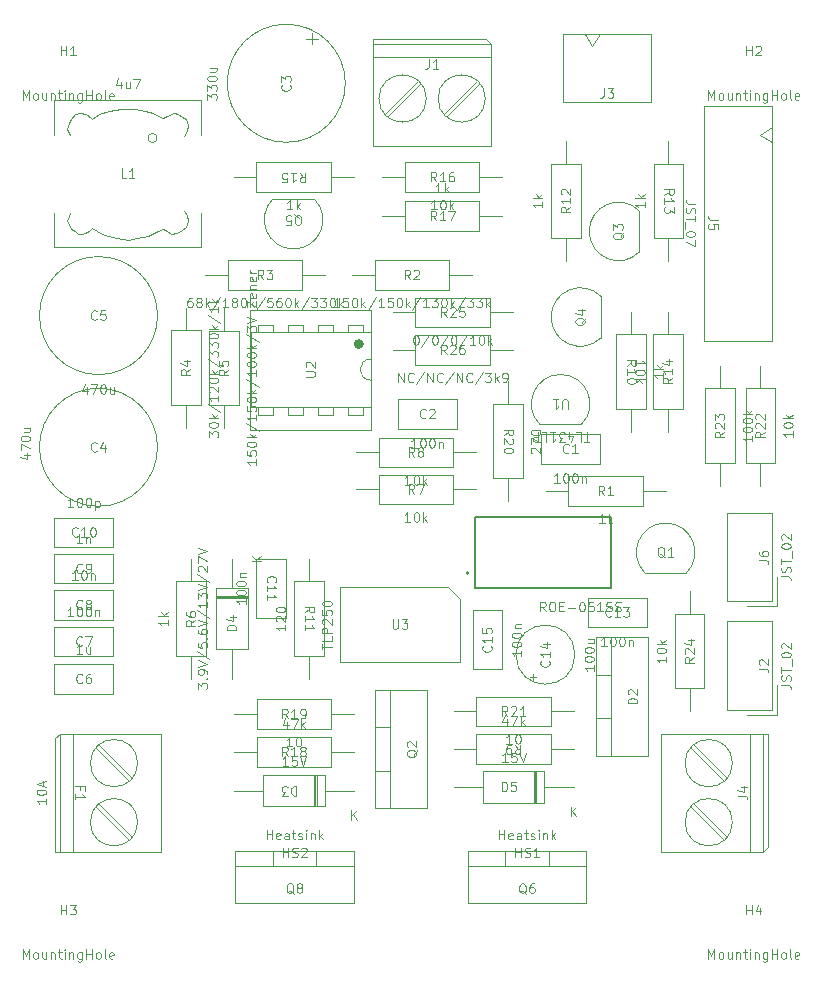
<source format=gbr>
%TF.GenerationSoftware,KiCad,Pcbnew,9.0.4*%
%TF.CreationDate,2025-09-07T14:44:28+03:00*%
%TF.ProjectId,Protection,50726f74-6563-4746-996f-6e2e6b696361,1.0*%
%TF.SameCoordinates,Original*%
%TF.FileFunction,AssemblyDrawing,Top*%
%FSLAX46Y46*%
G04 Gerber Fmt 4.6, Leading zero omitted, Abs format (unit mm)*
G04 Created by KiCad (PCBNEW 9.0.4) date 2025-09-07 14:44:28*
%MOMM*%
%LPD*%
G01*
G04 APERTURE LIST*
%ADD10C,0.100000*%
%ADD11C,0.127000*%
%ADD12C,0.200000*%
%ADD13C,0.431000*%
G04 APERTURE END LIST*
D10*
X91954895Y-123822856D02*
X91954895Y-123327618D01*
X91954895Y-123327618D02*
X92259657Y-123594284D01*
X92259657Y-123594284D02*
X92259657Y-123479999D01*
X92259657Y-123479999D02*
X92297752Y-123403808D01*
X92297752Y-123403808D02*
X92335847Y-123365713D01*
X92335847Y-123365713D02*
X92412038Y-123327618D01*
X92412038Y-123327618D02*
X92602514Y-123327618D01*
X92602514Y-123327618D02*
X92678704Y-123365713D01*
X92678704Y-123365713D02*
X92716800Y-123403808D01*
X92716800Y-123403808D02*
X92754895Y-123479999D01*
X92754895Y-123479999D02*
X92754895Y-123708570D01*
X92754895Y-123708570D02*
X92716800Y-123784761D01*
X92716800Y-123784761D02*
X92678704Y-123822856D01*
X92678704Y-122984760D02*
X92716800Y-122946665D01*
X92716800Y-122946665D02*
X92754895Y-122984760D01*
X92754895Y-122984760D02*
X92716800Y-123022856D01*
X92716800Y-123022856D02*
X92678704Y-122984760D01*
X92678704Y-122984760D02*
X92754895Y-122984760D01*
X92754895Y-122565713D02*
X92754895Y-122413332D01*
X92754895Y-122413332D02*
X92716800Y-122337142D01*
X92716800Y-122337142D02*
X92678704Y-122299046D01*
X92678704Y-122299046D02*
X92564419Y-122222856D01*
X92564419Y-122222856D02*
X92412038Y-122184761D01*
X92412038Y-122184761D02*
X92107276Y-122184761D01*
X92107276Y-122184761D02*
X92031085Y-122222856D01*
X92031085Y-122222856D02*
X91992990Y-122260951D01*
X91992990Y-122260951D02*
X91954895Y-122337142D01*
X91954895Y-122337142D02*
X91954895Y-122489523D01*
X91954895Y-122489523D02*
X91992990Y-122565713D01*
X91992990Y-122565713D02*
X92031085Y-122603808D01*
X92031085Y-122603808D02*
X92107276Y-122641904D01*
X92107276Y-122641904D02*
X92297752Y-122641904D01*
X92297752Y-122641904D02*
X92373942Y-122603808D01*
X92373942Y-122603808D02*
X92412038Y-122565713D01*
X92412038Y-122565713D02*
X92450133Y-122489523D01*
X92450133Y-122489523D02*
X92450133Y-122337142D01*
X92450133Y-122337142D02*
X92412038Y-122260951D01*
X92412038Y-122260951D02*
X92373942Y-122222856D01*
X92373942Y-122222856D02*
X92297752Y-122184761D01*
X91954895Y-121956189D02*
X92754895Y-121689522D01*
X92754895Y-121689522D02*
X91954895Y-121422856D01*
X91916800Y-120584761D02*
X92945371Y-121270475D01*
X91954895Y-119937142D02*
X91954895Y-120318094D01*
X91954895Y-120318094D02*
X92335847Y-120356190D01*
X92335847Y-120356190D02*
X92297752Y-120318094D01*
X92297752Y-120318094D02*
X92259657Y-120241904D01*
X92259657Y-120241904D02*
X92259657Y-120051428D01*
X92259657Y-120051428D02*
X92297752Y-119975237D01*
X92297752Y-119975237D02*
X92335847Y-119937142D01*
X92335847Y-119937142D02*
X92412038Y-119899047D01*
X92412038Y-119899047D02*
X92602514Y-119899047D01*
X92602514Y-119899047D02*
X92678704Y-119937142D01*
X92678704Y-119937142D02*
X92716800Y-119975237D01*
X92716800Y-119975237D02*
X92754895Y-120051428D01*
X92754895Y-120051428D02*
X92754895Y-120241904D01*
X92754895Y-120241904D02*
X92716800Y-120318094D01*
X92716800Y-120318094D02*
X92678704Y-120356190D01*
X92678704Y-119556189D02*
X92716800Y-119518094D01*
X92716800Y-119518094D02*
X92754895Y-119556189D01*
X92754895Y-119556189D02*
X92716800Y-119594285D01*
X92716800Y-119594285D02*
X92678704Y-119556189D01*
X92678704Y-119556189D02*
X92754895Y-119556189D01*
X91954895Y-118832380D02*
X91954895Y-118984761D01*
X91954895Y-118984761D02*
X91992990Y-119060952D01*
X91992990Y-119060952D02*
X92031085Y-119099047D01*
X92031085Y-119099047D02*
X92145371Y-119175237D01*
X92145371Y-119175237D02*
X92297752Y-119213333D01*
X92297752Y-119213333D02*
X92602514Y-119213333D01*
X92602514Y-119213333D02*
X92678704Y-119175237D01*
X92678704Y-119175237D02*
X92716800Y-119137142D01*
X92716800Y-119137142D02*
X92754895Y-119060952D01*
X92754895Y-119060952D02*
X92754895Y-118908571D01*
X92754895Y-118908571D02*
X92716800Y-118832380D01*
X92716800Y-118832380D02*
X92678704Y-118794285D01*
X92678704Y-118794285D02*
X92602514Y-118756190D01*
X92602514Y-118756190D02*
X92412038Y-118756190D01*
X92412038Y-118756190D02*
X92335847Y-118794285D01*
X92335847Y-118794285D02*
X92297752Y-118832380D01*
X92297752Y-118832380D02*
X92259657Y-118908571D01*
X92259657Y-118908571D02*
X92259657Y-119060952D01*
X92259657Y-119060952D02*
X92297752Y-119137142D01*
X92297752Y-119137142D02*
X92335847Y-119175237D01*
X92335847Y-119175237D02*
X92412038Y-119213333D01*
X91954895Y-118527618D02*
X92754895Y-118260951D01*
X92754895Y-118260951D02*
X91954895Y-117994285D01*
X91916800Y-117156190D02*
X92945371Y-117841904D01*
X92754895Y-116470476D02*
X92754895Y-116927619D01*
X92754895Y-116699047D02*
X91954895Y-116699047D01*
X91954895Y-116699047D02*
X92069180Y-116775238D01*
X92069180Y-116775238D02*
X92145371Y-116851428D01*
X92145371Y-116851428D02*
X92183466Y-116927619D01*
X91954895Y-116203809D02*
X91954895Y-115708571D01*
X91954895Y-115708571D02*
X92259657Y-115975237D01*
X92259657Y-115975237D02*
X92259657Y-115860952D01*
X92259657Y-115860952D02*
X92297752Y-115784761D01*
X92297752Y-115784761D02*
X92335847Y-115746666D01*
X92335847Y-115746666D02*
X92412038Y-115708571D01*
X92412038Y-115708571D02*
X92602514Y-115708571D01*
X92602514Y-115708571D02*
X92678704Y-115746666D01*
X92678704Y-115746666D02*
X92716800Y-115784761D01*
X92716800Y-115784761D02*
X92754895Y-115860952D01*
X92754895Y-115860952D02*
X92754895Y-116089523D01*
X92754895Y-116089523D02*
X92716800Y-116165714D01*
X92716800Y-116165714D02*
X92678704Y-116203809D01*
X91954895Y-115479999D02*
X92754895Y-115213332D01*
X92754895Y-115213332D02*
X91954895Y-114946666D01*
X91916800Y-114108571D02*
X92945371Y-114794285D01*
X92031085Y-113880000D02*
X91992990Y-113841904D01*
X91992990Y-113841904D02*
X91954895Y-113765714D01*
X91954895Y-113765714D02*
X91954895Y-113575238D01*
X91954895Y-113575238D02*
X91992990Y-113499047D01*
X91992990Y-113499047D02*
X92031085Y-113460952D01*
X92031085Y-113460952D02*
X92107276Y-113422857D01*
X92107276Y-113422857D02*
X92183466Y-113422857D01*
X92183466Y-113422857D02*
X92297752Y-113460952D01*
X92297752Y-113460952D02*
X92754895Y-113918095D01*
X92754895Y-113918095D02*
X92754895Y-113422857D01*
X91954895Y-113156190D02*
X91954895Y-112622856D01*
X91954895Y-112622856D02*
X92754895Y-112965714D01*
X91954895Y-112432380D02*
X92754895Y-112165713D01*
X92754895Y-112165713D02*
X91954895Y-111899047D01*
X97324895Y-113009523D02*
X96524895Y-113009523D01*
X97324895Y-112552380D02*
X96867752Y-112895238D01*
X96524895Y-112552380D02*
X96982038Y-113009523D01*
X95224895Y-118860475D02*
X94424895Y-118860475D01*
X94424895Y-118860475D02*
X94424895Y-118669999D01*
X94424895Y-118669999D02*
X94462990Y-118555713D01*
X94462990Y-118555713D02*
X94539180Y-118479523D01*
X94539180Y-118479523D02*
X94615371Y-118441428D01*
X94615371Y-118441428D02*
X94767752Y-118403332D01*
X94767752Y-118403332D02*
X94882038Y-118403332D01*
X94882038Y-118403332D02*
X95034419Y-118441428D01*
X95034419Y-118441428D02*
X95110609Y-118479523D01*
X95110609Y-118479523D02*
X95186800Y-118555713D01*
X95186800Y-118555713D02*
X95224895Y-118669999D01*
X95224895Y-118669999D02*
X95224895Y-118860475D01*
X94691561Y-117717618D02*
X95224895Y-117717618D01*
X94386800Y-117908094D02*
X94958228Y-118098571D01*
X94958228Y-118098571D02*
X94958228Y-117603332D01*
X124791085Y-92426190D02*
X124752990Y-92502380D01*
X124752990Y-92502380D02*
X124676800Y-92578571D01*
X124676800Y-92578571D02*
X124562514Y-92692857D01*
X124562514Y-92692857D02*
X124524419Y-92769047D01*
X124524419Y-92769047D02*
X124524419Y-92845238D01*
X124714895Y-92807142D02*
X124676800Y-92883333D01*
X124676800Y-92883333D02*
X124600609Y-92959523D01*
X124600609Y-92959523D02*
X124448228Y-92997619D01*
X124448228Y-92997619D02*
X124181561Y-92997619D01*
X124181561Y-92997619D02*
X124029180Y-92959523D01*
X124029180Y-92959523D02*
X123952990Y-92883333D01*
X123952990Y-92883333D02*
X123914895Y-92807142D01*
X123914895Y-92807142D02*
X123914895Y-92654761D01*
X123914895Y-92654761D02*
X123952990Y-92578571D01*
X123952990Y-92578571D02*
X124029180Y-92502380D01*
X124029180Y-92502380D02*
X124181561Y-92464285D01*
X124181561Y-92464285D02*
X124448228Y-92464285D01*
X124448228Y-92464285D02*
X124600609Y-92502380D01*
X124600609Y-92502380D02*
X124676800Y-92578571D01*
X124676800Y-92578571D02*
X124714895Y-92654761D01*
X124714895Y-92654761D02*
X124714895Y-92807142D01*
X124181561Y-91778571D02*
X124714895Y-91778571D01*
X123876800Y-91969047D02*
X124448228Y-92159524D01*
X124448228Y-92159524D02*
X124448228Y-91664285D01*
X92764895Y-73947799D02*
X92764895Y-73452561D01*
X92764895Y-73452561D02*
X93069657Y-73719227D01*
X93069657Y-73719227D02*
X93069657Y-73604942D01*
X93069657Y-73604942D02*
X93107752Y-73528751D01*
X93107752Y-73528751D02*
X93145847Y-73490656D01*
X93145847Y-73490656D02*
X93222038Y-73452561D01*
X93222038Y-73452561D02*
X93412514Y-73452561D01*
X93412514Y-73452561D02*
X93488704Y-73490656D01*
X93488704Y-73490656D02*
X93526800Y-73528751D01*
X93526800Y-73528751D02*
X93564895Y-73604942D01*
X93564895Y-73604942D02*
X93564895Y-73833513D01*
X93564895Y-73833513D02*
X93526800Y-73909704D01*
X93526800Y-73909704D02*
X93488704Y-73947799D01*
X92764895Y-73185894D02*
X92764895Y-72690656D01*
X92764895Y-72690656D02*
X93069657Y-72957322D01*
X93069657Y-72957322D02*
X93069657Y-72843037D01*
X93069657Y-72843037D02*
X93107752Y-72766846D01*
X93107752Y-72766846D02*
X93145847Y-72728751D01*
X93145847Y-72728751D02*
X93222038Y-72690656D01*
X93222038Y-72690656D02*
X93412514Y-72690656D01*
X93412514Y-72690656D02*
X93488704Y-72728751D01*
X93488704Y-72728751D02*
X93526800Y-72766846D01*
X93526800Y-72766846D02*
X93564895Y-72843037D01*
X93564895Y-72843037D02*
X93564895Y-73071608D01*
X93564895Y-73071608D02*
X93526800Y-73147799D01*
X93526800Y-73147799D02*
X93488704Y-73185894D01*
X92764895Y-72195417D02*
X92764895Y-72119227D01*
X92764895Y-72119227D02*
X92802990Y-72043036D01*
X92802990Y-72043036D02*
X92841085Y-72004941D01*
X92841085Y-72004941D02*
X92917276Y-71966846D01*
X92917276Y-71966846D02*
X93069657Y-71928751D01*
X93069657Y-71928751D02*
X93260133Y-71928751D01*
X93260133Y-71928751D02*
X93412514Y-71966846D01*
X93412514Y-71966846D02*
X93488704Y-72004941D01*
X93488704Y-72004941D02*
X93526800Y-72043036D01*
X93526800Y-72043036D02*
X93564895Y-72119227D01*
X93564895Y-72119227D02*
X93564895Y-72195417D01*
X93564895Y-72195417D02*
X93526800Y-72271608D01*
X93526800Y-72271608D02*
X93488704Y-72309703D01*
X93488704Y-72309703D02*
X93412514Y-72347798D01*
X93412514Y-72347798D02*
X93260133Y-72385894D01*
X93260133Y-72385894D02*
X93069657Y-72385894D01*
X93069657Y-72385894D02*
X92917276Y-72347798D01*
X92917276Y-72347798D02*
X92841085Y-72309703D01*
X92841085Y-72309703D02*
X92802990Y-72271608D01*
X92802990Y-72271608D02*
X92764895Y-72195417D01*
X93031561Y-71243036D02*
X93564895Y-71243036D01*
X93031561Y-71585893D02*
X93450609Y-71585893D01*
X93450609Y-71585893D02*
X93526800Y-71547798D01*
X93526800Y-71547798D02*
X93564895Y-71471608D01*
X93564895Y-71471608D02*
X93564895Y-71357322D01*
X93564895Y-71357322D02*
X93526800Y-71281131D01*
X93526800Y-71281131D02*
X93488704Y-71243036D01*
X99738704Y-72690655D02*
X99776800Y-72728751D01*
X99776800Y-72728751D02*
X99814895Y-72843036D01*
X99814895Y-72843036D02*
X99814895Y-72919227D01*
X99814895Y-72919227D02*
X99776800Y-73033513D01*
X99776800Y-73033513D02*
X99700609Y-73109703D01*
X99700609Y-73109703D02*
X99624419Y-73147798D01*
X99624419Y-73147798D02*
X99472038Y-73185894D01*
X99472038Y-73185894D02*
X99357752Y-73185894D01*
X99357752Y-73185894D02*
X99205371Y-73147798D01*
X99205371Y-73147798D02*
X99129180Y-73109703D01*
X99129180Y-73109703D02*
X99052990Y-73033513D01*
X99052990Y-73033513D02*
X99014895Y-72919227D01*
X99014895Y-72919227D02*
X99014895Y-72843036D01*
X99014895Y-72843036D02*
X99052990Y-72728751D01*
X99052990Y-72728751D02*
X99091085Y-72690655D01*
X99014895Y-72423989D02*
X99014895Y-71928751D01*
X99014895Y-71928751D02*
X99319657Y-72195417D01*
X99319657Y-72195417D02*
X99319657Y-72081132D01*
X99319657Y-72081132D02*
X99357752Y-72004941D01*
X99357752Y-72004941D02*
X99395847Y-71966846D01*
X99395847Y-71966846D02*
X99472038Y-71928751D01*
X99472038Y-71928751D02*
X99662514Y-71928751D01*
X99662514Y-71928751D02*
X99738704Y-71966846D01*
X99738704Y-71966846D02*
X99776800Y-72004941D01*
X99776800Y-72004941D02*
X99814895Y-72081132D01*
X99814895Y-72081132D02*
X99814895Y-72309703D01*
X99814895Y-72309703D02*
X99776800Y-72385894D01*
X99776800Y-72385894D02*
X99738704Y-72423989D01*
X99947618Y-128704895D02*
X99490475Y-128704895D01*
X99719047Y-128704895D02*
X99719047Y-127904895D01*
X99719047Y-127904895D02*
X99642856Y-128019180D01*
X99642856Y-128019180D02*
X99566666Y-128095371D01*
X99566666Y-128095371D02*
X99490475Y-128133466D01*
X100442857Y-127904895D02*
X100519047Y-127904895D01*
X100519047Y-127904895D02*
X100595238Y-127942990D01*
X100595238Y-127942990D02*
X100633333Y-127981085D01*
X100633333Y-127981085D02*
X100671428Y-128057276D01*
X100671428Y-128057276D02*
X100709523Y-128209657D01*
X100709523Y-128209657D02*
X100709523Y-128400133D01*
X100709523Y-128400133D02*
X100671428Y-128552514D01*
X100671428Y-128552514D02*
X100633333Y-128628704D01*
X100633333Y-128628704D02*
X100595238Y-128666800D01*
X100595238Y-128666800D02*
X100519047Y-128704895D01*
X100519047Y-128704895D02*
X100442857Y-128704895D01*
X100442857Y-128704895D02*
X100366666Y-128666800D01*
X100366666Y-128666800D02*
X100328571Y-128628704D01*
X100328571Y-128628704D02*
X100290476Y-128552514D01*
X100290476Y-128552514D02*
X100252380Y-128400133D01*
X100252380Y-128400133D02*
X100252380Y-128209657D01*
X100252380Y-128209657D02*
X100290476Y-128057276D01*
X100290476Y-128057276D02*
X100328571Y-127981085D01*
X100328571Y-127981085D02*
X100366666Y-127942990D01*
X100366666Y-127942990D02*
X100442857Y-127904895D01*
X99585714Y-126334895D02*
X99319047Y-125953942D01*
X99128571Y-126334895D02*
X99128571Y-125534895D01*
X99128571Y-125534895D02*
X99433333Y-125534895D01*
X99433333Y-125534895D02*
X99509523Y-125572990D01*
X99509523Y-125572990D02*
X99547618Y-125611085D01*
X99547618Y-125611085D02*
X99585714Y-125687276D01*
X99585714Y-125687276D02*
X99585714Y-125801561D01*
X99585714Y-125801561D02*
X99547618Y-125877752D01*
X99547618Y-125877752D02*
X99509523Y-125915847D01*
X99509523Y-125915847D02*
X99433333Y-125953942D01*
X99433333Y-125953942D02*
X99128571Y-125953942D01*
X100347618Y-126334895D02*
X99890475Y-126334895D01*
X100119047Y-126334895D02*
X100119047Y-125534895D01*
X100119047Y-125534895D02*
X100042856Y-125649180D01*
X100042856Y-125649180D02*
X99966666Y-125725371D01*
X99966666Y-125725371D02*
X99890475Y-125763466D01*
X100728571Y-126334895D02*
X100880952Y-126334895D01*
X100880952Y-126334895D02*
X100957142Y-126296800D01*
X100957142Y-126296800D02*
X100995238Y-126258704D01*
X100995238Y-126258704D02*
X101071428Y-126144419D01*
X101071428Y-126144419D02*
X101109523Y-125992038D01*
X101109523Y-125992038D02*
X101109523Y-125687276D01*
X101109523Y-125687276D02*
X101071428Y-125611085D01*
X101071428Y-125611085D02*
X101033333Y-125572990D01*
X101033333Y-125572990D02*
X100957142Y-125534895D01*
X100957142Y-125534895D02*
X100804761Y-125534895D01*
X100804761Y-125534895D02*
X100728571Y-125572990D01*
X100728571Y-125572990D02*
X100690476Y-125611085D01*
X100690476Y-125611085D02*
X100652380Y-125687276D01*
X100652380Y-125687276D02*
X100652380Y-125877752D01*
X100652380Y-125877752D02*
X100690476Y-125953942D01*
X100690476Y-125953942D02*
X100728571Y-125992038D01*
X100728571Y-125992038D02*
X100804761Y-126030133D01*
X100804761Y-126030133D02*
X100957142Y-126030133D01*
X100957142Y-126030133D02*
X101033333Y-125992038D01*
X101033333Y-125992038D02*
X101071428Y-125953942D01*
X101071428Y-125953942D02*
X101109523Y-125877752D01*
X96034895Y-116195238D02*
X96034895Y-116652381D01*
X96034895Y-116423809D02*
X95234895Y-116423809D01*
X95234895Y-116423809D02*
X95349180Y-116500000D01*
X95349180Y-116500000D02*
X95425371Y-116576190D01*
X95425371Y-116576190D02*
X95463466Y-116652381D01*
X95234895Y-115699999D02*
X95234895Y-115623809D01*
X95234895Y-115623809D02*
X95272990Y-115547618D01*
X95272990Y-115547618D02*
X95311085Y-115509523D01*
X95311085Y-115509523D02*
X95387276Y-115471428D01*
X95387276Y-115471428D02*
X95539657Y-115433333D01*
X95539657Y-115433333D02*
X95730133Y-115433333D01*
X95730133Y-115433333D02*
X95882514Y-115471428D01*
X95882514Y-115471428D02*
X95958704Y-115509523D01*
X95958704Y-115509523D02*
X95996800Y-115547618D01*
X95996800Y-115547618D02*
X96034895Y-115623809D01*
X96034895Y-115623809D02*
X96034895Y-115699999D01*
X96034895Y-115699999D02*
X95996800Y-115776190D01*
X95996800Y-115776190D02*
X95958704Y-115814285D01*
X95958704Y-115814285D02*
X95882514Y-115852380D01*
X95882514Y-115852380D02*
X95730133Y-115890476D01*
X95730133Y-115890476D02*
X95539657Y-115890476D01*
X95539657Y-115890476D02*
X95387276Y-115852380D01*
X95387276Y-115852380D02*
X95311085Y-115814285D01*
X95311085Y-115814285D02*
X95272990Y-115776190D01*
X95272990Y-115776190D02*
X95234895Y-115699999D01*
X95234895Y-114938094D02*
X95234895Y-114861904D01*
X95234895Y-114861904D02*
X95272990Y-114785713D01*
X95272990Y-114785713D02*
X95311085Y-114747618D01*
X95311085Y-114747618D02*
X95387276Y-114709523D01*
X95387276Y-114709523D02*
X95539657Y-114671428D01*
X95539657Y-114671428D02*
X95730133Y-114671428D01*
X95730133Y-114671428D02*
X95882514Y-114709523D01*
X95882514Y-114709523D02*
X95958704Y-114747618D01*
X95958704Y-114747618D02*
X95996800Y-114785713D01*
X95996800Y-114785713D02*
X96034895Y-114861904D01*
X96034895Y-114861904D02*
X96034895Y-114938094D01*
X96034895Y-114938094D02*
X95996800Y-115014285D01*
X95996800Y-115014285D02*
X95958704Y-115052380D01*
X95958704Y-115052380D02*
X95882514Y-115090475D01*
X95882514Y-115090475D02*
X95730133Y-115128571D01*
X95730133Y-115128571D02*
X95539657Y-115128571D01*
X95539657Y-115128571D02*
X95387276Y-115090475D01*
X95387276Y-115090475D02*
X95311085Y-115052380D01*
X95311085Y-115052380D02*
X95272990Y-115014285D01*
X95272990Y-115014285D02*
X95234895Y-114938094D01*
X95501561Y-114328570D02*
X96034895Y-114328570D01*
X95577752Y-114328570D02*
X95539657Y-114290475D01*
X95539657Y-114290475D02*
X95501561Y-114214285D01*
X95501561Y-114214285D02*
X95501561Y-114099999D01*
X95501561Y-114099999D02*
X95539657Y-114023808D01*
X95539657Y-114023808D02*
X95615847Y-113985713D01*
X95615847Y-113985713D02*
X96034895Y-113985713D01*
X97881295Y-114785714D02*
X97843200Y-114747618D01*
X97843200Y-114747618D02*
X97805104Y-114633333D01*
X97805104Y-114633333D02*
X97805104Y-114557142D01*
X97805104Y-114557142D02*
X97843200Y-114442856D01*
X97843200Y-114442856D02*
X97919390Y-114366666D01*
X97919390Y-114366666D02*
X97995580Y-114328571D01*
X97995580Y-114328571D02*
X98147961Y-114290475D01*
X98147961Y-114290475D02*
X98262247Y-114290475D01*
X98262247Y-114290475D02*
X98414628Y-114328571D01*
X98414628Y-114328571D02*
X98490819Y-114366666D01*
X98490819Y-114366666D02*
X98567009Y-114442856D01*
X98567009Y-114442856D02*
X98605104Y-114557142D01*
X98605104Y-114557142D02*
X98605104Y-114633333D01*
X98605104Y-114633333D02*
X98567009Y-114747618D01*
X98567009Y-114747618D02*
X98528914Y-114785714D01*
X97805104Y-115547618D02*
X97805104Y-115090475D01*
X97805104Y-115319047D02*
X98605104Y-115319047D01*
X98605104Y-115319047D02*
X98490819Y-115242856D01*
X98490819Y-115242856D02*
X98414628Y-115166666D01*
X98414628Y-115166666D02*
X98376533Y-115090475D01*
X97805104Y-116309523D02*
X97805104Y-115852380D01*
X97805104Y-116080952D02*
X98605104Y-116080952D01*
X98605104Y-116080952D02*
X98490819Y-116004761D01*
X98490819Y-116004761D02*
X98414628Y-115928571D01*
X98414628Y-115928571D02*
X98376533Y-115852380D01*
X81404761Y-108439895D02*
X80947618Y-108439895D01*
X81176190Y-108439895D02*
X81176190Y-107639895D01*
X81176190Y-107639895D02*
X81099999Y-107754180D01*
X81099999Y-107754180D02*
X81023809Y-107830371D01*
X81023809Y-107830371D02*
X80947618Y-107868466D01*
X81900000Y-107639895D02*
X81976190Y-107639895D01*
X81976190Y-107639895D02*
X82052381Y-107677990D01*
X82052381Y-107677990D02*
X82090476Y-107716085D01*
X82090476Y-107716085D02*
X82128571Y-107792276D01*
X82128571Y-107792276D02*
X82166666Y-107944657D01*
X82166666Y-107944657D02*
X82166666Y-108135133D01*
X82166666Y-108135133D02*
X82128571Y-108287514D01*
X82128571Y-108287514D02*
X82090476Y-108363704D01*
X82090476Y-108363704D02*
X82052381Y-108401800D01*
X82052381Y-108401800D02*
X81976190Y-108439895D01*
X81976190Y-108439895D02*
X81900000Y-108439895D01*
X81900000Y-108439895D02*
X81823809Y-108401800D01*
X81823809Y-108401800D02*
X81785714Y-108363704D01*
X81785714Y-108363704D02*
X81747619Y-108287514D01*
X81747619Y-108287514D02*
X81709523Y-108135133D01*
X81709523Y-108135133D02*
X81709523Y-107944657D01*
X81709523Y-107944657D02*
X81747619Y-107792276D01*
X81747619Y-107792276D02*
X81785714Y-107716085D01*
X81785714Y-107716085D02*
X81823809Y-107677990D01*
X81823809Y-107677990D02*
X81900000Y-107639895D01*
X82661905Y-107639895D02*
X82738095Y-107639895D01*
X82738095Y-107639895D02*
X82814286Y-107677990D01*
X82814286Y-107677990D02*
X82852381Y-107716085D01*
X82852381Y-107716085D02*
X82890476Y-107792276D01*
X82890476Y-107792276D02*
X82928571Y-107944657D01*
X82928571Y-107944657D02*
X82928571Y-108135133D01*
X82928571Y-108135133D02*
X82890476Y-108287514D01*
X82890476Y-108287514D02*
X82852381Y-108363704D01*
X82852381Y-108363704D02*
X82814286Y-108401800D01*
X82814286Y-108401800D02*
X82738095Y-108439895D01*
X82738095Y-108439895D02*
X82661905Y-108439895D01*
X82661905Y-108439895D02*
X82585714Y-108401800D01*
X82585714Y-108401800D02*
X82547619Y-108363704D01*
X82547619Y-108363704D02*
X82509524Y-108287514D01*
X82509524Y-108287514D02*
X82471428Y-108135133D01*
X82471428Y-108135133D02*
X82471428Y-107944657D01*
X82471428Y-107944657D02*
X82509524Y-107792276D01*
X82509524Y-107792276D02*
X82547619Y-107716085D01*
X82547619Y-107716085D02*
X82585714Y-107677990D01*
X82585714Y-107677990D02*
X82661905Y-107639895D01*
X83271429Y-107906561D02*
X83271429Y-108706561D01*
X83271429Y-107944657D02*
X83347619Y-107906561D01*
X83347619Y-107906561D02*
X83500000Y-107906561D01*
X83500000Y-107906561D02*
X83576191Y-107944657D01*
X83576191Y-107944657D02*
X83614286Y-107982752D01*
X83614286Y-107982752D02*
X83652381Y-108058942D01*
X83652381Y-108058942D02*
X83652381Y-108287514D01*
X83652381Y-108287514D02*
X83614286Y-108363704D01*
X83614286Y-108363704D02*
X83576191Y-108401800D01*
X83576191Y-108401800D02*
X83500000Y-108439895D01*
X83500000Y-108439895D02*
X83347619Y-108439895D01*
X83347619Y-108439895D02*
X83271429Y-108401800D01*
X81785714Y-110863704D02*
X81747618Y-110901800D01*
X81747618Y-110901800D02*
X81633333Y-110939895D01*
X81633333Y-110939895D02*
X81557142Y-110939895D01*
X81557142Y-110939895D02*
X81442856Y-110901800D01*
X81442856Y-110901800D02*
X81366666Y-110825609D01*
X81366666Y-110825609D02*
X81328571Y-110749419D01*
X81328571Y-110749419D02*
X81290475Y-110597038D01*
X81290475Y-110597038D02*
X81290475Y-110482752D01*
X81290475Y-110482752D02*
X81328571Y-110330371D01*
X81328571Y-110330371D02*
X81366666Y-110254180D01*
X81366666Y-110254180D02*
X81442856Y-110177990D01*
X81442856Y-110177990D02*
X81557142Y-110139895D01*
X81557142Y-110139895D02*
X81633333Y-110139895D01*
X81633333Y-110139895D02*
X81747618Y-110177990D01*
X81747618Y-110177990D02*
X81785714Y-110216085D01*
X82547618Y-110939895D02*
X82090475Y-110939895D01*
X82319047Y-110939895D02*
X82319047Y-110139895D01*
X82319047Y-110139895D02*
X82242856Y-110254180D01*
X82242856Y-110254180D02*
X82166666Y-110330371D01*
X82166666Y-110330371D02*
X82090475Y-110368466D01*
X83042857Y-110139895D02*
X83119047Y-110139895D01*
X83119047Y-110139895D02*
X83195238Y-110177990D01*
X83195238Y-110177990D02*
X83233333Y-110216085D01*
X83233333Y-110216085D02*
X83271428Y-110292276D01*
X83271428Y-110292276D02*
X83309523Y-110444657D01*
X83309523Y-110444657D02*
X83309523Y-110635133D01*
X83309523Y-110635133D02*
X83271428Y-110787514D01*
X83271428Y-110787514D02*
X83233333Y-110863704D01*
X83233333Y-110863704D02*
X83195238Y-110901800D01*
X83195238Y-110901800D02*
X83119047Y-110939895D01*
X83119047Y-110939895D02*
X83042857Y-110939895D01*
X83042857Y-110939895D02*
X82966666Y-110901800D01*
X82966666Y-110901800D02*
X82928571Y-110863704D01*
X82928571Y-110863704D02*
X82890476Y-110787514D01*
X82890476Y-110787514D02*
X82852380Y-110635133D01*
X82852380Y-110635133D02*
X82852380Y-110444657D01*
X82852380Y-110444657D02*
X82890476Y-110292276D01*
X82890476Y-110292276D02*
X82928571Y-110216085D01*
X82928571Y-110216085D02*
X82966666Y-110177990D01*
X82966666Y-110177990D02*
X83042857Y-110139895D01*
X129015104Y-96493809D02*
X129015104Y-96036666D01*
X129015104Y-96265238D02*
X129815104Y-96265238D01*
X129815104Y-96265238D02*
X129700819Y-96189047D01*
X129700819Y-96189047D02*
X129624628Y-96112857D01*
X129624628Y-96112857D02*
X129586533Y-96036666D01*
X129815104Y-96989048D02*
X129815104Y-97065238D01*
X129815104Y-97065238D02*
X129777009Y-97141429D01*
X129777009Y-97141429D02*
X129738914Y-97179524D01*
X129738914Y-97179524D02*
X129662723Y-97217619D01*
X129662723Y-97217619D02*
X129510342Y-97255714D01*
X129510342Y-97255714D02*
X129319866Y-97255714D01*
X129319866Y-97255714D02*
X129167485Y-97217619D01*
X129167485Y-97217619D02*
X129091295Y-97179524D01*
X129091295Y-97179524D02*
X129053200Y-97141429D01*
X129053200Y-97141429D02*
X129015104Y-97065238D01*
X129015104Y-97065238D02*
X129015104Y-96989048D01*
X129015104Y-96989048D02*
X129053200Y-96912857D01*
X129053200Y-96912857D02*
X129091295Y-96874762D01*
X129091295Y-96874762D02*
X129167485Y-96836667D01*
X129167485Y-96836667D02*
X129319866Y-96798571D01*
X129319866Y-96798571D02*
X129510342Y-96798571D01*
X129510342Y-96798571D02*
X129662723Y-96836667D01*
X129662723Y-96836667D02*
X129738914Y-96874762D01*
X129738914Y-96874762D02*
X129777009Y-96912857D01*
X129777009Y-96912857D02*
X129815104Y-96989048D01*
X129015104Y-97598572D02*
X129815104Y-97598572D01*
X129319866Y-97674762D02*
X129015104Y-97903334D01*
X129548438Y-97903334D02*
X129243676Y-97598572D01*
X132114895Y-97484285D02*
X131733942Y-97750952D01*
X132114895Y-97941428D02*
X131314895Y-97941428D01*
X131314895Y-97941428D02*
X131314895Y-97636666D01*
X131314895Y-97636666D02*
X131352990Y-97560476D01*
X131352990Y-97560476D02*
X131391085Y-97522381D01*
X131391085Y-97522381D02*
X131467276Y-97484285D01*
X131467276Y-97484285D02*
X131581561Y-97484285D01*
X131581561Y-97484285D02*
X131657752Y-97522381D01*
X131657752Y-97522381D02*
X131695847Y-97560476D01*
X131695847Y-97560476D02*
X131733942Y-97636666D01*
X131733942Y-97636666D02*
X131733942Y-97941428D01*
X132114895Y-96722381D02*
X132114895Y-97179524D01*
X132114895Y-96950952D02*
X131314895Y-96950952D01*
X131314895Y-96950952D02*
X131429180Y-97027143D01*
X131429180Y-97027143D02*
X131505371Y-97103333D01*
X131505371Y-97103333D02*
X131543466Y-97179524D01*
X131581561Y-96036666D02*
X132114895Y-96036666D01*
X131276800Y-96227142D02*
X131848228Y-96417619D01*
X131848228Y-96417619D02*
X131848228Y-95922380D01*
X135171427Y-73939895D02*
X135171427Y-73139895D01*
X135171427Y-73139895D02*
X135438093Y-73711323D01*
X135438093Y-73711323D02*
X135704760Y-73139895D01*
X135704760Y-73139895D02*
X135704760Y-73939895D01*
X136199998Y-73939895D02*
X136123808Y-73901800D01*
X136123808Y-73901800D02*
X136085713Y-73863704D01*
X136085713Y-73863704D02*
X136047617Y-73787514D01*
X136047617Y-73787514D02*
X136047617Y-73558942D01*
X136047617Y-73558942D02*
X136085713Y-73482752D01*
X136085713Y-73482752D02*
X136123808Y-73444657D01*
X136123808Y-73444657D02*
X136199998Y-73406561D01*
X136199998Y-73406561D02*
X136314284Y-73406561D01*
X136314284Y-73406561D02*
X136390475Y-73444657D01*
X136390475Y-73444657D02*
X136428570Y-73482752D01*
X136428570Y-73482752D02*
X136466665Y-73558942D01*
X136466665Y-73558942D02*
X136466665Y-73787514D01*
X136466665Y-73787514D02*
X136428570Y-73863704D01*
X136428570Y-73863704D02*
X136390475Y-73901800D01*
X136390475Y-73901800D02*
X136314284Y-73939895D01*
X136314284Y-73939895D02*
X136199998Y-73939895D01*
X137152380Y-73406561D02*
X137152380Y-73939895D01*
X136809523Y-73406561D02*
X136809523Y-73825609D01*
X136809523Y-73825609D02*
X136847618Y-73901800D01*
X136847618Y-73901800D02*
X136923808Y-73939895D01*
X136923808Y-73939895D02*
X137038094Y-73939895D01*
X137038094Y-73939895D02*
X137114285Y-73901800D01*
X137114285Y-73901800D02*
X137152380Y-73863704D01*
X137533333Y-73406561D02*
X137533333Y-73939895D01*
X137533333Y-73482752D02*
X137571428Y-73444657D01*
X137571428Y-73444657D02*
X137647618Y-73406561D01*
X137647618Y-73406561D02*
X137761904Y-73406561D01*
X137761904Y-73406561D02*
X137838095Y-73444657D01*
X137838095Y-73444657D02*
X137876190Y-73520847D01*
X137876190Y-73520847D02*
X137876190Y-73939895D01*
X138142857Y-73406561D02*
X138447619Y-73406561D01*
X138257143Y-73139895D02*
X138257143Y-73825609D01*
X138257143Y-73825609D02*
X138295238Y-73901800D01*
X138295238Y-73901800D02*
X138371428Y-73939895D01*
X138371428Y-73939895D02*
X138447619Y-73939895D01*
X138714286Y-73939895D02*
X138714286Y-73406561D01*
X138714286Y-73139895D02*
X138676190Y-73177990D01*
X138676190Y-73177990D02*
X138714286Y-73216085D01*
X138714286Y-73216085D02*
X138752381Y-73177990D01*
X138752381Y-73177990D02*
X138714286Y-73139895D01*
X138714286Y-73139895D02*
X138714286Y-73216085D01*
X139095238Y-73406561D02*
X139095238Y-73939895D01*
X139095238Y-73482752D02*
X139133333Y-73444657D01*
X139133333Y-73444657D02*
X139209523Y-73406561D01*
X139209523Y-73406561D02*
X139323809Y-73406561D01*
X139323809Y-73406561D02*
X139400000Y-73444657D01*
X139400000Y-73444657D02*
X139438095Y-73520847D01*
X139438095Y-73520847D02*
X139438095Y-73939895D01*
X140161905Y-73406561D02*
X140161905Y-74054180D01*
X140161905Y-74054180D02*
X140123810Y-74130371D01*
X140123810Y-74130371D02*
X140085714Y-74168466D01*
X140085714Y-74168466D02*
X140009524Y-74206561D01*
X140009524Y-74206561D02*
X139895238Y-74206561D01*
X139895238Y-74206561D02*
X139819048Y-74168466D01*
X140161905Y-73901800D02*
X140085714Y-73939895D01*
X140085714Y-73939895D02*
X139933333Y-73939895D01*
X139933333Y-73939895D02*
X139857143Y-73901800D01*
X139857143Y-73901800D02*
X139819048Y-73863704D01*
X139819048Y-73863704D02*
X139780952Y-73787514D01*
X139780952Y-73787514D02*
X139780952Y-73558942D01*
X139780952Y-73558942D02*
X139819048Y-73482752D01*
X139819048Y-73482752D02*
X139857143Y-73444657D01*
X139857143Y-73444657D02*
X139933333Y-73406561D01*
X139933333Y-73406561D02*
X140085714Y-73406561D01*
X140085714Y-73406561D02*
X140161905Y-73444657D01*
X140542858Y-73939895D02*
X140542858Y-73139895D01*
X140542858Y-73520847D02*
X141000001Y-73520847D01*
X141000001Y-73939895D02*
X141000001Y-73139895D01*
X141495238Y-73939895D02*
X141419048Y-73901800D01*
X141419048Y-73901800D02*
X141380953Y-73863704D01*
X141380953Y-73863704D02*
X141342857Y-73787514D01*
X141342857Y-73787514D02*
X141342857Y-73558942D01*
X141342857Y-73558942D02*
X141380953Y-73482752D01*
X141380953Y-73482752D02*
X141419048Y-73444657D01*
X141419048Y-73444657D02*
X141495238Y-73406561D01*
X141495238Y-73406561D02*
X141609524Y-73406561D01*
X141609524Y-73406561D02*
X141685715Y-73444657D01*
X141685715Y-73444657D02*
X141723810Y-73482752D01*
X141723810Y-73482752D02*
X141761905Y-73558942D01*
X141761905Y-73558942D02*
X141761905Y-73787514D01*
X141761905Y-73787514D02*
X141723810Y-73863704D01*
X141723810Y-73863704D02*
X141685715Y-73901800D01*
X141685715Y-73901800D02*
X141609524Y-73939895D01*
X141609524Y-73939895D02*
X141495238Y-73939895D01*
X142219048Y-73939895D02*
X142142858Y-73901800D01*
X142142858Y-73901800D02*
X142104763Y-73825609D01*
X142104763Y-73825609D02*
X142104763Y-73139895D01*
X142828573Y-73901800D02*
X142752382Y-73939895D01*
X142752382Y-73939895D02*
X142600001Y-73939895D01*
X142600001Y-73939895D02*
X142523811Y-73901800D01*
X142523811Y-73901800D02*
X142485715Y-73825609D01*
X142485715Y-73825609D02*
X142485715Y-73520847D01*
X142485715Y-73520847D02*
X142523811Y-73444657D01*
X142523811Y-73444657D02*
X142600001Y-73406561D01*
X142600001Y-73406561D02*
X142752382Y-73406561D01*
X142752382Y-73406561D02*
X142828573Y-73444657D01*
X142828573Y-73444657D02*
X142866668Y-73520847D01*
X142866668Y-73520847D02*
X142866668Y-73597038D01*
X142866668Y-73597038D02*
X142485715Y-73673228D01*
X138390476Y-70189895D02*
X138390476Y-69389895D01*
X138390476Y-69770847D02*
X138847619Y-69770847D01*
X138847619Y-70189895D02*
X138847619Y-69389895D01*
X139190475Y-69466085D02*
X139228571Y-69427990D01*
X139228571Y-69427990D02*
X139304761Y-69389895D01*
X139304761Y-69389895D02*
X139495237Y-69389895D01*
X139495237Y-69389895D02*
X139571428Y-69427990D01*
X139571428Y-69427990D02*
X139609523Y-69466085D01*
X139609523Y-69466085D02*
X139647618Y-69542276D01*
X139647618Y-69542276D02*
X139647618Y-69618466D01*
X139647618Y-69618466D02*
X139609523Y-69732752D01*
X139609523Y-69732752D02*
X139152380Y-70189895D01*
X139152380Y-70189895D02*
X139647618Y-70189895D01*
X121401666Y-117274895D02*
X121134999Y-116893942D01*
X120944523Y-117274895D02*
X120944523Y-116474895D01*
X120944523Y-116474895D02*
X121249285Y-116474895D01*
X121249285Y-116474895D02*
X121325475Y-116512990D01*
X121325475Y-116512990D02*
X121363570Y-116551085D01*
X121363570Y-116551085D02*
X121401666Y-116627276D01*
X121401666Y-116627276D02*
X121401666Y-116741561D01*
X121401666Y-116741561D02*
X121363570Y-116817752D01*
X121363570Y-116817752D02*
X121325475Y-116855847D01*
X121325475Y-116855847D02*
X121249285Y-116893942D01*
X121249285Y-116893942D02*
X120944523Y-116893942D01*
X121896904Y-116474895D02*
X122049285Y-116474895D01*
X122049285Y-116474895D02*
X122125475Y-116512990D01*
X122125475Y-116512990D02*
X122201666Y-116589180D01*
X122201666Y-116589180D02*
X122239761Y-116741561D01*
X122239761Y-116741561D02*
X122239761Y-117008228D01*
X122239761Y-117008228D02*
X122201666Y-117160609D01*
X122201666Y-117160609D02*
X122125475Y-117236800D01*
X122125475Y-117236800D02*
X122049285Y-117274895D01*
X122049285Y-117274895D02*
X121896904Y-117274895D01*
X121896904Y-117274895D02*
X121820713Y-117236800D01*
X121820713Y-117236800D02*
X121744523Y-117160609D01*
X121744523Y-117160609D02*
X121706427Y-117008228D01*
X121706427Y-117008228D02*
X121706427Y-116741561D01*
X121706427Y-116741561D02*
X121744523Y-116589180D01*
X121744523Y-116589180D02*
X121820713Y-116512990D01*
X121820713Y-116512990D02*
X121896904Y-116474895D01*
X122582618Y-116855847D02*
X122849284Y-116855847D01*
X122963570Y-117274895D02*
X122582618Y-117274895D01*
X122582618Y-117274895D02*
X122582618Y-116474895D01*
X122582618Y-116474895D02*
X122963570Y-116474895D01*
X123306428Y-116970133D02*
X123915952Y-116970133D01*
X124449285Y-116474895D02*
X124525475Y-116474895D01*
X124525475Y-116474895D02*
X124601666Y-116512990D01*
X124601666Y-116512990D02*
X124639761Y-116551085D01*
X124639761Y-116551085D02*
X124677856Y-116627276D01*
X124677856Y-116627276D02*
X124715951Y-116779657D01*
X124715951Y-116779657D02*
X124715951Y-116970133D01*
X124715951Y-116970133D02*
X124677856Y-117122514D01*
X124677856Y-117122514D02*
X124639761Y-117198704D01*
X124639761Y-117198704D02*
X124601666Y-117236800D01*
X124601666Y-117236800D02*
X124525475Y-117274895D01*
X124525475Y-117274895D02*
X124449285Y-117274895D01*
X124449285Y-117274895D02*
X124373094Y-117236800D01*
X124373094Y-117236800D02*
X124334999Y-117198704D01*
X124334999Y-117198704D02*
X124296904Y-117122514D01*
X124296904Y-117122514D02*
X124258808Y-116970133D01*
X124258808Y-116970133D02*
X124258808Y-116779657D01*
X124258808Y-116779657D02*
X124296904Y-116627276D01*
X124296904Y-116627276D02*
X124334999Y-116551085D01*
X124334999Y-116551085D02*
X124373094Y-116512990D01*
X124373094Y-116512990D02*
X124449285Y-116474895D01*
X125439761Y-116474895D02*
X125058809Y-116474895D01*
X125058809Y-116474895D02*
X125020713Y-116855847D01*
X125020713Y-116855847D02*
X125058809Y-116817752D01*
X125058809Y-116817752D02*
X125134999Y-116779657D01*
X125134999Y-116779657D02*
X125325475Y-116779657D01*
X125325475Y-116779657D02*
X125401666Y-116817752D01*
X125401666Y-116817752D02*
X125439761Y-116855847D01*
X125439761Y-116855847D02*
X125477856Y-116932038D01*
X125477856Y-116932038D02*
X125477856Y-117122514D01*
X125477856Y-117122514D02*
X125439761Y-117198704D01*
X125439761Y-117198704D02*
X125401666Y-117236800D01*
X125401666Y-117236800D02*
X125325475Y-117274895D01*
X125325475Y-117274895D02*
X125134999Y-117274895D01*
X125134999Y-117274895D02*
X125058809Y-117236800D01*
X125058809Y-117236800D02*
X125020713Y-117198704D01*
X126239761Y-117274895D02*
X125782618Y-117274895D01*
X126011190Y-117274895D02*
X126011190Y-116474895D01*
X126011190Y-116474895D02*
X125934999Y-116589180D01*
X125934999Y-116589180D02*
X125858809Y-116665371D01*
X125858809Y-116665371D02*
X125782618Y-116703466D01*
X126963571Y-116474895D02*
X126582619Y-116474895D01*
X126582619Y-116474895D02*
X126544523Y-116855847D01*
X126544523Y-116855847D02*
X126582619Y-116817752D01*
X126582619Y-116817752D02*
X126658809Y-116779657D01*
X126658809Y-116779657D02*
X126849285Y-116779657D01*
X126849285Y-116779657D02*
X126925476Y-116817752D01*
X126925476Y-116817752D02*
X126963571Y-116855847D01*
X126963571Y-116855847D02*
X127001666Y-116932038D01*
X127001666Y-116932038D02*
X127001666Y-117122514D01*
X127001666Y-117122514D02*
X126963571Y-117198704D01*
X126963571Y-117198704D02*
X126925476Y-117236800D01*
X126925476Y-117236800D02*
X126849285Y-117274895D01*
X126849285Y-117274895D02*
X126658809Y-117274895D01*
X126658809Y-117274895D02*
X126582619Y-117236800D01*
X126582619Y-117236800D02*
X126544523Y-117198704D01*
X127306428Y-117236800D02*
X127420714Y-117274895D01*
X127420714Y-117274895D02*
X127611190Y-117274895D01*
X127611190Y-117274895D02*
X127687381Y-117236800D01*
X127687381Y-117236800D02*
X127725476Y-117198704D01*
X127725476Y-117198704D02*
X127763571Y-117122514D01*
X127763571Y-117122514D02*
X127763571Y-117046323D01*
X127763571Y-117046323D02*
X127725476Y-116970133D01*
X127725476Y-116970133D02*
X127687381Y-116932038D01*
X127687381Y-116932038D02*
X127611190Y-116893942D01*
X127611190Y-116893942D02*
X127458809Y-116855847D01*
X127458809Y-116855847D02*
X127382619Y-116817752D01*
X127382619Y-116817752D02*
X127344524Y-116779657D01*
X127344524Y-116779657D02*
X127306428Y-116703466D01*
X127306428Y-116703466D02*
X127306428Y-116627276D01*
X127306428Y-116627276D02*
X127344524Y-116551085D01*
X127344524Y-116551085D02*
X127382619Y-116512990D01*
X127382619Y-116512990D02*
X127458809Y-116474895D01*
X127458809Y-116474895D02*
X127649286Y-116474895D01*
X127649286Y-116474895D02*
X127763571Y-116512990D01*
X109933809Y-109669895D02*
X109476666Y-109669895D01*
X109705238Y-109669895D02*
X109705238Y-108869895D01*
X109705238Y-108869895D02*
X109629047Y-108984180D01*
X109629047Y-108984180D02*
X109552857Y-109060371D01*
X109552857Y-109060371D02*
X109476666Y-109098466D01*
X110429048Y-108869895D02*
X110505238Y-108869895D01*
X110505238Y-108869895D02*
X110581429Y-108907990D01*
X110581429Y-108907990D02*
X110619524Y-108946085D01*
X110619524Y-108946085D02*
X110657619Y-109022276D01*
X110657619Y-109022276D02*
X110695714Y-109174657D01*
X110695714Y-109174657D02*
X110695714Y-109365133D01*
X110695714Y-109365133D02*
X110657619Y-109517514D01*
X110657619Y-109517514D02*
X110619524Y-109593704D01*
X110619524Y-109593704D02*
X110581429Y-109631800D01*
X110581429Y-109631800D02*
X110505238Y-109669895D01*
X110505238Y-109669895D02*
X110429048Y-109669895D01*
X110429048Y-109669895D02*
X110352857Y-109631800D01*
X110352857Y-109631800D02*
X110314762Y-109593704D01*
X110314762Y-109593704D02*
X110276667Y-109517514D01*
X110276667Y-109517514D02*
X110238571Y-109365133D01*
X110238571Y-109365133D02*
X110238571Y-109174657D01*
X110238571Y-109174657D02*
X110276667Y-109022276D01*
X110276667Y-109022276D02*
X110314762Y-108946085D01*
X110314762Y-108946085D02*
X110352857Y-108907990D01*
X110352857Y-108907990D02*
X110429048Y-108869895D01*
X111038572Y-109669895D02*
X111038572Y-108869895D01*
X111114762Y-109365133D02*
X111343334Y-109669895D01*
X111343334Y-109136561D02*
X111038572Y-109441323D01*
X110276667Y-107299895D02*
X110010000Y-106918942D01*
X109819524Y-107299895D02*
X109819524Y-106499895D01*
X109819524Y-106499895D02*
X110124286Y-106499895D01*
X110124286Y-106499895D02*
X110200476Y-106537990D01*
X110200476Y-106537990D02*
X110238571Y-106576085D01*
X110238571Y-106576085D02*
X110276667Y-106652276D01*
X110276667Y-106652276D02*
X110276667Y-106766561D01*
X110276667Y-106766561D02*
X110238571Y-106842752D01*
X110238571Y-106842752D02*
X110200476Y-106880847D01*
X110200476Y-106880847D02*
X110124286Y-106918942D01*
X110124286Y-106918942D02*
X109819524Y-106918942D01*
X110543333Y-106499895D02*
X111076667Y-106499895D01*
X111076667Y-106499895D02*
X110733809Y-107299895D01*
X96914895Y-104412381D02*
X96914895Y-104869524D01*
X96914895Y-104640952D02*
X96114895Y-104640952D01*
X96114895Y-104640952D02*
X96229180Y-104717143D01*
X96229180Y-104717143D02*
X96305371Y-104793333D01*
X96305371Y-104793333D02*
X96343466Y-104869524D01*
X96114895Y-103688571D02*
X96114895Y-104069523D01*
X96114895Y-104069523D02*
X96495847Y-104107619D01*
X96495847Y-104107619D02*
X96457752Y-104069523D01*
X96457752Y-104069523D02*
X96419657Y-103993333D01*
X96419657Y-103993333D02*
X96419657Y-103802857D01*
X96419657Y-103802857D02*
X96457752Y-103726666D01*
X96457752Y-103726666D02*
X96495847Y-103688571D01*
X96495847Y-103688571D02*
X96572038Y-103650476D01*
X96572038Y-103650476D02*
X96762514Y-103650476D01*
X96762514Y-103650476D02*
X96838704Y-103688571D01*
X96838704Y-103688571D02*
X96876800Y-103726666D01*
X96876800Y-103726666D02*
X96914895Y-103802857D01*
X96914895Y-103802857D02*
X96914895Y-103993333D01*
X96914895Y-103993333D02*
X96876800Y-104069523D01*
X96876800Y-104069523D02*
X96838704Y-104107619D01*
X96114895Y-103155237D02*
X96114895Y-103079047D01*
X96114895Y-103079047D02*
X96152990Y-103002856D01*
X96152990Y-103002856D02*
X96191085Y-102964761D01*
X96191085Y-102964761D02*
X96267276Y-102926666D01*
X96267276Y-102926666D02*
X96419657Y-102888571D01*
X96419657Y-102888571D02*
X96610133Y-102888571D01*
X96610133Y-102888571D02*
X96762514Y-102926666D01*
X96762514Y-102926666D02*
X96838704Y-102964761D01*
X96838704Y-102964761D02*
X96876800Y-103002856D01*
X96876800Y-103002856D02*
X96914895Y-103079047D01*
X96914895Y-103079047D02*
X96914895Y-103155237D01*
X96914895Y-103155237D02*
X96876800Y-103231428D01*
X96876800Y-103231428D02*
X96838704Y-103269523D01*
X96838704Y-103269523D02*
X96762514Y-103307618D01*
X96762514Y-103307618D02*
X96610133Y-103345714D01*
X96610133Y-103345714D02*
X96419657Y-103345714D01*
X96419657Y-103345714D02*
X96267276Y-103307618D01*
X96267276Y-103307618D02*
X96191085Y-103269523D01*
X96191085Y-103269523D02*
X96152990Y-103231428D01*
X96152990Y-103231428D02*
X96114895Y-103155237D01*
X96914895Y-102545713D02*
X96114895Y-102545713D01*
X96610133Y-102469523D02*
X96914895Y-102240951D01*
X96381561Y-102240951D02*
X96686323Y-102545713D01*
X96076800Y-101326666D02*
X97105371Y-102012380D01*
X96914895Y-100640952D02*
X96914895Y-101098095D01*
X96914895Y-100869523D02*
X96114895Y-100869523D01*
X96114895Y-100869523D02*
X96229180Y-100945714D01*
X96229180Y-100945714D02*
X96305371Y-101021904D01*
X96305371Y-101021904D02*
X96343466Y-101098095D01*
X96114895Y-99917142D02*
X96114895Y-100298094D01*
X96114895Y-100298094D02*
X96495847Y-100336190D01*
X96495847Y-100336190D02*
X96457752Y-100298094D01*
X96457752Y-100298094D02*
X96419657Y-100221904D01*
X96419657Y-100221904D02*
X96419657Y-100031428D01*
X96419657Y-100031428D02*
X96457752Y-99955237D01*
X96457752Y-99955237D02*
X96495847Y-99917142D01*
X96495847Y-99917142D02*
X96572038Y-99879047D01*
X96572038Y-99879047D02*
X96762514Y-99879047D01*
X96762514Y-99879047D02*
X96838704Y-99917142D01*
X96838704Y-99917142D02*
X96876800Y-99955237D01*
X96876800Y-99955237D02*
X96914895Y-100031428D01*
X96914895Y-100031428D02*
X96914895Y-100221904D01*
X96914895Y-100221904D02*
X96876800Y-100298094D01*
X96876800Y-100298094D02*
X96838704Y-100336190D01*
X96114895Y-99383808D02*
X96114895Y-99307618D01*
X96114895Y-99307618D02*
X96152990Y-99231427D01*
X96152990Y-99231427D02*
X96191085Y-99193332D01*
X96191085Y-99193332D02*
X96267276Y-99155237D01*
X96267276Y-99155237D02*
X96419657Y-99117142D01*
X96419657Y-99117142D02*
X96610133Y-99117142D01*
X96610133Y-99117142D02*
X96762514Y-99155237D01*
X96762514Y-99155237D02*
X96838704Y-99193332D01*
X96838704Y-99193332D02*
X96876800Y-99231427D01*
X96876800Y-99231427D02*
X96914895Y-99307618D01*
X96914895Y-99307618D02*
X96914895Y-99383808D01*
X96914895Y-99383808D02*
X96876800Y-99459999D01*
X96876800Y-99459999D02*
X96838704Y-99498094D01*
X96838704Y-99498094D02*
X96762514Y-99536189D01*
X96762514Y-99536189D02*
X96610133Y-99574285D01*
X96610133Y-99574285D02*
X96419657Y-99574285D01*
X96419657Y-99574285D02*
X96267276Y-99536189D01*
X96267276Y-99536189D02*
X96191085Y-99498094D01*
X96191085Y-99498094D02*
X96152990Y-99459999D01*
X96152990Y-99459999D02*
X96114895Y-99383808D01*
X96914895Y-98774284D02*
X96114895Y-98774284D01*
X96610133Y-98698094D02*
X96914895Y-98469522D01*
X96381561Y-98469522D02*
X96686323Y-98774284D01*
X96076800Y-97555237D02*
X97105371Y-98240951D01*
X96914895Y-96869523D02*
X96914895Y-97326666D01*
X96914895Y-97098094D02*
X96114895Y-97098094D01*
X96114895Y-97098094D02*
X96229180Y-97174285D01*
X96229180Y-97174285D02*
X96305371Y-97250475D01*
X96305371Y-97250475D02*
X96343466Y-97326666D01*
X96114895Y-96374284D02*
X96114895Y-96298094D01*
X96114895Y-96298094D02*
X96152990Y-96221903D01*
X96152990Y-96221903D02*
X96191085Y-96183808D01*
X96191085Y-96183808D02*
X96267276Y-96145713D01*
X96267276Y-96145713D02*
X96419657Y-96107618D01*
X96419657Y-96107618D02*
X96610133Y-96107618D01*
X96610133Y-96107618D02*
X96762514Y-96145713D01*
X96762514Y-96145713D02*
X96838704Y-96183808D01*
X96838704Y-96183808D02*
X96876800Y-96221903D01*
X96876800Y-96221903D02*
X96914895Y-96298094D01*
X96914895Y-96298094D02*
X96914895Y-96374284D01*
X96914895Y-96374284D02*
X96876800Y-96450475D01*
X96876800Y-96450475D02*
X96838704Y-96488570D01*
X96838704Y-96488570D02*
X96762514Y-96526665D01*
X96762514Y-96526665D02*
X96610133Y-96564761D01*
X96610133Y-96564761D02*
X96419657Y-96564761D01*
X96419657Y-96564761D02*
X96267276Y-96526665D01*
X96267276Y-96526665D02*
X96191085Y-96488570D01*
X96191085Y-96488570D02*
X96152990Y-96450475D01*
X96152990Y-96450475D02*
X96114895Y-96374284D01*
X96114895Y-95612379D02*
X96114895Y-95536189D01*
X96114895Y-95536189D02*
X96152990Y-95459998D01*
X96152990Y-95459998D02*
X96191085Y-95421903D01*
X96191085Y-95421903D02*
X96267276Y-95383808D01*
X96267276Y-95383808D02*
X96419657Y-95345713D01*
X96419657Y-95345713D02*
X96610133Y-95345713D01*
X96610133Y-95345713D02*
X96762514Y-95383808D01*
X96762514Y-95383808D02*
X96838704Y-95421903D01*
X96838704Y-95421903D02*
X96876800Y-95459998D01*
X96876800Y-95459998D02*
X96914895Y-95536189D01*
X96914895Y-95536189D02*
X96914895Y-95612379D01*
X96914895Y-95612379D02*
X96876800Y-95688570D01*
X96876800Y-95688570D02*
X96838704Y-95726665D01*
X96838704Y-95726665D02*
X96762514Y-95764760D01*
X96762514Y-95764760D02*
X96610133Y-95802856D01*
X96610133Y-95802856D02*
X96419657Y-95802856D01*
X96419657Y-95802856D02*
X96267276Y-95764760D01*
X96267276Y-95764760D02*
X96191085Y-95726665D01*
X96191085Y-95726665D02*
X96152990Y-95688570D01*
X96152990Y-95688570D02*
X96114895Y-95612379D01*
X96914895Y-95002855D02*
X96114895Y-95002855D01*
X96610133Y-94926665D02*
X96914895Y-94698093D01*
X96381561Y-94698093D02*
X96686323Y-95002855D01*
X96076800Y-93783808D02*
X97105371Y-94469522D01*
X96114895Y-93593332D02*
X96114895Y-93098094D01*
X96114895Y-93098094D02*
X96419657Y-93364760D01*
X96419657Y-93364760D02*
X96419657Y-93250475D01*
X96419657Y-93250475D02*
X96457752Y-93174284D01*
X96457752Y-93174284D02*
X96495847Y-93136189D01*
X96495847Y-93136189D02*
X96572038Y-93098094D01*
X96572038Y-93098094D02*
X96762514Y-93098094D01*
X96762514Y-93098094D02*
X96838704Y-93136189D01*
X96838704Y-93136189D02*
X96876800Y-93174284D01*
X96876800Y-93174284D02*
X96914895Y-93250475D01*
X96914895Y-93250475D02*
X96914895Y-93479046D01*
X96914895Y-93479046D02*
X96876800Y-93555237D01*
X96876800Y-93555237D02*
X96838704Y-93593332D01*
X96114895Y-92869522D02*
X96914895Y-92602855D01*
X96914895Y-92602855D02*
X96114895Y-92336189D01*
X96114895Y-91536189D02*
X96114895Y-91002855D01*
X96114895Y-91002855D02*
X96914895Y-91536189D01*
X96914895Y-91536189D02*
X96914895Y-91002855D01*
X96876800Y-90393331D02*
X96914895Y-90469522D01*
X96914895Y-90469522D02*
X96914895Y-90621903D01*
X96914895Y-90621903D02*
X96876800Y-90698093D01*
X96876800Y-90698093D02*
X96800609Y-90736189D01*
X96800609Y-90736189D02*
X96495847Y-90736189D01*
X96495847Y-90736189D02*
X96419657Y-90698093D01*
X96419657Y-90698093D02*
X96381561Y-90621903D01*
X96381561Y-90621903D02*
X96381561Y-90469522D01*
X96381561Y-90469522D02*
X96419657Y-90393331D01*
X96419657Y-90393331D02*
X96495847Y-90355236D01*
X96495847Y-90355236D02*
X96572038Y-90355236D01*
X96572038Y-90355236D02*
X96648228Y-90736189D01*
X96381561Y-90012379D02*
X96914895Y-90012379D01*
X96457752Y-90012379D02*
X96419657Y-89974284D01*
X96419657Y-89974284D02*
X96381561Y-89898094D01*
X96381561Y-89898094D02*
X96381561Y-89783808D01*
X96381561Y-89783808D02*
X96419657Y-89707617D01*
X96419657Y-89707617D02*
X96495847Y-89669522D01*
X96495847Y-89669522D02*
X96914895Y-89669522D01*
X96876800Y-88983807D02*
X96914895Y-89059998D01*
X96914895Y-89059998D02*
X96914895Y-89212379D01*
X96914895Y-89212379D02*
X96876800Y-89288569D01*
X96876800Y-89288569D02*
X96800609Y-89326665D01*
X96800609Y-89326665D02*
X96495847Y-89326665D01*
X96495847Y-89326665D02*
X96419657Y-89288569D01*
X96419657Y-89288569D02*
X96381561Y-89212379D01*
X96381561Y-89212379D02*
X96381561Y-89059998D01*
X96381561Y-89059998D02*
X96419657Y-88983807D01*
X96419657Y-88983807D02*
X96495847Y-88945712D01*
X96495847Y-88945712D02*
X96572038Y-88945712D01*
X96572038Y-88945712D02*
X96648228Y-89326665D01*
X96914895Y-88602855D02*
X96381561Y-88602855D01*
X96533942Y-88602855D02*
X96457752Y-88564760D01*
X96457752Y-88564760D02*
X96419657Y-88526665D01*
X96419657Y-88526665D02*
X96381561Y-88450474D01*
X96381561Y-88450474D02*
X96381561Y-88374284D01*
X94544895Y-96793332D02*
X94163942Y-97059999D01*
X94544895Y-97250475D02*
X93744895Y-97250475D01*
X93744895Y-97250475D02*
X93744895Y-96945713D01*
X93744895Y-96945713D02*
X93782990Y-96869523D01*
X93782990Y-96869523D02*
X93821085Y-96831428D01*
X93821085Y-96831428D02*
X93897276Y-96793332D01*
X93897276Y-96793332D02*
X94011561Y-96793332D01*
X94011561Y-96793332D02*
X94087752Y-96831428D01*
X94087752Y-96831428D02*
X94125847Y-96869523D01*
X94125847Y-96869523D02*
X94163942Y-96945713D01*
X94163942Y-96945713D02*
X94163942Y-97250475D01*
X93744895Y-96069523D02*
X93744895Y-96450475D01*
X93744895Y-96450475D02*
X94125847Y-96488571D01*
X94125847Y-96488571D02*
X94087752Y-96450475D01*
X94087752Y-96450475D02*
X94049657Y-96374285D01*
X94049657Y-96374285D02*
X94049657Y-96183809D01*
X94049657Y-96183809D02*
X94087752Y-96107618D01*
X94087752Y-96107618D02*
X94125847Y-96069523D01*
X94125847Y-96069523D02*
X94202038Y-96031428D01*
X94202038Y-96031428D02*
X94392514Y-96031428D01*
X94392514Y-96031428D02*
X94468704Y-96069523D01*
X94468704Y-96069523D02*
X94506800Y-96107618D01*
X94506800Y-96107618D02*
X94544895Y-96183809D01*
X94544895Y-96183809D02*
X94544895Y-96374285D01*
X94544895Y-96374285D02*
X94506800Y-96450475D01*
X94506800Y-96450475D02*
X94468704Y-96488571D01*
X121114895Y-82615238D02*
X121114895Y-83072381D01*
X121114895Y-82843809D02*
X120314895Y-82843809D01*
X120314895Y-82843809D02*
X120429180Y-82920000D01*
X120429180Y-82920000D02*
X120505371Y-82996190D01*
X120505371Y-82996190D02*
X120543466Y-83072381D01*
X121114895Y-82272380D02*
X120314895Y-82272380D01*
X120810133Y-82196190D02*
X121114895Y-81967618D01*
X120581561Y-81967618D02*
X120886323Y-82272380D01*
X123484895Y-83034285D02*
X123103942Y-83300952D01*
X123484895Y-83491428D02*
X122684895Y-83491428D01*
X122684895Y-83491428D02*
X122684895Y-83186666D01*
X122684895Y-83186666D02*
X122722990Y-83110476D01*
X122722990Y-83110476D02*
X122761085Y-83072381D01*
X122761085Y-83072381D02*
X122837276Y-83034285D01*
X122837276Y-83034285D02*
X122951561Y-83034285D01*
X122951561Y-83034285D02*
X123027752Y-83072381D01*
X123027752Y-83072381D02*
X123065847Y-83110476D01*
X123065847Y-83110476D02*
X123103942Y-83186666D01*
X123103942Y-83186666D02*
X123103942Y-83491428D01*
X123484895Y-82272381D02*
X123484895Y-82729524D01*
X123484895Y-82500952D02*
X122684895Y-82500952D01*
X122684895Y-82500952D02*
X122799180Y-82577143D01*
X122799180Y-82577143D02*
X122875371Y-82653333D01*
X122875371Y-82653333D02*
X122913466Y-82729524D01*
X122761085Y-81967619D02*
X122722990Y-81929523D01*
X122722990Y-81929523D02*
X122684895Y-81853333D01*
X122684895Y-81853333D02*
X122684895Y-81662857D01*
X122684895Y-81662857D02*
X122722990Y-81586666D01*
X122722990Y-81586666D02*
X122761085Y-81548571D01*
X122761085Y-81548571D02*
X122837276Y-81510476D01*
X122837276Y-81510476D02*
X122913466Y-81510476D01*
X122913466Y-81510476D02*
X123027752Y-81548571D01*
X123027752Y-81548571D02*
X123484895Y-82005714D01*
X123484895Y-82005714D02*
X123484895Y-81510476D01*
X77146427Y-73939895D02*
X77146427Y-73139895D01*
X77146427Y-73139895D02*
X77413093Y-73711323D01*
X77413093Y-73711323D02*
X77679760Y-73139895D01*
X77679760Y-73139895D02*
X77679760Y-73939895D01*
X78174998Y-73939895D02*
X78098808Y-73901800D01*
X78098808Y-73901800D02*
X78060713Y-73863704D01*
X78060713Y-73863704D02*
X78022617Y-73787514D01*
X78022617Y-73787514D02*
X78022617Y-73558942D01*
X78022617Y-73558942D02*
X78060713Y-73482752D01*
X78060713Y-73482752D02*
X78098808Y-73444657D01*
X78098808Y-73444657D02*
X78174998Y-73406561D01*
X78174998Y-73406561D02*
X78289284Y-73406561D01*
X78289284Y-73406561D02*
X78365475Y-73444657D01*
X78365475Y-73444657D02*
X78403570Y-73482752D01*
X78403570Y-73482752D02*
X78441665Y-73558942D01*
X78441665Y-73558942D02*
X78441665Y-73787514D01*
X78441665Y-73787514D02*
X78403570Y-73863704D01*
X78403570Y-73863704D02*
X78365475Y-73901800D01*
X78365475Y-73901800D02*
X78289284Y-73939895D01*
X78289284Y-73939895D02*
X78174998Y-73939895D01*
X79127380Y-73406561D02*
X79127380Y-73939895D01*
X78784523Y-73406561D02*
X78784523Y-73825609D01*
X78784523Y-73825609D02*
X78822618Y-73901800D01*
X78822618Y-73901800D02*
X78898808Y-73939895D01*
X78898808Y-73939895D02*
X79013094Y-73939895D01*
X79013094Y-73939895D02*
X79089285Y-73901800D01*
X79089285Y-73901800D02*
X79127380Y-73863704D01*
X79508333Y-73406561D02*
X79508333Y-73939895D01*
X79508333Y-73482752D02*
X79546428Y-73444657D01*
X79546428Y-73444657D02*
X79622618Y-73406561D01*
X79622618Y-73406561D02*
X79736904Y-73406561D01*
X79736904Y-73406561D02*
X79813095Y-73444657D01*
X79813095Y-73444657D02*
X79851190Y-73520847D01*
X79851190Y-73520847D02*
X79851190Y-73939895D01*
X80117857Y-73406561D02*
X80422619Y-73406561D01*
X80232143Y-73139895D02*
X80232143Y-73825609D01*
X80232143Y-73825609D02*
X80270238Y-73901800D01*
X80270238Y-73901800D02*
X80346428Y-73939895D01*
X80346428Y-73939895D02*
X80422619Y-73939895D01*
X80689286Y-73939895D02*
X80689286Y-73406561D01*
X80689286Y-73139895D02*
X80651190Y-73177990D01*
X80651190Y-73177990D02*
X80689286Y-73216085D01*
X80689286Y-73216085D02*
X80727381Y-73177990D01*
X80727381Y-73177990D02*
X80689286Y-73139895D01*
X80689286Y-73139895D02*
X80689286Y-73216085D01*
X81070238Y-73406561D02*
X81070238Y-73939895D01*
X81070238Y-73482752D02*
X81108333Y-73444657D01*
X81108333Y-73444657D02*
X81184523Y-73406561D01*
X81184523Y-73406561D02*
X81298809Y-73406561D01*
X81298809Y-73406561D02*
X81375000Y-73444657D01*
X81375000Y-73444657D02*
X81413095Y-73520847D01*
X81413095Y-73520847D02*
X81413095Y-73939895D01*
X82136905Y-73406561D02*
X82136905Y-74054180D01*
X82136905Y-74054180D02*
X82098810Y-74130371D01*
X82098810Y-74130371D02*
X82060714Y-74168466D01*
X82060714Y-74168466D02*
X81984524Y-74206561D01*
X81984524Y-74206561D02*
X81870238Y-74206561D01*
X81870238Y-74206561D02*
X81794048Y-74168466D01*
X82136905Y-73901800D02*
X82060714Y-73939895D01*
X82060714Y-73939895D02*
X81908333Y-73939895D01*
X81908333Y-73939895D02*
X81832143Y-73901800D01*
X81832143Y-73901800D02*
X81794048Y-73863704D01*
X81794048Y-73863704D02*
X81755952Y-73787514D01*
X81755952Y-73787514D02*
X81755952Y-73558942D01*
X81755952Y-73558942D02*
X81794048Y-73482752D01*
X81794048Y-73482752D02*
X81832143Y-73444657D01*
X81832143Y-73444657D02*
X81908333Y-73406561D01*
X81908333Y-73406561D02*
X82060714Y-73406561D01*
X82060714Y-73406561D02*
X82136905Y-73444657D01*
X82517858Y-73939895D02*
X82517858Y-73139895D01*
X82517858Y-73520847D02*
X82975001Y-73520847D01*
X82975001Y-73939895D02*
X82975001Y-73139895D01*
X83470238Y-73939895D02*
X83394048Y-73901800D01*
X83394048Y-73901800D02*
X83355953Y-73863704D01*
X83355953Y-73863704D02*
X83317857Y-73787514D01*
X83317857Y-73787514D02*
X83317857Y-73558942D01*
X83317857Y-73558942D02*
X83355953Y-73482752D01*
X83355953Y-73482752D02*
X83394048Y-73444657D01*
X83394048Y-73444657D02*
X83470238Y-73406561D01*
X83470238Y-73406561D02*
X83584524Y-73406561D01*
X83584524Y-73406561D02*
X83660715Y-73444657D01*
X83660715Y-73444657D02*
X83698810Y-73482752D01*
X83698810Y-73482752D02*
X83736905Y-73558942D01*
X83736905Y-73558942D02*
X83736905Y-73787514D01*
X83736905Y-73787514D02*
X83698810Y-73863704D01*
X83698810Y-73863704D02*
X83660715Y-73901800D01*
X83660715Y-73901800D02*
X83584524Y-73939895D01*
X83584524Y-73939895D02*
X83470238Y-73939895D01*
X84194048Y-73939895D02*
X84117858Y-73901800D01*
X84117858Y-73901800D02*
X84079763Y-73825609D01*
X84079763Y-73825609D02*
X84079763Y-73139895D01*
X84803573Y-73901800D02*
X84727382Y-73939895D01*
X84727382Y-73939895D02*
X84575001Y-73939895D01*
X84575001Y-73939895D02*
X84498811Y-73901800D01*
X84498811Y-73901800D02*
X84460715Y-73825609D01*
X84460715Y-73825609D02*
X84460715Y-73520847D01*
X84460715Y-73520847D02*
X84498811Y-73444657D01*
X84498811Y-73444657D02*
X84575001Y-73406561D01*
X84575001Y-73406561D02*
X84727382Y-73406561D01*
X84727382Y-73406561D02*
X84803573Y-73444657D01*
X84803573Y-73444657D02*
X84841668Y-73520847D01*
X84841668Y-73520847D02*
X84841668Y-73597038D01*
X84841668Y-73597038D02*
X84460715Y-73673228D01*
X80365476Y-70189895D02*
X80365476Y-69389895D01*
X80365476Y-69770847D02*
X80822619Y-69770847D01*
X80822619Y-70189895D02*
X80822619Y-69389895D01*
X81622618Y-70189895D02*
X81165475Y-70189895D01*
X81394047Y-70189895D02*
X81394047Y-69389895D01*
X81394047Y-69389895D02*
X81317856Y-69504180D01*
X81317856Y-69504180D02*
X81241666Y-69580371D01*
X81241666Y-69580371D02*
X81165475Y-69618466D01*
X118137619Y-126391561D02*
X118137619Y-126924895D01*
X117947143Y-126086800D02*
X117756666Y-126658228D01*
X117756666Y-126658228D02*
X118251905Y-126658228D01*
X118480476Y-126124895D02*
X119013810Y-126124895D01*
X119013810Y-126124895D02*
X118670952Y-126924895D01*
X119318572Y-126924895D02*
X119318572Y-126124895D01*
X119394762Y-126620133D02*
X119623334Y-126924895D01*
X119623334Y-126391561D02*
X119318572Y-126696323D01*
X118823332Y-128565104D02*
X119089999Y-128946057D01*
X119280475Y-128565104D02*
X119280475Y-129365104D01*
X119280475Y-129365104D02*
X118975713Y-129365104D01*
X118975713Y-129365104D02*
X118899523Y-129327009D01*
X118899523Y-129327009D02*
X118861428Y-129288914D01*
X118861428Y-129288914D02*
X118823332Y-129212723D01*
X118823332Y-129212723D02*
X118823332Y-129098438D01*
X118823332Y-129098438D02*
X118861428Y-129022247D01*
X118861428Y-129022247D02*
X118899523Y-128984152D01*
X118899523Y-128984152D02*
X118975713Y-128946057D01*
X118975713Y-128946057D02*
X119280475Y-128946057D01*
X118442380Y-128565104D02*
X118289999Y-128565104D01*
X118289999Y-128565104D02*
X118213809Y-128603200D01*
X118213809Y-128603200D02*
X118175713Y-128641295D01*
X118175713Y-128641295D02*
X118099523Y-128755580D01*
X118099523Y-128755580D02*
X118061428Y-128907961D01*
X118061428Y-128907961D02*
X118061428Y-129212723D01*
X118061428Y-129212723D02*
X118099523Y-129288914D01*
X118099523Y-129288914D02*
X118137618Y-129327009D01*
X118137618Y-129327009D02*
X118213809Y-129365104D01*
X118213809Y-129365104D02*
X118366190Y-129365104D01*
X118366190Y-129365104D02*
X118442380Y-129327009D01*
X118442380Y-129327009D02*
X118480475Y-129288914D01*
X118480475Y-129288914D02*
X118518571Y-129212723D01*
X118518571Y-129212723D02*
X118518571Y-129022247D01*
X118518571Y-129022247D02*
X118480475Y-128946057D01*
X118480475Y-128946057D02*
X118442380Y-128907961D01*
X118442380Y-128907961D02*
X118366190Y-128869866D01*
X118366190Y-128869866D02*
X118213809Y-128869866D01*
X118213809Y-128869866D02*
X118137618Y-128907961D01*
X118137618Y-128907961D02*
X118099523Y-128946057D01*
X118099523Y-128946057D02*
X118061428Y-129022247D01*
X109933809Y-106544895D02*
X109476666Y-106544895D01*
X109705238Y-106544895D02*
X109705238Y-105744895D01*
X109705238Y-105744895D02*
X109629047Y-105859180D01*
X109629047Y-105859180D02*
X109552857Y-105935371D01*
X109552857Y-105935371D02*
X109476666Y-105973466D01*
X110429048Y-105744895D02*
X110505238Y-105744895D01*
X110505238Y-105744895D02*
X110581429Y-105782990D01*
X110581429Y-105782990D02*
X110619524Y-105821085D01*
X110619524Y-105821085D02*
X110657619Y-105897276D01*
X110657619Y-105897276D02*
X110695714Y-106049657D01*
X110695714Y-106049657D02*
X110695714Y-106240133D01*
X110695714Y-106240133D02*
X110657619Y-106392514D01*
X110657619Y-106392514D02*
X110619524Y-106468704D01*
X110619524Y-106468704D02*
X110581429Y-106506800D01*
X110581429Y-106506800D02*
X110505238Y-106544895D01*
X110505238Y-106544895D02*
X110429048Y-106544895D01*
X110429048Y-106544895D02*
X110352857Y-106506800D01*
X110352857Y-106506800D02*
X110314762Y-106468704D01*
X110314762Y-106468704D02*
X110276667Y-106392514D01*
X110276667Y-106392514D02*
X110238571Y-106240133D01*
X110238571Y-106240133D02*
X110238571Y-106049657D01*
X110238571Y-106049657D02*
X110276667Y-105897276D01*
X110276667Y-105897276D02*
X110314762Y-105821085D01*
X110314762Y-105821085D02*
X110352857Y-105782990D01*
X110352857Y-105782990D02*
X110429048Y-105744895D01*
X111038572Y-106544895D02*
X111038572Y-105744895D01*
X111114762Y-106240133D02*
X111343334Y-106544895D01*
X111343334Y-106011561D02*
X111038572Y-106316323D01*
X110276667Y-104174895D02*
X110010000Y-103793942D01*
X109819524Y-104174895D02*
X109819524Y-103374895D01*
X109819524Y-103374895D02*
X110124286Y-103374895D01*
X110124286Y-103374895D02*
X110200476Y-103412990D01*
X110200476Y-103412990D02*
X110238571Y-103451085D01*
X110238571Y-103451085D02*
X110276667Y-103527276D01*
X110276667Y-103527276D02*
X110276667Y-103641561D01*
X110276667Y-103641561D02*
X110238571Y-103717752D01*
X110238571Y-103717752D02*
X110200476Y-103755847D01*
X110200476Y-103755847D02*
X110124286Y-103793942D01*
X110124286Y-103793942D02*
X109819524Y-103793942D01*
X110733809Y-103717752D02*
X110657619Y-103679657D01*
X110657619Y-103679657D02*
X110619524Y-103641561D01*
X110619524Y-103641561D02*
X110581428Y-103565371D01*
X110581428Y-103565371D02*
X110581428Y-103527276D01*
X110581428Y-103527276D02*
X110619524Y-103451085D01*
X110619524Y-103451085D02*
X110657619Y-103412990D01*
X110657619Y-103412990D02*
X110733809Y-103374895D01*
X110733809Y-103374895D02*
X110886190Y-103374895D01*
X110886190Y-103374895D02*
X110962381Y-103412990D01*
X110962381Y-103412990D02*
X111000476Y-103451085D01*
X111000476Y-103451085D02*
X111038571Y-103527276D01*
X111038571Y-103527276D02*
X111038571Y-103565371D01*
X111038571Y-103565371D02*
X111000476Y-103641561D01*
X111000476Y-103641561D02*
X110962381Y-103679657D01*
X110962381Y-103679657D02*
X110886190Y-103717752D01*
X110886190Y-103717752D02*
X110733809Y-103717752D01*
X110733809Y-103717752D02*
X110657619Y-103755847D01*
X110657619Y-103755847D02*
X110619524Y-103793942D01*
X110619524Y-103793942D02*
X110581428Y-103870133D01*
X110581428Y-103870133D02*
X110581428Y-104022514D01*
X110581428Y-104022514D02*
X110619524Y-104098704D01*
X110619524Y-104098704D02*
X110657619Y-104136800D01*
X110657619Y-104136800D02*
X110733809Y-104174895D01*
X110733809Y-104174895D02*
X110886190Y-104174895D01*
X110886190Y-104174895D02*
X110962381Y-104136800D01*
X110962381Y-104136800D02*
X111000476Y-104098704D01*
X111000476Y-104098704D02*
X111038571Y-104022514D01*
X111038571Y-104022514D02*
X111038571Y-103870133D01*
X111038571Y-103870133D02*
X111000476Y-103793942D01*
X111000476Y-103793942D02*
X110962381Y-103755847D01*
X110962381Y-103755847D02*
X110886190Y-103717752D01*
X81785713Y-114589895D02*
X81328570Y-114589895D01*
X81557142Y-114589895D02*
X81557142Y-113789895D01*
X81557142Y-113789895D02*
X81480951Y-113904180D01*
X81480951Y-113904180D02*
X81404761Y-113980371D01*
X81404761Y-113980371D02*
X81328570Y-114018466D01*
X82280952Y-113789895D02*
X82357142Y-113789895D01*
X82357142Y-113789895D02*
X82433333Y-113827990D01*
X82433333Y-113827990D02*
X82471428Y-113866085D01*
X82471428Y-113866085D02*
X82509523Y-113942276D01*
X82509523Y-113942276D02*
X82547618Y-114094657D01*
X82547618Y-114094657D02*
X82547618Y-114285133D01*
X82547618Y-114285133D02*
X82509523Y-114437514D01*
X82509523Y-114437514D02*
X82471428Y-114513704D01*
X82471428Y-114513704D02*
X82433333Y-114551800D01*
X82433333Y-114551800D02*
X82357142Y-114589895D01*
X82357142Y-114589895D02*
X82280952Y-114589895D01*
X82280952Y-114589895D02*
X82204761Y-114551800D01*
X82204761Y-114551800D02*
X82166666Y-114513704D01*
X82166666Y-114513704D02*
X82128571Y-114437514D01*
X82128571Y-114437514D02*
X82090475Y-114285133D01*
X82090475Y-114285133D02*
X82090475Y-114094657D01*
X82090475Y-114094657D02*
X82128571Y-113942276D01*
X82128571Y-113942276D02*
X82166666Y-113866085D01*
X82166666Y-113866085D02*
X82204761Y-113827990D01*
X82204761Y-113827990D02*
X82280952Y-113789895D01*
X82890476Y-114056561D02*
X82890476Y-114589895D01*
X82890476Y-114132752D02*
X82928571Y-114094657D01*
X82928571Y-114094657D02*
X83004761Y-114056561D01*
X83004761Y-114056561D02*
X83119047Y-114056561D01*
X83119047Y-114056561D02*
X83195238Y-114094657D01*
X83195238Y-114094657D02*
X83233333Y-114170847D01*
X83233333Y-114170847D02*
X83233333Y-114589895D01*
X82166667Y-117013704D02*
X82128571Y-117051800D01*
X82128571Y-117051800D02*
X82014286Y-117089895D01*
X82014286Y-117089895D02*
X81938095Y-117089895D01*
X81938095Y-117089895D02*
X81823809Y-117051800D01*
X81823809Y-117051800D02*
X81747619Y-116975609D01*
X81747619Y-116975609D02*
X81709524Y-116899419D01*
X81709524Y-116899419D02*
X81671428Y-116747038D01*
X81671428Y-116747038D02*
X81671428Y-116632752D01*
X81671428Y-116632752D02*
X81709524Y-116480371D01*
X81709524Y-116480371D02*
X81747619Y-116404180D01*
X81747619Y-116404180D02*
X81823809Y-116327990D01*
X81823809Y-116327990D02*
X81938095Y-116289895D01*
X81938095Y-116289895D02*
X82014286Y-116289895D01*
X82014286Y-116289895D02*
X82128571Y-116327990D01*
X82128571Y-116327990D02*
X82166667Y-116366085D01*
X82623809Y-116632752D02*
X82547619Y-116594657D01*
X82547619Y-116594657D02*
X82509524Y-116556561D01*
X82509524Y-116556561D02*
X82471428Y-116480371D01*
X82471428Y-116480371D02*
X82471428Y-116442276D01*
X82471428Y-116442276D02*
X82509524Y-116366085D01*
X82509524Y-116366085D02*
X82547619Y-116327990D01*
X82547619Y-116327990D02*
X82623809Y-116289895D01*
X82623809Y-116289895D02*
X82776190Y-116289895D01*
X82776190Y-116289895D02*
X82852381Y-116327990D01*
X82852381Y-116327990D02*
X82890476Y-116366085D01*
X82890476Y-116366085D02*
X82928571Y-116442276D01*
X82928571Y-116442276D02*
X82928571Y-116480371D01*
X82928571Y-116480371D02*
X82890476Y-116556561D01*
X82890476Y-116556561D02*
X82852381Y-116594657D01*
X82852381Y-116594657D02*
X82776190Y-116632752D01*
X82776190Y-116632752D02*
X82623809Y-116632752D01*
X82623809Y-116632752D02*
X82547619Y-116670847D01*
X82547619Y-116670847D02*
X82509524Y-116708942D01*
X82509524Y-116708942D02*
X82471428Y-116785133D01*
X82471428Y-116785133D02*
X82471428Y-116937514D01*
X82471428Y-116937514D02*
X82509524Y-117013704D01*
X82509524Y-117013704D02*
X82547619Y-117051800D01*
X82547619Y-117051800D02*
X82623809Y-117089895D01*
X82623809Y-117089895D02*
X82776190Y-117089895D01*
X82776190Y-117089895D02*
X82852381Y-117051800D01*
X82852381Y-117051800D02*
X82890476Y-117013704D01*
X82890476Y-117013704D02*
X82928571Y-116937514D01*
X82928571Y-116937514D02*
X82928571Y-116785133D01*
X82928571Y-116785133D02*
X82890476Y-116708942D01*
X82890476Y-116708942D02*
X82852381Y-116670847D01*
X82852381Y-116670847D02*
X82776190Y-116632752D01*
X141354895Y-123498095D02*
X141926323Y-123498095D01*
X141926323Y-123498095D02*
X142040609Y-123536190D01*
X142040609Y-123536190D02*
X142116800Y-123612381D01*
X142116800Y-123612381D02*
X142154895Y-123726666D01*
X142154895Y-123726666D02*
X142154895Y-123802857D01*
X142116800Y-123155238D02*
X142154895Y-123040952D01*
X142154895Y-123040952D02*
X142154895Y-122850476D01*
X142154895Y-122850476D02*
X142116800Y-122774285D01*
X142116800Y-122774285D02*
X142078704Y-122736190D01*
X142078704Y-122736190D02*
X142002514Y-122698095D01*
X142002514Y-122698095D02*
X141926323Y-122698095D01*
X141926323Y-122698095D02*
X141850133Y-122736190D01*
X141850133Y-122736190D02*
X141812038Y-122774285D01*
X141812038Y-122774285D02*
X141773942Y-122850476D01*
X141773942Y-122850476D02*
X141735847Y-123002857D01*
X141735847Y-123002857D02*
X141697752Y-123079047D01*
X141697752Y-123079047D02*
X141659657Y-123117142D01*
X141659657Y-123117142D02*
X141583466Y-123155238D01*
X141583466Y-123155238D02*
X141507276Y-123155238D01*
X141507276Y-123155238D02*
X141431085Y-123117142D01*
X141431085Y-123117142D02*
X141392990Y-123079047D01*
X141392990Y-123079047D02*
X141354895Y-123002857D01*
X141354895Y-123002857D02*
X141354895Y-122812380D01*
X141354895Y-122812380D02*
X141392990Y-122698095D01*
X141354895Y-122469523D02*
X141354895Y-122012380D01*
X142154895Y-122240952D02*
X141354895Y-122240952D01*
X142231085Y-121936190D02*
X142231085Y-121326666D01*
X141354895Y-120983808D02*
X141354895Y-120907618D01*
X141354895Y-120907618D02*
X141392990Y-120831427D01*
X141392990Y-120831427D02*
X141431085Y-120793332D01*
X141431085Y-120793332D02*
X141507276Y-120755237D01*
X141507276Y-120755237D02*
X141659657Y-120717142D01*
X141659657Y-120717142D02*
X141850133Y-120717142D01*
X141850133Y-120717142D02*
X142002514Y-120755237D01*
X142002514Y-120755237D02*
X142078704Y-120793332D01*
X142078704Y-120793332D02*
X142116800Y-120831427D01*
X142116800Y-120831427D02*
X142154895Y-120907618D01*
X142154895Y-120907618D02*
X142154895Y-120983808D01*
X142154895Y-120983808D02*
X142116800Y-121059999D01*
X142116800Y-121059999D02*
X142078704Y-121098094D01*
X142078704Y-121098094D02*
X142002514Y-121136189D01*
X142002514Y-121136189D02*
X141850133Y-121174285D01*
X141850133Y-121174285D02*
X141659657Y-121174285D01*
X141659657Y-121174285D02*
X141507276Y-121136189D01*
X141507276Y-121136189D02*
X141431085Y-121098094D01*
X141431085Y-121098094D02*
X141392990Y-121059999D01*
X141392990Y-121059999D02*
X141354895Y-120983808D01*
X141431085Y-120412380D02*
X141392990Y-120374284D01*
X141392990Y-120374284D02*
X141354895Y-120298094D01*
X141354895Y-120298094D02*
X141354895Y-120107618D01*
X141354895Y-120107618D02*
X141392990Y-120031427D01*
X141392990Y-120031427D02*
X141431085Y-119993332D01*
X141431085Y-119993332D02*
X141507276Y-119955237D01*
X141507276Y-119955237D02*
X141583466Y-119955237D01*
X141583466Y-119955237D02*
X141697752Y-119993332D01*
X141697752Y-119993332D02*
X142154895Y-120450475D01*
X142154895Y-120450475D02*
X142154895Y-119955237D01*
X139454895Y-122126666D02*
X140026323Y-122126666D01*
X140026323Y-122126666D02*
X140140609Y-122164761D01*
X140140609Y-122164761D02*
X140216800Y-122240952D01*
X140216800Y-122240952D02*
X140254895Y-122355237D01*
X140254895Y-122355237D02*
X140254895Y-122431428D01*
X139531085Y-121783809D02*
X139492990Y-121745713D01*
X139492990Y-121745713D02*
X139454895Y-121669523D01*
X139454895Y-121669523D02*
X139454895Y-121479047D01*
X139454895Y-121479047D02*
X139492990Y-121402856D01*
X139492990Y-121402856D02*
X139531085Y-121364761D01*
X139531085Y-121364761D02*
X139607276Y-121326666D01*
X139607276Y-121326666D02*
X139683466Y-121326666D01*
X139683466Y-121326666D02*
X139797752Y-121364761D01*
X139797752Y-121364761D02*
X140254895Y-121821904D01*
X140254895Y-121821904D02*
X140254895Y-121326666D01*
X125101047Y-102920104D02*
X124643904Y-102920104D01*
X124872476Y-102120104D02*
X124872476Y-102920104D01*
X123996285Y-102120104D02*
X124377237Y-102120104D01*
X124377237Y-102120104D02*
X124377237Y-102920104D01*
X123386761Y-102653438D02*
X123386761Y-102120104D01*
X123577237Y-102958200D02*
X123767714Y-102386771D01*
X123767714Y-102386771D02*
X123272475Y-102386771D01*
X123043904Y-102920104D02*
X122548666Y-102920104D01*
X122548666Y-102920104D02*
X122815332Y-102615342D01*
X122815332Y-102615342D02*
X122701047Y-102615342D01*
X122701047Y-102615342D02*
X122624856Y-102577247D01*
X122624856Y-102577247D02*
X122586761Y-102539152D01*
X122586761Y-102539152D02*
X122548666Y-102462961D01*
X122548666Y-102462961D02*
X122548666Y-102272485D01*
X122548666Y-102272485D02*
X122586761Y-102196295D01*
X122586761Y-102196295D02*
X122624856Y-102158200D01*
X122624856Y-102158200D02*
X122701047Y-102120104D01*
X122701047Y-102120104D02*
X122929618Y-102120104D01*
X122929618Y-102120104D02*
X123005809Y-102158200D01*
X123005809Y-102158200D02*
X123043904Y-102196295D01*
X121786761Y-102120104D02*
X122243904Y-102120104D01*
X122015332Y-102120104D02*
X122015332Y-102920104D01*
X122015332Y-102920104D02*
X122091523Y-102805819D01*
X122091523Y-102805819D02*
X122167713Y-102729628D01*
X122167713Y-102729628D02*
X122243904Y-102691533D01*
X121062951Y-102120104D02*
X121443903Y-102120104D01*
X121443903Y-102120104D02*
X121443903Y-102920104D01*
X120796284Y-102120104D02*
X120796284Y-102920104D01*
X120796284Y-102920104D02*
X120491522Y-102920104D01*
X120491522Y-102920104D02*
X120415332Y-102882009D01*
X120415332Y-102882009D02*
X120377237Y-102843914D01*
X120377237Y-102843914D02*
X120339141Y-102767723D01*
X120339141Y-102767723D02*
X120339141Y-102653438D01*
X120339141Y-102653438D02*
X120377237Y-102577247D01*
X120377237Y-102577247D02*
X120415332Y-102539152D01*
X120415332Y-102539152D02*
X120491522Y-102501057D01*
X120491522Y-102501057D02*
X120796284Y-102501057D01*
X123291523Y-100130104D02*
X123291523Y-99482485D01*
X123291523Y-99482485D02*
X123253428Y-99406295D01*
X123253428Y-99406295D02*
X123215333Y-99368200D01*
X123215333Y-99368200D02*
X123139142Y-99330104D01*
X123139142Y-99330104D02*
X122986761Y-99330104D01*
X122986761Y-99330104D02*
X122910571Y-99368200D01*
X122910571Y-99368200D02*
X122872476Y-99406295D01*
X122872476Y-99406295D02*
X122834380Y-99482485D01*
X122834380Y-99482485D02*
X122834380Y-100130104D01*
X122034381Y-99330104D02*
X122491524Y-99330104D01*
X122262952Y-99330104D02*
X122262952Y-100130104D01*
X122262952Y-100130104D02*
X122339143Y-100015819D01*
X122339143Y-100015819D02*
X122415333Y-99939628D01*
X122415333Y-99939628D02*
X122491524Y-99901533D01*
X81404761Y-117689895D02*
X80947618Y-117689895D01*
X81176190Y-117689895D02*
X81176190Y-116889895D01*
X81176190Y-116889895D02*
X81099999Y-117004180D01*
X81099999Y-117004180D02*
X81023809Y-117080371D01*
X81023809Y-117080371D02*
X80947618Y-117118466D01*
X81900000Y-116889895D02*
X81976190Y-116889895D01*
X81976190Y-116889895D02*
X82052381Y-116927990D01*
X82052381Y-116927990D02*
X82090476Y-116966085D01*
X82090476Y-116966085D02*
X82128571Y-117042276D01*
X82128571Y-117042276D02*
X82166666Y-117194657D01*
X82166666Y-117194657D02*
X82166666Y-117385133D01*
X82166666Y-117385133D02*
X82128571Y-117537514D01*
X82128571Y-117537514D02*
X82090476Y-117613704D01*
X82090476Y-117613704D02*
X82052381Y-117651800D01*
X82052381Y-117651800D02*
X81976190Y-117689895D01*
X81976190Y-117689895D02*
X81900000Y-117689895D01*
X81900000Y-117689895D02*
X81823809Y-117651800D01*
X81823809Y-117651800D02*
X81785714Y-117613704D01*
X81785714Y-117613704D02*
X81747619Y-117537514D01*
X81747619Y-117537514D02*
X81709523Y-117385133D01*
X81709523Y-117385133D02*
X81709523Y-117194657D01*
X81709523Y-117194657D02*
X81747619Y-117042276D01*
X81747619Y-117042276D02*
X81785714Y-116966085D01*
X81785714Y-116966085D02*
X81823809Y-116927990D01*
X81823809Y-116927990D02*
X81900000Y-116889895D01*
X82661905Y-116889895D02*
X82738095Y-116889895D01*
X82738095Y-116889895D02*
X82814286Y-116927990D01*
X82814286Y-116927990D02*
X82852381Y-116966085D01*
X82852381Y-116966085D02*
X82890476Y-117042276D01*
X82890476Y-117042276D02*
X82928571Y-117194657D01*
X82928571Y-117194657D02*
X82928571Y-117385133D01*
X82928571Y-117385133D02*
X82890476Y-117537514D01*
X82890476Y-117537514D02*
X82852381Y-117613704D01*
X82852381Y-117613704D02*
X82814286Y-117651800D01*
X82814286Y-117651800D02*
X82738095Y-117689895D01*
X82738095Y-117689895D02*
X82661905Y-117689895D01*
X82661905Y-117689895D02*
X82585714Y-117651800D01*
X82585714Y-117651800D02*
X82547619Y-117613704D01*
X82547619Y-117613704D02*
X82509524Y-117537514D01*
X82509524Y-117537514D02*
X82471428Y-117385133D01*
X82471428Y-117385133D02*
X82471428Y-117194657D01*
X82471428Y-117194657D02*
X82509524Y-117042276D01*
X82509524Y-117042276D02*
X82547619Y-116966085D01*
X82547619Y-116966085D02*
X82585714Y-116927990D01*
X82585714Y-116927990D02*
X82661905Y-116889895D01*
X83271429Y-117156561D02*
X83271429Y-117689895D01*
X83271429Y-117232752D02*
X83309524Y-117194657D01*
X83309524Y-117194657D02*
X83385714Y-117156561D01*
X83385714Y-117156561D02*
X83500000Y-117156561D01*
X83500000Y-117156561D02*
X83576191Y-117194657D01*
X83576191Y-117194657D02*
X83614286Y-117270847D01*
X83614286Y-117270847D02*
X83614286Y-117689895D01*
X82166667Y-120113704D02*
X82128571Y-120151800D01*
X82128571Y-120151800D02*
X82014286Y-120189895D01*
X82014286Y-120189895D02*
X81938095Y-120189895D01*
X81938095Y-120189895D02*
X81823809Y-120151800D01*
X81823809Y-120151800D02*
X81747619Y-120075609D01*
X81747619Y-120075609D02*
X81709524Y-119999419D01*
X81709524Y-119999419D02*
X81671428Y-119847038D01*
X81671428Y-119847038D02*
X81671428Y-119732752D01*
X81671428Y-119732752D02*
X81709524Y-119580371D01*
X81709524Y-119580371D02*
X81747619Y-119504180D01*
X81747619Y-119504180D02*
X81823809Y-119427990D01*
X81823809Y-119427990D02*
X81938095Y-119389895D01*
X81938095Y-119389895D02*
X82014286Y-119389895D01*
X82014286Y-119389895D02*
X82128571Y-119427990D01*
X82128571Y-119427990D02*
X82166667Y-119466085D01*
X82433333Y-119389895D02*
X82966667Y-119389895D01*
X82966667Y-119389895D02*
X82623809Y-120189895D01*
X131385895Y-97065238D02*
X131385895Y-97522381D01*
X131385895Y-97293809D02*
X130585895Y-97293809D01*
X130585895Y-97293809D02*
X130700180Y-97370000D01*
X130700180Y-97370000D02*
X130776371Y-97446190D01*
X130776371Y-97446190D02*
X130814466Y-97522381D01*
X131385895Y-96722380D02*
X130585895Y-96722380D01*
X131081133Y-96646190D02*
X131385895Y-96417618D01*
X130852561Y-96417618D02*
X131157323Y-96722380D01*
X128286104Y-96455714D02*
X128667057Y-96189047D01*
X128286104Y-95998571D02*
X129086104Y-95998571D01*
X129086104Y-95998571D02*
X129086104Y-96303333D01*
X129086104Y-96303333D02*
X129048009Y-96379523D01*
X129048009Y-96379523D02*
X129009914Y-96417618D01*
X129009914Y-96417618D02*
X128933723Y-96455714D01*
X128933723Y-96455714D02*
X128819438Y-96455714D01*
X128819438Y-96455714D02*
X128743247Y-96417618D01*
X128743247Y-96417618D02*
X128705152Y-96379523D01*
X128705152Y-96379523D02*
X128667057Y-96303333D01*
X128667057Y-96303333D02*
X128667057Y-95998571D01*
X128286104Y-97217618D02*
X128286104Y-96760475D01*
X128286104Y-96989047D02*
X129086104Y-96989047D01*
X129086104Y-96989047D02*
X128971819Y-96912856D01*
X128971819Y-96912856D02*
X128895628Y-96836666D01*
X128895628Y-96836666D02*
X128857533Y-96760475D01*
X129086104Y-97712857D02*
X129086104Y-97789047D01*
X129086104Y-97789047D02*
X129048009Y-97865238D01*
X129048009Y-97865238D02*
X129009914Y-97903333D01*
X129009914Y-97903333D02*
X128933723Y-97941428D01*
X128933723Y-97941428D02*
X128781342Y-97979523D01*
X128781342Y-97979523D02*
X128590866Y-97979523D01*
X128590866Y-97979523D02*
X128438485Y-97941428D01*
X128438485Y-97941428D02*
X128362295Y-97903333D01*
X128362295Y-97903333D02*
X128324200Y-97865238D01*
X128324200Y-97865238D02*
X128286104Y-97789047D01*
X128286104Y-97789047D02*
X128286104Y-97712857D01*
X128286104Y-97712857D02*
X128324200Y-97636666D01*
X128324200Y-97636666D02*
X128362295Y-97598571D01*
X128362295Y-97598571D02*
X128438485Y-97560476D01*
X128438485Y-97560476D02*
X128590866Y-97522380D01*
X128590866Y-97522380D02*
X128781342Y-97522380D01*
X128781342Y-97522380D02*
X128933723Y-97560476D01*
X128933723Y-97560476D02*
X129009914Y-97598571D01*
X129009914Y-97598571D02*
X129048009Y-97636666D01*
X129048009Y-97636666D02*
X129086104Y-97712857D01*
X126396761Y-109795895D02*
X125939618Y-109795895D01*
X126168190Y-109795895D02*
X126168190Y-108995895D01*
X126168190Y-108995895D02*
X126091999Y-109110180D01*
X126091999Y-109110180D02*
X126015809Y-109186371D01*
X126015809Y-109186371D02*
X125939618Y-109224466D01*
X126739619Y-109795895D02*
X126739619Y-108995895D01*
X126815809Y-109491133D02*
X127044381Y-109795895D01*
X127044381Y-109262561D02*
X126739619Y-109567323D01*
X126358667Y-107425895D02*
X126092000Y-107044942D01*
X125901524Y-107425895D02*
X125901524Y-106625895D01*
X125901524Y-106625895D02*
X126206286Y-106625895D01*
X126206286Y-106625895D02*
X126282476Y-106663990D01*
X126282476Y-106663990D02*
X126320571Y-106702085D01*
X126320571Y-106702085D02*
X126358667Y-106778276D01*
X126358667Y-106778276D02*
X126358667Y-106892561D01*
X126358667Y-106892561D02*
X126320571Y-106968752D01*
X126320571Y-106968752D02*
X126282476Y-107006847D01*
X126282476Y-107006847D02*
X126206286Y-107044942D01*
X126206286Y-107044942D02*
X125901524Y-107044942D01*
X127120571Y-107425895D02*
X126663428Y-107425895D01*
X126892000Y-107425895D02*
X126892000Y-106625895D01*
X126892000Y-106625895D02*
X126815809Y-106740180D01*
X126815809Y-106740180D02*
X126739619Y-106816371D01*
X126739619Y-106816371D02*
X126663428Y-106854466D01*
X129804895Y-82615238D02*
X129804895Y-83072381D01*
X129804895Y-82843809D02*
X129004895Y-82843809D01*
X129004895Y-82843809D02*
X129119180Y-82920000D01*
X129119180Y-82920000D02*
X129195371Y-82996190D01*
X129195371Y-82996190D02*
X129233466Y-83072381D01*
X129804895Y-82272380D02*
X129004895Y-82272380D01*
X129500133Y-82196190D02*
X129804895Y-81967618D01*
X129271561Y-81967618D02*
X129576323Y-82272380D01*
X131445104Y-82005714D02*
X131826057Y-81739047D01*
X131445104Y-81548571D02*
X132245104Y-81548571D01*
X132245104Y-81548571D02*
X132245104Y-81853333D01*
X132245104Y-81853333D02*
X132207009Y-81929523D01*
X132207009Y-81929523D02*
X132168914Y-81967618D01*
X132168914Y-81967618D02*
X132092723Y-82005714D01*
X132092723Y-82005714D02*
X131978438Y-82005714D01*
X131978438Y-82005714D02*
X131902247Y-81967618D01*
X131902247Y-81967618D02*
X131864152Y-81929523D01*
X131864152Y-81929523D02*
X131826057Y-81853333D01*
X131826057Y-81853333D02*
X131826057Y-81548571D01*
X131445104Y-82767618D02*
X131445104Y-82310475D01*
X131445104Y-82539047D02*
X132245104Y-82539047D01*
X132245104Y-82539047D02*
X132130819Y-82462856D01*
X132130819Y-82462856D02*
X132054628Y-82386666D01*
X132054628Y-82386666D02*
X132016533Y-82310475D01*
X132245104Y-83034285D02*
X132245104Y-83529523D01*
X132245104Y-83529523D02*
X131940342Y-83262857D01*
X131940342Y-83262857D02*
X131940342Y-83377142D01*
X131940342Y-83377142D02*
X131902247Y-83453333D01*
X131902247Y-83453333D02*
X131864152Y-83491428D01*
X131864152Y-83491428D02*
X131787961Y-83529523D01*
X131787961Y-83529523D02*
X131597485Y-83529523D01*
X131597485Y-83529523D02*
X131521295Y-83491428D01*
X131521295Y-83491428D02*
X131483200Y-83453333D01*
X131483200Y-83453333D02*
X131445104Y-83377142D01*
X131445104Y-83377142D02*
X131445104Y-83148571D01*
X131445104Y-83148571D02*
X131483200Y-83072380D01*
X131483200Y-83072380D02*
X131521295Y-83034285D01*
X141354895Y-114298095D02*
X141926323Y-114298095D01*
X141926323Y-114298095D02*
X142040609Y-114336190D01*
X142040609Y-114336190D02*
X142116800Y-114412381D01*
X142116800Y-114412381D02*
X142154895Y-114526666D01*
X142154895Y-114526666D02*
X142154895Y-114602857D01*
X142116800Y-113955238D02*
X142154895Y-113840952D01*
X142154895Y-113840952D02*
X142154895Y-113650476D01*
X142154895Y-113650476D02*
X142116800Y-113574285D01*
X142116800Y-113574285D02*
X142078704Y-113536190D01*
X142078704Y-113536190D02*
X142002514Y-113498095D01*
X142002514Y-113498095D02*
X141926323Y-113498095D01*
X141926323Y-113498095D02*
X141850133Y-113536190D01*
X141850133Y-113536190D02*
X141812038Y-113574285D01*
X141812038Y-113574285D02*
X141773942Y-113650476D01*
X141773942Y-113650476D02*
X141735847Y-113802857D01*
X141735847Y-113802857D02*
X141697752Y-113879047D01*
X141697752Y-113879047D02*
X141659657Y-113917142D01*
X141659657Y-113917142D02*
X141583466Y-113955238D01*
X141583466Y-113955238D02*
X141507276Y-113955238D01*
X141507276Y-113955238D02*
X141431085Y-113917142D01*
X141431085Y-113917142D02*
X141392990Y-113879047D01*
X141392990Y-113879047D02*
X141354895Y-113802857D01*
X141354895Y-113802857D02*
X141354895Y-113612380D01*
X141354895Y-113612380D02*
X141392990Y-113498095D01*
X141354895Y-113269523D02*
X141354895Y-112812380D01*
X142154895Y-113040952D02*
X141354895Y-113040952D01*
X142231085Y-112736190D02*
X142231085Y-112126666D01*
X141354895Y-111783808D02*
X141354895Y-111707618D01*
X141354895Y-111707618D02*
X141392990Y-111631427D01*
X141392990Y-111631427D02*
X141431085Y-111593332D01*
X141431085Y-111593332D02*
X141507276Y-111555237D01*
X141507276Y-111555237D02*
X141659657Y-111517142D01*
X141659657Y-111517142D02*
X141850133Y-111517142D01*
X141850133Y-111517142D02*
X142002514Y-111555237D01*
X142002514Y-111555237D02*
X142078704Y-111593332D01*
X142078704Y-111593332D02*
X142116800Y-111631427D01*
X142116800Y-111631427D02*
X142154895Y-111707618D01*
X142154895Y-111707618D02*
X142154895Y-111783808D01*
X142154895Y-111783808D02*
X142116800Y-111859999D01*
X142116800Y-111859999D02*
X142078704Y-111898094D01*
X142078704Y-111898094D02*
X142002514Y-111936189D01*
X142002514Y-111936189D02*
X141850133Y-111974285D01*
X141850133Y-111974285D02*
X141659657Y-111974285D01*
X141659657Y-111974285D02*
X141507276Y-111936189D01*
X141507276Y-111936189D02*
X141431085Y-111898094D01*
X141431085Y-111898094D02*
X141392990Y-111859999D01*
X141392990Y-111859999D02*
X141354895Y-111783808D01*
X141431085Y-111212380D02*
X141392990Y-111174284D01*
X141392990Y-111174284D02*
X141354895Y-111098094D01*
X141354895Y-111098094D02*
X141354895Y-110907618D01*
X141354895Y-110907618D02*
X141392990Y-110831427D01*
X141392990Y-110831427D02*
X141431085Y-110793332D01*
X141431085Y-110793332D02*
X141507276Y-110755237D01*
X141507276Y-110755237D02*
X141583466Y-110755237D01*
X141583466Y-110755237D02*
X141697752Y-110793332D01*
X141697752Y-110793332D02*
X142154895Y-111250475D01*
X142154895Y-111250475D02*
X142154895Y-110755237D01*
X139454895Y-112926666D02*
X140026323Y-112926666D01*
X140026323Y-112926666D02*
X140140609Y-112964761D01*
X140140609Y-112964761D02*
X140216800Y-113040952D01*
X140216800Y-113040952D02*
X140254895Y-113155237D01*
X140254895Y-113155237D02*
X140254895Y-113231428D01*
X139454895Y-112202856D02*
X139454895Y-112355237D01*
X139454895Y-112355237D02*
X139492990Y-112431428D01*
X139492990Y-112431428D02*
X139531085Y-112469523D01*
X139531085Y-112469523D02*
X139645371Y-112545713D01*
X139645371Y-112545713D02*
X139797752Y-112583809D01*
X139797752Y-112583809D02*
X140102514Y-112583809D01*
X140102514Y-112583809D02*
X140178704Y-112545713D01*
X140178704Y-112545713D02*
X140216800Y-112507618D01*
X140216800Y-112507618D02*
X140254895Y-112431428D01*
X140254895Y-112431428D02*
X140254895Y-112279047D01*
X140254895Y-112279047D02*
X140216800Y-112202856D01*
X140216800Y-112202856D02*
X140178704Y-112164761D01*
X140178704Y-112164761D02*
X140102514Y-112126666D01*
X140102514Y-112126666D02*
X139912038Y-112126666D01*
X139912038Y-112126666D02*
X139835847Y-112164761D01*
X139835847Y-112164761D02*
X139797752Y-112202856D01*
X139797752Y-112202856D02*
X139759657Y-112279047D01*
X139759657Y-112279047D02*
X139759657Y-112431428D01*
X139759657Y-112431428D02*
X139797752Y-112507618D01*
X139797752Y-112507618D02*
X139835847Y-112545713D01*
X139835847Y-112545713D02*
X139912038Y-112583809D01*
X112183809Y-83244895D02*
X111726666Y-83244895D01*
X111955238Y-83244895D02*
X111955238Y-82444895D01*
X111955238Y-82444895D02*
X111879047Y-82559180D01*
X111879047Y-82559180D02*
X111802857Y-82635371D01*
X111802857Y-82635371D02*
X111726666Y-82673466D01*
X112679048Y-82444895D02*
X112755238Y-82444895D01*
X112755238Y-82444895D02*
X112831429Y-82482990D01*
X112831429Y-82482990D02*
X112869524Y-82521085D01*
X112869524Y-82521085D02*
X112907619Y-82597276D01*
X112907619Y-82597276D02*
X112945714Y-82749657D01*
X112945714Y-82749657D02*
X112945714Y-82940133D01*
X112945714Y-82940133D02*
X112907619Y-83092514D01*
X112907619Y-83092514D02*
X112869524Y-83168704D01*
X112869524Y-83168704D02*
X112831429Y-83206800D01*
X112831429Y-83206800D02*
X112755238Y-83244895D01*
X112755238Y-83244895D02*
X112679048Y-83244895D01*
X112679048Y-83244895D02*
X112602857Y-83206800D01*
X112602857Y-83206800D02*
X112564762Y-83168704D01*
X112564762Y-83168704D02*
X112526667Y-83092514D01*
X112526667Y-83092514D02*
X112488571Y-82940133D01*
X112488571Y-82940133D02*
X112488571Y-82749657D01*
X112488571Y-82749657D02*
X112526667Y-82597276D01*
X112526667Y-82597276D02*
X112564762Y-82521085D01*
X112564762Y-82521085D02*
X112602857Y-82482990D01*
X112602857Y-82482990D02*
X112679048Y-82444895D01*
X113288572Y-83244895D02*
X113288572Y-82444895D01*
X113364762Y-82940133D02*
X113593334Y-83244895D01*
X113593334Y-82711561D02*
X113288572Y-83016323D01*
X112145714Y-80874895D02*
X111879047Y-80493942D01*
X111688571Y-80874895D02*
X111688571Y-80074895D01*
X111688571Y-80074895D02*
X111993333Y-80074895D01*
X111993333Y-80074895D02*
X112069523Y-80112990D01*
X112069523Y-80112990D02*
X112107618Y-80151085D01*
X112107618Y-80151085D02*
X112145714Y-80227276D01*
X112145714Y-80227276D02*
X112145714Y-80341561D01*
X112145714Y-80341561D02*
X112107618Y-80417752D01*
X112107618Y-80417752D02*
X112069523Y-80455847D01*
X112069523Y-80455847D02*
X111993333Y-80493942D01*
X111993333Y-80493942D02*
X111688571Y-80493942D01*
X112907618Y-80874895D02*
X112450475Y-80874895D01*
X112679047Y-80874895D02*
X112679047Y-80074895D01*
X112679047Y-80074895D02*
X112602856Y-80189180D01*
X112602856Y-80189180D02*
X112526666Y-80265371D01*
X112526666Y-80265371D02*
X112450475Y-80303466D01*
X113593333Y-80074895D02*
X113440952Y-80074895D01*
X113440952Y-80074895D02*
X113364761Y-80112990D01*
X113364761Y-80112990D02*
X113326666Y-80151085D01*
X113326666Y-80151085D02*
X113250476Y-80265371D01*
X113250476Y-80265371D02*
X113212380Y-80417752D01*
X113212380Y-80417752D02*
X113212380Y-80722514D01*
X113212380Y-80722514D02*
X113250476Y-80798704D01*
X113250476Y-80798704D02*
X113288571Y-80836800D01*
X113288571Y-80836800D02*
X113364761Y-80874895D01*
X113364761Y-80874895D02*
X113517142Y-80874895D01*
X113517142Y-80874895D02*
X113593333Y-80836800D01*
X113593333Y-80836800D02*
X113631428Y-80798704D01*
X113631428Y-80798704D02*
X113669523Y-80722514D01*
X113669523Y-80722514D02*
X113669523Y-80532038D01*
X113669523Y-80532038D02*
X113631428Y-80455847D01*
X113631428Y-80455847D02*
X113593333Y-80417752D01*
X113593333Y-80417752D02*
X113517142Y-80379657D01*
X113517142Y-80379657D02*
X113364761Y-80379657D01*
X113364761Y-80379657D02*
X113288571Y-80417752D01*
X113288571Y-80417752D02*
X113250476Y-80455847D01*
X113250476Y-80455847D02*
X113212380Y-80532038D01*
X82578571Y-98306560D02*
X82578571Y-98839894D01*
X82388095Y-98001799D02*
X82197618Y-98573227D01*
X82197618Y-98573227D02*
X82692857Y-98573227D01*
X82921428Y-98039894D02*
X83454762Y-98039894D01*
X83454762Y-98039894D02*
X83111904Y-98839894D01*
X83911905Y-98039894D02*
X83988095Y-98039894D01*
X83988095Y-98039894D02*
X84064286Y-98077989D01*
X84064286Y-98077989D02*
X84102381Y-98116084D01*
X84102381Y-98116084D02*
X84140476Y-98192275D01*
X84140476Y-98192275D02*
X84178571Y-98344656D01*
X84178571Y-98344656D02*
X84178571Y-98535132D01*
X84178571Y-98535132D02*
X84140476Y-98687513D01*
X84140476Y-98687513D02*
X84102381Y-98763703D01*
X84102381Y-98763703D02*
X84064286Y-98801799D01*
X84064286Y-98801799D02*
X83988095Y-98839894D01*
X83988095Y-98839894D02*
X83911905Y-98839894D01*
X83911905Y-98839894D02*
X83835714Y-98801799D01*
X83835714Y-98801799D02*
X83797619Y-98763703D01*
X83797619Y-98763703D02*
X83759524Y-98687513D01*
X83759524Y-98687513D02*
X83721428Y-98535132D01*
X83721428Y-98535132D02*
X83721428Y-98344656D01*
X83721428Y-98344656D02*
X83759524Y-98192275D01*
X83759524Y-98192275D02*
X83797619Y-98116084D01*
X83797619Y-98116084D02*
X83835714Y-98077989D01*
X83835714Y-98077989D02*
X83911905Y-98039894D01*
X84864286Y-98306560D02*
X84864286Y-98839894D01*
X84521429Y-98306560D02*
X84521429Y-98725608D01*
X84521429Y-98725608D02*
X84559524Y-98801799D01*
X84559524Y-98801799D02*
X84635714Y-98839894D01*
X84635714Y-98839894D02*
X84750000Y-98839894D01*
X84750000Y-98839894D02*
X84826191Y-98801799D01*
X84826191Y-98801799D02*
X84864286Y-98763703D01*
X83416667Y-92513704D02*
X83378571Y-92551800D01*
X83378571Y-92551800D02*
X83264286Y-92589895D01*
X83264286Y-92589895D02*
X83188095Y-92589895D01*
X83188095Y-92589895D02*
X83073809Y-92551800D01*
X83073809Y-92551800D02*
X82997619Y-92475609D01*
X82997619Y-92475609D02*
X82959524Y-92399419D01*
X82959524Y-92399419D02*
X82921428Y-92247038D01*
X82921428Y-92247038D02*
X82921428Y-92132752D01*
X82921428Y-92132752D02*
X82959524Y-91980371D01*
X82959524Y-91980371D02*
X82997619Y-91904180D01*
X82997619Y-91904180D02*
X83073809Y-91827990D01*
X83073809Y-91827990D02*
X83188095Y-91789895D01*
X83188095Y-91789895D02*
X83264286Y-91789895D01*
X83264286Y-91789895D02*
X83378571Y-91827990D01*
X83378571Y-91827990D02*
X83416667Y-91866085D01*
X84140476Y-91789895D02*
X83759524Y-91789895D01*
X83759524Y-91789895D02*
X83721428Y-92170847D01*
X83721428Y-92170847D02*
X83759524Y-92132752D01*
X83759524Y-92132752D02*
X83835714Y-92094657D01*
X83835714Y-92094657D02*
X84026190Y-92094657D01*
X84026190Y-92094657D02*
X84102381Y-92132752D01*
X84102381Y-92132752D02*
X84140476Y-92170847D01*
X84140476Y-92170847D02*
X84178571Y-92247038D01*
X84178571Y-92247038D02*
X84178571Y-92437514D01*
X84178571Y-92437514D02*
X84140476Y-92513704D01*
X84140476Y-92513704D02*
X84102381Y-92551800D01*
X84102381Y-92551800D02*
X84026190Y-92589895D01*
X84026190Y-92589895D02*
X83835714Y-92589895D01*
X83835714Y-92589895D02*
X83759524Y-92551800D01*
X83759524Y-92551800D02*
X83721428Y-92513704D01*
X99974761Y-83244895D02*
X99517618Y-83244895D01*
X99746190Y-83244895D02*
X99746190Y-82444895D01*
X99746190Y-82444895D02*
X99669999Y-82559180D01*
X99669999Y-82559180D02*
X99593809Y-82635371D01*
X99593809Y-82635371D02*
X99517618Y-82673466D01*
X100317619Y-83244895D02*
X100317619Y-82444895D01*
X100393809Y-82940133D02*
X100622381Y-83244895D01*
X100622381Y-82711561D02*
X100317619Y-83016323D01*
X100584285Y-80145104D02*
X100850952Y-80526057D01*
X101041428Y-80145104D02*
X101041428Y-80945104D01*
X101041428Y-80945104D02*
X100736666Y-80945104D01*
X100736666Y-80945104D02*
X100660476Y-80907009D01*
X100660476Y-80907009D02*
X100622381Y-80868914D01*
X100622381Y-80868914D02*
X100584285Y-80792723D01*
X100584285Y-80792723D02*
X100584285Y-80678438D01*
X100584285Y-80678438D02*
X100622381Y-80602247D01*
X100622381Y-80602247D02*
X100660476Y-80564152D01*
X100660476Y-80564152D02*
X100736666Y-80526057D01*
X100736666Y-80526057D02*
X101041428Y-80526057D01*
X99822381Y-80145104D02*
X100279524Y-80145104D01*
X100050952Y-80145104D02*
X100050952Y-80945104D01*
X100050952Y-80945104D02*
X100127143Y-80830819D01*
X100127143Y-80830819D02*
X100203333Y-80754628D01*
X100203333Y-80754628D02*
X100279524Y-80716533D01*
X99098571Y-80945104D02*
X99479523Y-80945104D01*
X99479523Y-80945104D02*
X99517619Y-80564152D01*
X99517619Y-80564152D02*
X99479523Y-80602247D01*
X99479523Y-80602247D02*
X99403333Y-80640342D01*
X99403333Y-80640342D02*
X99212857Y-80640342D01*
X99212857Y-80640342D02*
X99136666Y-80602247D01*
X99136666Y-80602247D02*
X99098571Y-80564152D01*
X99098571Y-80564152D02*
X99060476Y-80487961D01*
X99060476Y-80487961D02*
X99060476Y-80297485D01*
X99060476Y-80297485D02*
X99098571Y-80221295D01*
X99098571Y-80221295D02*
X99136666Y-80183200D01*
X99136666Y-80183200D02*
X99212857Y-80145104D01*
X99212857Y-80145104D02*
X99403333Y-80145104D01*
X99403333Y-80145104D02*
X99479523Y-80183200D01*
X99479523Y-80183200D02*
X99517619Y-80221295D01*
X142324895Y-102026190D02*
X142324895Y-102483333D01*
X142324895Y-102254761D02*
X141524895Y-102254761D01*
X141524895Y-102254761D02*
X141639180Y-102330952D01*
X141639180Y-102330952D02*
X141715371Y-102407142D01*
X141715371Y-102407142D02*
X141753466Y-102483333D01*
X141524895Y-101530951D02*
X141524895Y-101454761D01*
X141524895Y-101454761D02*
X141562990Y-101378570D01*
X141562990Y-101378570D02*
X141601085Y-101340475D01*
X141601085Y-101340475D02*
X141677276Y-101302380D01*
X141677276Y-101302380D02*
X141829657Y-101264285D01*
X141829657Y-101264285D02*
X142020133Y-101264285D01*
X142020133Y-101264285D02*
X142172514Y-101302380D01*
X142172514Y-101302380D02*
X142248704Y-101340475D01*
X142248704Y-101340475D02*
X142286800Y-101378570D01*
X142286800Y-101378570D02*
X142324895Y-101454761D01*
X142324895Y-101454761D02*
X142324895Y-101530951D01*
X142324895Y-101530951D02*
X142286800Y-101607142D01*
X142286800Y-101607142D02*
X142248704Y-101645237D01*
X142248704Y-101645237D02*
X142172514Y-101683332D01*
X142172514Y-101683332D02*
X142020133Y-101721428D01*
X142020133Y-101721428D02*
X141829657Y-101721428D01*
X141829657Y-101721428D02*
X141677276Y-101683332D01*
X141677276Y-101683332D02*
X141601085Y-101645237D01*
X141601085Y-101645237D02*
X141562990Y-101607142D01*
X141562990Y-101607142D02*
X141524895Y-101530951D01*
X142324895Y-100921427D02*
X141524895Y-100921427D01*
X142020133Y-100845237D02*
X142324895Y-100616665D01*
X141791561Y-100616665D02*
X142096323Y-100921427D01*
X139954895Y-102064285D02*
X139573942Y-102330952D01*
X139954895Y-102521428D02*
X139154895Y-102521428D01*
X139154895Y-102521428D02*
X139154895Y-102216666D01*
X139154895Y-102216666D02*
X139192990Y-102140476D01*
X139192990Y-102140476D02*
X139231085Y-102102381D01*
X139231085Y-102102381D02*
X139307276Y-102064285D01*
X139307276Y-102064285D02*
X139421561Y-102064285D01*
X139421561Y-102064285D02*
X139497752Y-102102381D01*
X139497752Y-102102381D02*
X139535847Y-102140476D01*
X139535847Y-102140476D02*
X139573942Y-102216666D01*
X139573942Y-102216666D02*
X139573942Y-102521428D01*
X139231085Y-101759524D02*
X139192990Y-101721428D01*
X139192990Y-101721428D02*
X139154895Y-101645238D01*
X139154895Y-101645238D02*
X139154895Y-101454762D01*
X139154895Y-101454762D02*
X139192990Y-101378571D01*
X139192990Y-101378571D02*
X139231085Y-101340476D01*
X139231085Y-101340476D02*
X139307276Y-101302381D01*
X139307276Y-101302381D02*
X139383466Y-101302381D01*
X139383466Y-101302381D02*
X139497752Y-101340476D01*
X139497752Y-101340476D02*
X139954895Y-101797619D01*
X139954895Y-101797619D02*
X139954895Y-101302381D01*
X139231085Y-100997619D02*
X139192990Y-100959523D01*
X139192990Y-100959523D02*
X139154895Y-100883333D01*
X139154895Y-100883333D02*
X139154895Y-100692857D01*
X139154895Y-100692857D02*
X139192990Y-100616666D01*
X139192990Y-100616666D02*
X139231085Y-100578571D01*
X139231085Y-100578571D02*
X139307276Y-100540476D01*
X139307276Y-100540476D02*
X139383466Y-100540476D01*
X139383466Y-100540476D02*
X139497752Y-100578571D01*
X139497752Y-100578571D02*
X139954895Y-101035714D01*
X139954895Y-101035714D02*
X139954895Y-100540476D01*
X102484895Y-120480238D02*
X102484895Y-120023095D01*
X103284895Y-120251667D02*
X102484895Y-120251667D01*
X103284895Y-119375476D02*
X103284895Y-119756428D01*
X103284895Y-119756428D02*
X102484895Y-119756428D01*
X103284895Y-119108809D02*
X102484895Y-119108809D01*
X102484895Y-119108809D02*
X102484895Y-118804047D01*
X102484895Y-118804047D02*
X102522990Y-118727857D01*
X102522990Y-118727857D02*
X102561085Y-118689762D01*
X102561085Y-118689762D02*
X102637276Y-118651666D01*
X102637276Y-118651666D02*
X102751561Y-118651666D01*
X102751561Y-118651666D02*
X102827752Y-118689762D01*
X102827752Y-118689762D02*
X102865847Y-118727857D01*
X102865847Y-118727857D02*
X102903942Y-118804047D01*
X102903942Y-118804047D02*
X102903942Y-119108809D01*
X102561085Y-118346905D02*
X102522990Y-118308809D01*
X102522990Y-118308809D02*
X102484895Y-118232619D01*
X102484895Y-118232619D02*
X102484895Y-118042143D01*
X102484895Y-118042143D02*
X102522990Y-117965952D01*
X102522990Y-117965952D02*
X102561085Y-117927857D01*
X102561085Y-117927857D02*
X102637276Y-117889762D01*
X102637276Y-117889762D02*
X102713466Y-117889762D01*
X102713466Y-117889762D02*
X102827752Y-117927857D01*
X102827752Y-117927857D02*
X103284895Y-118385000D01*
X103284895Y-118385000D02*
X103284895Y-117889762D01*
X102484895Y-117165952D02*
X102484895Y-117546904D01*
X102484895Y-117546904D02*
X102865847Y-117585000D01*
X102865847Y-117585000D02*
X102827752Y-117546904D01*
X102827752Y-117546904D02*
X102789657Y-117470714D01*
X102789657Y-117470714D02*
X102789657Y-117280238D01*
X102789657Y-117280238D02*
X102827752Y-117204047D01*
X102827752Y-117204047D02*
X102865847Y-117165952D01*
X102865847Y-117165952D02*
X102942038Y-117127857D01*
X102942038Y-117127857D02*
X103132514Y-117127857D01*
X103132514Y-117127857D02*
X103208704Y-117165952D01*
X103208704Y-117165952D02*
X103246800Y-117204047D01*
X103246800Y-117204047D02*
X103284895Y-117280238D01*
X103284895Y-117280238D02*
X103284895Y-117470714D01*
X103284895Y-117470714D02*
X103246800Y-117546904D01*
X103246800Y-117546904D02*
X103208704Y-117585000D01*
X102484895Y-116632618D02*
X102484895Y-116556428D01*
X102484895Y-116556428D02*
X102522990Y-116480237D01*
X102522990Y-116480237D02*
X102561085Y-116442142D01*
X102561085Y-116442142D02*
X102637276Y-116404047D01*
X102637276Y-116404047D02*
X102789657Y-116365952D01*
X102789657Y-116365952D02*
X102980133Y-116365952D01*
X102980133Y-116365952D02*
X103132514Y-116404047D01*
X103132514Y-116404047D02*
X103208704Y-116442142D01*
X103208704Y-116442142D02*
X103246800Y-116480237D01*
X103246800Y-116480237D02*
X103284895Y-116556428D01*
X103284895Y-116556428D02*
X103284895Y-116632618D01*
X103284895Y-116632618D02*
X103246800Y-116708809D01*
X103246800Y-116708809D02*
X103208704Y-116746904D01*
X103208704Y-116746904D02*
X103132514Y-116784999D01*
X103132514Y-116784999D02*
X102980133Y-116823095D01*
X102980133Y-116823095D02*
X102789657Y-116823095D01*
X102789657Y-116823095D02*
X102637276Y-116784999D01*
X102637276Y-116784999D02*
X102561085Y-116746904D01*
X102561085Y-116746904D02*
X102522990Y-116708809D01*
X102522990Y-116708809D02*
X102484895Y-116632618D01*
X108450476Y-117949895D02*
X108450476Y-118597514D01*
X108450476Y-118597514D02*
X108488571Y-118673704D01*
X108488571Y-118673704D02*
X108526666Y-118711800D01*
X108526666Y-118711800D02*
X108602857Y-118749895D01*
X108602857Y-118749895D02*
X108755238Y-118749895D01*
X108755238Y-118749895D02*
X108831428Y-118711800D01*
X108831428Y-118711800D02*
X108869523Y-118673704D01*
X108869523Y-118673704D02*
X108907619Y-118597514D01*
X108907619Y-118597514D02*
X108907619Y-117949895D01*
X109212380Y-117949895D02*
X109707618Y-117949895D01*
X109707618Y-117949895D02*
X109440952Y-118254657D01*
X109440952Y-118254657D02*
X109555237Y-118254657D01*
X109555237Y-118254657D02*
X109631428Y-118292752D01*
X109631428Y-118292752D02*
X109669523Y-118330847D01*
X109669523Y-118330847D02*
X109707618Y-118407038D01*
X109707618Y-118407038D02*
X109707618Y-118597514D01*
X109707618Y-118597514D02*
X109669523Y-118673704D01*
X109669523Y-118673704D02*
X109631428Y-118711800D01*
X109631428Y-118711800D02*
X109555237Y-118749895D01*
X109555237Y-118749895D02*
X109326666Y-118749895D01*
X109326666Y-118749895D02*
X109250475Y-118711800D01*
X109250475Y-118711800D02*
X109212380Y-118673704D01*
X137682395Y-132886666D02*
X138253823Y-132886666D01*
X138253823Y-132886666D02*
X138368109Y-132924761D01*
X138368109Y-132924761D02*
X138444300Y-133000952D01*
X138444300Y-133000952D02*
X138482395Y-133115237D01*
X138482395Y-133115237D02*
X138482395Y-133191428D01*
X137949061Y-132162856D02*
X138482395Y-132162856D01*
X137644300Y-132353332D02*
X138215728Y-132543809D01*
X138215728Y-132543809D02*
X138215728Y-132048570D01*
X131598895Y-121126190D02*
X131598895Y-121583333D01*
X131598895Y-121354761D02*
X130798895Y-121354761D01*
X130798895Y-121354761D02*
X130913180Y-121430952D01*
X130913180Y-121430952D02*
X130989371Y-121507142D01*
X130989371Y-121507142D02*
X131027466Y-121583333D01*
X130798895Y-120630951D02*
X130798895Y-120554761D01*
X130798895Y-120554761D02*
X130836990Y-120478570D01*
X130836990Y-120478570D02*
X130875085Y-120440475D01*
X130875085Y-120440475D02*
X130951276Y-120402380D01*
X130951276Y-120402380D02*
X131103657Y-120364285D01*
X131103657Y-120364285D02*
X131294133Y-120364285D01*
X131294133Y-120364285D02*
X131446514Y-120402380D01*
X131446514Y-120402380D02*
X131522704Y-120440475D01*
X131522704Y-120440475D02*
X131560800Y-120478570D01*
X131560800Y-120478570D02*
X131598895Y-120554761D01*
X131598895Y-120554761D02*
X131598895Y-120630951D01*
X131598895Y-120630951D02*
X131560800Y-120707142D01*
X131560800Y-120707142D02*
X131522704Y-120745237D01*
X131522704Y-120745237D02*
X131446514Y-120783332D01*
X131446514Y-120783332D02*
X131294133Y-120821428D01*
X131294133Y-120821428D02*
X131103657Y-120821428D01*
X131103657Y-120821428D02*
X130951276Y-120783332D01*
X130951276Y-120783332D02*
X130875085Y-120745237D01*
X130875085Y-120745237D02*
X130836990Y-120707142D01*
X130836990Y-120707142D02*
X130798895Y-120630951D01*
X131598895Y-120021427D02*
X130798895Y-120021427D01*
X131294133Y-119945237D02*
X131598895Y-119716665D01*
X131065561Y-119716665D02*
X131370323Y-120021427D01*
X133968895Y-121164285D02*
X133587942Y-121430952D01*
X133968895Y-121621428D02*
X133168895Y-121621428D01*
X133168895Y-121621428D02*
X133168895Y-121316666D01*
X133168895Y-121316666D02*
X133206990Y-121240476D01*
X133206990Y-121240476D02*
X133245085Y-121202381D01*
X133245085Y-121202381D02*
X133321276Y-121164285D01*
X133321276Y-121164285D02*
X133435561Y-121164285D01*
X133435561Y-121164285D02*
X133511752Y-121202381D01*
X133511752Y-121202381D02*
X133549847Y-121240476D01*
X133549847Y-121240476D02*
X133587942Y-121316666D01*
X133587942Y-121316666D02*
X133587942Y-121621428D01*
X133245085Y-120859524D02*
X133206990Y-120821428D01*
X133206990Y-120821428D02*
X133168895Y-120745238D01*
X133168895Y-120745238D02*
X133168895Y-120554762D01*
X133168895Y-120554762D02*
X133206990Y-120478571D01*
X133206990Y-120478571D02*
X133245085Y-120440476D01*
X133245085Y-120440476D02*
X133321276Y-120402381D01*
X133321276Y-120402381D02*
X133397466Y-120402381D01*
X133397466Y-120402381D02*
X133511752Y-120440476D01*
X133511752Y-120440476D02*
X133968895Y-120897619D01*
X133968895Y-120897619D02*
X133968895Y-120402381D01*
X133435561Y-119716666D02*
X133968895Y-119716666D01*
X133130800Y-119907142D02*
X133702228Y-120097619D01*
X133702228Y-120097619D02*
X133702228Y-119602380D01*
X100146190Y-83668914D02*
X100222380Y-83707009D01*
X100222380Y-83707009D02*
X100298571Y-83783200D01*
X100298571Y-83783200D02*
X100412857Y-83897485D01*
X100412857Y-83897485D02*
X100489047Y-83935580D01*
X100489047Y-83935580D02*
X100565238Y-83935580D01*
X100527142Y-83745104D02*
X100603333Y-83783200D01*
X100603333Y-83783200D02*
X100679523Y-83859390D01*
X100679523Y-83859390D02*
X100717619Y-84011771D01*
X100717619Y-84011771D02*
X100717619Y-84278438D01*
X100717619Y-84278438D02*
X100679523Y-84430819D01*
X100679523Y-84430819D02*
X100603333Y-84507009D01*
X100603333Y-84507009D02*
X100527142Y-84545104D01*
X100527142Y-84545104D02*
X100374761Y-84545104D01*
X100374761Y-84545104D02*
X100298571Y-84507009D01*
X100298571Y-84507009D02*
X100222380Y-84430819D01*
X100222380Y-84430819D02*
X100184285Y-84278438D01*
X100184285Y-84278438D02*
X100184285Y-84011771D01*
X100184285Y-84011771D02*
X100222380Y-83859390D01*
X100222380Y-83859390D02*
X100298571Y-83783200D01*
X100298571Y-83783200D02*
X100374761Y-83745104D01*
X100374761Y-83745104D02*
X100527142Y-83745104D01*
X99460476Y-84545104D02*
X99841428Y-84545104D01*
X99841428Y-84545104D02*
X99879524Y-84164152D01*
X99879524Y-84164152D02*
X99841428Y-84202247D01*
X99841428Y-84202247D02*
X99765238Y-84240342D01*
X99765238Y-84240342D02*
X99574762Y-84240342D01*
X99574762Y-84240342D02*
X99498571Y-84202247D01*
X99498571Y-84202247D02*
X99460476Y-84164152D01*
X99460476Y-84164152D02*
X99422381Y-84087961D01*
X99422381Y-84087961D02*
X99422381Y-83897485D01*
X99422381Y-83897485D02*
X99460476Y-83821295D01*
X99460476Y-83821295D02*
X99498571Y-83783200D01*
X99498571Y-83783200D02*
X99574762Y-83745104D01*
X99574762Y-83745104D02*
X99765238Y-83745104D01*
X99765238Y-83745104D02*
X99841428Y-83783200D01*
X99841428Y-83783200D02*
X99879524Y-83821295D01*
X82166666Y-120839895D02*
X81709523Y-120839895D01*
X81938095Y-120839895D02*
X81938095Y-120039895D01*
X81938095Y-120039895D02*
X81861904Y-120154180D01*
X81861904Y-120154180D02*
X81785714Y-120230371D01*
X81785714Y-120230371D02*
X81709523Y-120268466D01*
X82852381Y-120306561D02*
X82852381Y-120839895D01*
X82509524Y-120306561D02*
X82509524Y-120725609D01*
X82509524Y-120725609D02*
X82547619Y-120801800D01*
X82547619Y-120801800D02*
X82623809Y-120839895D01*
X82623809Y-120839895D02*
X82738095Y-120839895D01*
X82738095Y-120839895D02*
X82814286Y-120801800D01*
X82814286Y-120801800D02*
X82852381Y-120763704D01*
X82166667Y-123263704D02*
X82128571Y-123301800D01*
X82128571Y-123301800D02*
X82014286Y-123339895D01*
X82014286Y-123339895D02*
X81938095Y-123339895D01*
X81938095Y-123339895D02*
X81823809Y-123301800D01*
X81823809Y-123301800D02*
X81747619Y-123225609D01*
X81747619Y-123225609D02*
X81709524Y-123149419D01*
X81709524Y-123149419D02*
X81671428Y-122997038D01*
X81671428Y-122997038D02*
X81671428Y-122882752D01*
X81671428Y-122882752D02*
X81709524Y-122730371D01*
X81709524Y-122730371D02*
X81747619Y-122654180D01*
X81747619Y-122654180D02*
X81823809Y-122577990D01*
X81823809Y-122577990D02*
X81938095Y-122539895D01*
X81938095Y-122539895D02*
X82014286Y-122539895D01*
X82014286Y-122539895D02*
X82128571Y-122577990D01*
X82128571Y-122577990D02*
X82166667Y-122616085D01*
X82852381Y-122539895D02*
X82700000Y-122539895D01*
X82700000Y-122539895D02*
X82623809Y-122577990D01*
X82623809Y-122577990D02*
X82585714Y-122616085D01*
X82585714Y-122616085D02*
X82509524Y-122730371D01*
X82509524Y-122730371D02*
X82471428Y-122882752D01*
X82471428Y-122882752D02*
X82471428Y-123187514D01*
X82471428Y-123187514D02*
X82509524Y-123263704D01*
X82509524Y-123263704D02*
X82547619Y-123301800D01*
X82547619Y-123301800D02*
X82623809Y-123339895D01*
X82623809Y-123339895D02*
X82776190Y-123339895D01*
X82776190Y-123339895D02*
X82852381Y-123301800D01*
X82852381Y-123301800D02*
X82890476Y-123263704D01*
X82890476Y-123263704D02*
X82928571Y-123187514D01*
X82928571Y-123187514D02*
X82928571Y-122997038D01*
X82928571Y-122997038D02*
X82890476Y-122920847D01*
X82890476Y-122920847D02*
X82852381Y-122882752D01*
X82852381Y-122882752D02*
X82776190Y-122844657D01*
X82776190Y-122844657D02*
X82623809Y-122844657D01*
X82623809Y-122844657D02*
X82547619Y-122882752D01*
X82547619Y-122882752D02*
X82509524Y-122920847D01*
X82509524Y-122920847D02*
X82471428Y-122997038D01*
X110484761Y-103429895D02*
X110027618Y-103429895D01*
X110256190Y-103429895D02*
X110256190Y-102629895D01*
X110256190Y-102629895D02*
X110179999Y-102744180D01*
X110179999Y-102744180D02*
X110103809Y-102820371D01*
X110103809Y-102820371D02*
X110027618Y-102858466D01*
X110980000Y-102629895D02*
X111056190Y-102629895D01*
X111056190Y-102629895D02*
X111132381Y-102667990D01*
X111132381Y-102667990D02*
X111170476Y-102706085D01*
X111170476Y-102706085D02*
X111208571Y-102782276D01*
X111208571Y-102782276D02*
X111246666Y-102934657D01*
X111246666Y-102934657D02*
X111246666Y-103125133D01*
X111246666Y-103125133D02*
X111208571Y-103277514D01*
X111208571Y-103277514D02*
X111170476Y-103353704D01*
X111170476Y-103353704D02*
X111132381Y-103391800D01*
X111132381Y-103391800D02*
X111056190Y-103429895D01*
X111056190Y-103429895D02*
X110980000Y-103429895D01*
X110980000Y-103429895D02*
X110903809Y-103391800D01*
X110903809Y-103391800D02*
X110865714Y-103353704D01*
X110865714Y-103353704D02*
X110827619Y-103277514D01*
X110827619Y-103277514D02*
X110789523Y-103125133D01*
X110789523Y-103125133D02*
X110789523Y-102934657D01*
X110789523Y-102934657D02*
X110827619Y-102782276D01*
X110827619Y-102782276D02*
X110865714Y-102706085D01*
X110865714Y-102706085D02*
X110903809Y-102667990D01*
X110903809Y-102667990D02*
X110980000Y-102629895D01*
X111741905Y-102629895D02*
X111818095Y-102629895D01*
X111818095Y-102629895D02*
X111894286Y-102667990D01*
X111894286Y-102667990D02*
X111932381Y-102706085D01*
X111932381Y-102706085D02*
X111970476Y-102782276D01*
X111970476Y-102782276D02*
X112008571Y-102934657D01*
X112008571Y-102934657D02*
X112008571Y-103125133D01*
X112008571Y-103125133D02*
X111970476Y-103277514D01*
X111970476Y-103277514D02*
X111932381Y-103353704D01*
X111932381Y-103353704D02*
X111894286Y-103391800D01*
X111894286Y-103391800D02*
X111818095Y-103429895D01*
X111818095Y-103429895D02*
X111741905Y-103429895D01*
X111741905Y-103429895D02*
X111665714Y-103391800D01*
X111665714Y-103391800D02*
X111627619Y-103353704D01*
X111627619Y-103353704D02*
X111589524Y-103277514D01*
X111589524Y-103277514D02*
X111551428Y-103125133D01*
X111551428Y-103125133D02*
X111551428Y-102934657D01*
X111551428Y-102934657D02*
X111589524Y-102782276D01*
X111589524Y-102782276D02*
X111627619Y-102706085D01*
X111627619Y-102706085D02*
X111665714Y-102667990D01*
X111665714Y-102667990D02*
X111741905Y-102629895D01*
X112351429Y-102896561D02*
X112351429Y-103429895D01*
X112351429Y-102972752D02*
X112389524Y-102934657D01*
X112389524Y-102934657D02*
X112465714Y-102896561D01*
X112465714Y-102896561D02*
X112580000Y-102896561D01*
X112580000Y-102896561D02*
X112656191Y-102934657D01*
X112656191Y-102934657D02*
X112694286Y-103010847D01*
X112694286Y-103010847D02*
X112694286Y-103429895D01*
X111246667Y-100853704D02*
X111208571Y-100891800D01*
X111208571Y-100891800D02*
X111094286Y-100929895D01*
X111094286Y-100929895D02*
X111018095Y-100929895D01*
X111018095Y-100929895D02*
X110903809Y-100891800D01*
X110903809Y-100891800D02*
X110827619Y-100815609D01*
X110827619Y-100815609D02*
X110789524Y-100739419D01*
X110789524Y-100739419D02*
X110751428Y-100587038D01*
X110751428Y-100587038D02*
X110751428Y-100472752D01*
X110751428Y-100472752D02*
X110789524Y-100320371D01*
X110789524Y-100320371D02*
X110827619Y-100244180D01*
X110827619Y-100244180D02*
X110903809Y-100167990D01*
X110903809Y-100167990D02*
X111018095Y-100129895D01*
X111018095Y-100129895D02*
X111094286Y-100129895D01*
X111094286Y-100129895D02*
X111208571Y-100167990D01*
X111208571Y-100167990D02*
X111246667Y-100206085D01*
X111551428Y-100206085D02*
X111589524Y-100167990D01*
X111589524Y-100167990D02*
X111665714Y-100129895D01*
X111665714Y-100129895D02*
X111856190Y-100129895D01*
X111856190Y-100129895D02*
X111932381Y-100167990D01*
X111932381Y-100167990D02*
X111970476Y-100206085D01*
X111970476Y-100206085D02*
X112008571Y-100282276D01*
X112008571Y-100282276D02*
X112008571Y-100358466D01*
X112008571Y-100358466D02*
X111970476Y-100472752D01*
X111970476Y-100472752D02*
X111513333Y-100929895D01*
X111513333Y-100929895D02*
X112008571Y-100929895D01*
X91440475Y-90724895D02*
X91288094Y-90724895D01*
X91288094Y-90724895D02*
X91211903Y-90762990D01*
X91211903Y-90762990D02*
X91173808Y-90801085D01*
X91173808Y-90801085D02*
X91097618Y-90915371D01*
X91097618Y-90915371D02*
X91059522Y-91067752D01*
X91059522Y-91067752D02*
X91059522Y-91372514D01*
X91059522Y-91372514D02*
X91097618Y-91448704D01*
X91097618Y-91448704D02*
X91135713Y-91486800D01*
X91135713Y-91486800D02*
X91211903Y-91524895D01*
X91211903Y-91524895D02*
X91364284Y-91524895D01*
X91364284Y-91524895D02*
X91440475Y-91486800D01*
X91440475Y-91486800D02*
X91478570Y-91448704D01*
X91478570Y-91448704D02*
X91516665Y-91372514D01*
X91516665Y-91372514D02*
X91516665Y-91182038D01*
X91516665Y-91182038D02*
X91478570Y-91105847D01*
X91478570Y-91105847D02*
X91440475Y-91067752D01*
X91440475Y-91067752D02*
X91364284Y-91029657D01*
X91364284Y-91029657D02*
X91211903Y-91029657D01*
X91211903Y-91029657D02*
X91135713Y-91067752D01*
X91135713Y-91067752D02*
X91097618Y-91105847D01*
X91097618Y-91105847D02*
X91059522Y-91182038D01*
X91973808Y-91067752D02*
X91897618Y-91029657D01*
X91897618Y-91029657D02*
X91859523Y-90991561D01*
X91859523Y-90991561D02*
X91821427Y-90915371D01*
X91821427Y-90915371D02*
X91821427Y-90877276D01*
X91821427Y-90877276D02*
X91859523Y-90801085D01*
X91859523Y-90801085D02*
X91897618Y-90762990D01*
X91897618Y-90762990D02*
X91973808Y-90724895D01*
X91973808Y-90724895D02*
X92126189Y-90724895D01*
X92126189Y-90724895D02*
X92202380Y-90762990D01*
X92202380Y-90762990D02*
X92240475Y-90801085D01*
X92240475Y-90801085D02*
X92278570Y-90877276D01*
X92278570Y-90877276D02*
X92278570Y-90915371D01*
X92278570Y-90915371D02*
X92240475Y-90991561D01*
X92240475Y-90991561D02*
X92202380Y-91029657D01*
X92202380Y-91029657D02*
X92126189Y-91067752D01*
X92126189Y-91067752D02*
X91973808Y-91067752D01*
X91973808Y-91067752D02*
X91897618Y-91105847D01*
X91897618Y-91105847D02*
X91859523Y-91143942D01*
X91859523Y-91143942D02*
X91821427Y-91220133D01*
X91821427Y-91220133D02*
X91821427Y-91372514D01*
X91821427Y-91372514D02*
X91859523Y-91448704D01*
X91859523Y-91448704D02*
X91897618Y-91486800D01*
X91897618Y-91486800D02*
X91973808Y-91524895D01*
X91973808Y-91524895D02*
X92126189Y-91524895D01*
X92126189Y-91524895D02*
X92202380Y-91486800D01*
X92202380Y-91486800D02*
X92240475Y-91448704D01*
X92240475Y-91448704D02*
X92278570Y-91372514D01*
X92278570Y-91372514D02*
X92278570Y-91220133D01*
X92278570Y-91220133D02*
X92240475Y-91143942D01*
X92240475Y-91143942D02*
X92202380Y-91105847D01*
X92202380Y-91105847D02*
X92126189Y-91067752D01*
X92621428Y-91524895D02*
X92621428Y-90724895D01*
X92697618Y-91220133D02*
X92926190Y-91524895D01*
X92926190Y-90991561D02*
X92621428Y-91296323D01*
X93840475Y-90686800D02*
X93154761Y-91715371D01*
X94526189Y-91524895D02*
X94069046Y-91524895D01*
X94297618Y-91524895D02*
X94297618Y-90724895D01*
X94297618Y-90724895D02*
X94221427Y-90839180D01*
X94221427Y-90839180D02*
X94145237Y-90915371D01*
X94145237Y-90915371D02*
X94069046Y-90953466D01*
X94983332Y-91067752D02*
X94907142Y-91029657D01*
X94907142Y-91029657D02*
X94869047Y-90991561D01*
X94869047Y-90991561D02*
X94830951Y-90915371D01*
X94830951Y-90915371D02*
X94830951Y-90877276D01*
X94830951Y-90877276D02*
X94869047Y-90801085D01*
X94869047Y-90801085D02*
X94907142Y-90762990D01*
X94907142Y-90762990D02*
X94983332Y-90724895D01*
X94983332Y-90724895D02*
X95135713Y-90724895D01*
X95135713Y-90724895D02*
X95211904Y-90762990D01*
X95211904Y-90762990D02*
X95249999Y-90801085D01*
X95249999Y-90801085D02*
X95288094Y-90877276D01*
X95288094Y-90877276D02*
X95288094Y-90915371D01*
X95288094Y-90915371D02*
X95249999Y-90991561D01*
X95249999Y-90991561D02*
X95211904Y-91029657D01*
X95211904Y-91029657D02*
X95135713Y-91067752D01*
X95135713Y-91067752D02*
X94983332Y-91067752D01*
X94983332Y-91067752D02*
X94907142Y-91105847D01*
X94907142Y-91105847D02*
X94869047Y-91143942D01*
X94869047Y-91143942D02*
X94830951Y-91220133D01*
X94830951Y-91220133D02*
X94830951Y-91372514D01*
X94830951Y-91372514D02*
X94869047Y-91448704D01*
X94869047Y-91448704D02*
X94907142Y-91486800D01*
X94907142Y-91486800D02*
X94983332Y-91524895D01*
X94983332Y-91524895D02*
X95135713Y-91524895D01*
X95135713Y-91524895D02*
X95211904Y-91486800D01*
X95211904Y-91486800D02*
X95249999Y-91448704D01*
X95249999Y-91448704D02*
X95288094Y-91372514D01*
X95288094Y-91372514D02*
X95288094Y-91220133D01*
X95288094Y-91220133D02*
X95249999Y-91143942D01*
X95249999Y-91143942D02*
X95211904Y-91105847D01*
X95211904Y-91105847D02*
X95135713Y-91067752D01*
X95783333Y-90724895D02*
X95859523Y-90724895D01*
X95859523Y-90724895D02*
X95935714Y-90762990D01*
X95935714Y-90762990D02*
X95973809Y-90801085D01*
X95973809Y-90801085D02*
X96011904Y-90877276D01*
X96011904Y-90877276D02*
X96049999Y-91029657D01*
X96049999Y-91029657D02*
X96049999Y-91220133D01*
X96049999Y-91220133D02*
X96011904Y-91372514D01*
X96011904Y-91372514D02*
X95973809Y-91448704D01*
X95973809Y-91448704D02*
X95935714Y-91486800D01*
X95935714Y-91486800D02*
X95859523Y-91524895D01*
X95859523Y-91524895D02*
X95783333Y-91524895D01*
X95783333Y-91524895D02*
X95707142Y-91486800D01*
X95707142Y-91486800D02*
X95669047Y-91448704D01*
X95669047Y-91448704D02*
X95630952Y-91372514D01*
X95630952Y-91372514D02*
X95592856Y-91220133D01*
X95592856Y-91220133D02*
X95592856Y-91029657D01*
X95592856Y-91029657D02*
X95630952Y-90877276D01*
X95630952Y-90877276D02*
X95669047Y-90801085D01*
X95669047Y-90801085D02*
X95707142Y-90762990D01*
X95707142Y-90762990D02*
X95783333Y-90724895D01*
X96392857Y-91524895D02*
X96392857Y-90724895D01*
X96469047Y-91220133D02*
X96697619Y-91524895D01*
X96697619Y-90991561D02*
X96392857Y-91296323D01*
X97611904Y-90686800D02*
X96926190Y-91715371D01*
X98259523Y-90724895D02*
X97878571Y-90724895D01*
X97878571Y-90724895D02*
X97840475Y-91105847D01*
X97840475Y-91105847D02*
X97878571Y-91067752D01*
X97878571Y-91067752D02*
X97954761Y-91029657D01*
X97954761Y-91029657D02*
X98145237Y-91029657D01*
X98145237Y-91029657D02*
X98221428Y-91067752D01*
X98221428Y-91067752D02*
X98259523Y-91105847D01*
X98259523Y-91105847D02*
X98297618Y-91182038D01*
X98297618Y-91182038D02*
X98297618Y-91372514D01*
X98297618Y-91372514D02*
X98259523Y-91448704D01*
X98259523Y-91448704D02*
X98221428Y-91486800D01*
X98221428Y-91486800D02*
X98145237Y-91524895D01*
X98145237Y-91524895D02*
X97954761Y-91524895D01*
X97954761Y-91524895D02*
X97878571Y-91486800D01*
X97878571Y-91486800D02*
X97840475Y-91448704D01*
X98983333Y-90724895D02*
X98830952Y-90724895D01*
X98830952Y-90724895D02*
X98754761Y-90762990D01*
X98754761Y-90762990D02*
X98716666Y-90801085D01*
X98716666Y-90801085D02*
X98640476Y-90915371D01*
X98640476Y-90915371D02*
X98602380Y-91067752D01*
X98602380Y-91067752D02*
X98602380Y-91372514D01*
X98602380Y-91372514D02*
X98640476Y-91448704D01*
X98640476Y-91448704D02*
X98678571Y-91486800D01*
X98678571Y-91486800D02*
X98754761Y-91524895D01*
X98754761Y-91524895D02*
X98907142Y-91524895D01*
X98907142Y-91524895D02*
X98983333Y-91486800D01*
X98983333Y-91486800D02*
X99021428Y-91448704D01*
X99021428Y-91448704D02*
X99059523Y-91372514D01*
X99059523Y-91372514D02*
X99059523Y-91182038D01*
X99059523Y-91182038D02*
X99021428Y-91105847D01*
X99021428Y-91105847D02*
X98983333Y-91067752D01*
X98983333Y-91067752D02*
X98907142Y-91029657D01*
X98907142Y-91029657D02*
X98754761Y-91029657D01*
X98754761Y-91029657D02*
X98678571Y-91067752D01*
X98678571Y-91067752D02*
X98640476Y-91105847D01*
X98640476Y-91105847D02*
X98602380Y-91182038D01*
X99554762Y-90724895D02*
X99630952Y-90724895D01*
X99630952Y-90724895D02*
X99707143Y-90762990D01*
X99707143Y-90762990D02*
X99745238Y-90801085D01*
X99745238Y-90801085D02*
X99783333Y-90877276D01*
X99783333Y-90877276D02*
X99821428Y-91029657D01*
X99821428Y-91029657D02*
X99821428Y-91220133D01*
X99821428Y-91220133D02*
X99783333Y-91372514D01*
X99783333Y-91372514D02*
X99745238Y-91448704D01*
X99745238Y-91448704D02*
X99707143Y-91486800D01*
X99707143Y-91486800D02*
X99630952Y-91524895D01*
X99630952Y-91524895D02*
X99554762Y-91524895D01*
X99554762Y-91524895D02*
X99478571Y-91486800D01*
X99478571Y-91486800D02*
X99440476Y-91448704D01*
X99440476Y-91448704D02*
X99402381Y-91372514D01*
X99402381Y-91372514D02*
X99364285Y-91220133D01*
X99364285Y-91220133D02*
X99364285Y-91029657D01*
X99364285Y-91029657D02*
X99402381Y-90877276D01*
X99402381Y-90877276D02*
X99440476Y-90801085D01*
X99440476Y-90801085D02*
X99478571Y-90762990D01*
X99478571Y-90762990D02*
X99554762Y-90724895D01*
X100164286Y-91524895D02*
X100164286Y-90724895D01*
X100240476Y-91220133D02*
X100469048Y-91524895D01*
X100469048Y-90991561D02*
X100164286Y-91296323D01*
X101383333Y-90686800D02*
X100697619Y-91715371D01*
X101573809Y-90724895D02*
X102069047Y-90724895D01*
X102069047Y-90724895D02*
X101802381Y-91029657D01*
X101802381Y-91029657D02*
X101916666Y-91029657D01*
X101916666Y-91029657D02*
X101992857Y-91067752D01*
X101992857Y-91067752D02*
X102030952Y-91105847D01*
X102030952Y-91105847D02*
X102069047Y-91182038D01*
X102069047Y-91182038D02*
X102069047Y-91372514D01*
X102069047Y-91372514D02*
X102030952Y-91448704D01*
X102030952Y-91448704D02*
X101992857Y-91486800D01*
X101992857Y-91486800D02*
X101916666Y-91524895D01*
X101916666Y-91524895D02*
X101688095Y-91524895D01*
X101688095Y-91524895D02*
X101611904Y-91486800D01*
X101611904Y-91486800D02*
X101573809Y-91448704D01*
X102335714Y-90724895D02*
X102830952Y-90724895D01*
X102830952Y-90724895D02*
X102564286Y-91029657D01*
X102564286Y-91029657D02*
X102678571Y-91029657D01*
X102678571Y-91029657D02*
X102754762Y-91067752D01*
X102754762Y-91067752D02*
X102792857Y-91105847D01*
X102792857Y-91105847D02*
X102830952Y-91182038D01*
X102830952Y-91182038D02*
X102830952Y-91372514D01*
X102830952Y-91372514D02*
X102792857Y-91448704D01*
X102792857Y-91448704D02*
X102754762Y-91486800D01*
X102754762Y-91486800D02*
X102678571Y-91524895D01*
X102678571Y-91524895D02*
X102450000Y-91524895D01*
X102450000Y-91524895D02*
X102373809Y-91486800D01*
X102373809Y-91486800D02*
X102335714Y-91448704D01*
X103326191Y-90724895D02*
X103402381Y-90724895D01*
X103402381Y-90724895D02*
X103478572Y-90762990D01*
X103478572Y-90762990D02*
X103516667Y-90801085D01*
X103516667Y-90801085D02*
X103554762Y-90877276D01*
X103554762Y-90877276D02*
X103592857Y-91029657D01*
X103592857Y-91029657D02*
X103592857Y-91220133D01*
X103592857Y-91220133D02*
X103554762Y-91372514D01*
X103554762Y-91372514D02*
X103516667Y-91448704D01*
X103516667Y-91448704D02*
X103478572Y-91486800D01*
X103478572Y-91486800D02*
X103402381Y-91524895D01*
X103402381Y-91524895D02*
X103326191Y-91524895D01*
X103326191Y-91524895D02*
X103250000Y-91486800D01*
X103250000Y-91486800D02*
X103211905Y-91448704D01*
X103211905Y-91448704D02*
X103173810Y-91372514D01*
X103173810Y-91372514D02*
X103135714Y-91220133D01*
X103135714Y-91220133D02*
X103135714Y-91029657D01*
X103135714Y-91029657D02*
X103173810Y-90877276D01*
X103173810Y-90877276D02*
X103211905Y-90801085D01*
X103211905Y-90801085D02*
X103250000Y-90762990D01*
X103250000Y-90762990D02*
X103326191Y-90724895D01*
X103935715Y-91524895D02*
X103935715Y-90724895D01*
X104011905Y-91220133D02*
X104240477Y-91524895D01*
X104240477Y-90991561D02*
X103935715Y-91296323D01*
X97516667Y-89154895D02*
X97250000Y-88773942D01*
X97059524Y-89154895D02*
X97059524Y-88354895D01*
X97059524Y-88354895D02*
X97364286Y-88354895D01*
X97364286Y-88354895D02*
X97440476Y-88392990D01*
X97440476Y-88392990D02*
X97478571Y-88431085D01*
X97478571Y-88431085D02*
X97516667Y-88507276D01*
X97516667Y-88507276D02*
X97516667Y-88621561D01*
X97516667Y-88621561D02*
X97478571Y-88697752D01*
X97478571Y-88697752D02*
X97440476Y-88735847D01*
X97440476Y-88735847D02*
X97364286Y-88773942D01*
X97364286Y-88773942D02*
X97059524Y-88773942D01*
X97783333Y-88354895D02*
X98278571Y-88354895D01*
X98278571Y-88354895D02*
X98011905Y-88659657D01*
X98011905Y-88659657D02*
X98126190Y-88659657D01*
X98126190Y-88659657D02*
X98202381Y-88697752D01*
X98202381Y-88697752D02*
X98240476Y-88735847D01*
X98240476Y-88735847D02*
X98278571Y-88812038D01*
X98278571Y-88812038D02*
X98278571Y-89002514D01*
X98278571Y-89002514D02*
X98240476Y-89078704D01*
X98240476Y-89078704D02*
X98202381Y-89116800D01*
X98202381Y-89116800D02*
X98126190Y-89154895D01*
X98126190Y-89154895D02*
X97897619Y-89154895D01*
X97897619Y-89154895D02*
X97821428Y-89116800D01*
X97821428Y-89116800D02*
X97783333Y-89078704D01*
X118537618Y-128474895D02*
X118080475Y-128474895D01*
X118309047Y-128474895D02*
X118309047Y-127674895D01*
X118309047Y-127674895D02*
X118232856Y-127789180D01*
X118232856Y-127789180D02*
X118156666Y-127865371D01*
X118156666Y-127865371D02*
X118080475Y-127903466D01*
X119032857Y-127674895D02*
X119109047Y-127674895D01*
X119109047Y-127674895D02*
X119185238Y-127712990D01*
X119185238Y-127712990D02*
X119223333Y-127751085D01*
X119223333Y-127751085D02*
X119261428Y-127827276D01*
X119261428Y-127827276D02*
X119299523Y-127979657D01*
X119299523Y-127979657D02*
X119299523Y-128170133D01*
X119299523Y-128170133D02*
X119261428Y-128322514D01*
X119261428Y-128322514D02*
X119223333Y-128398704D01*
X119223333Y-128398704D02*
X119185238Y-128436800D01*
X119185238Y-128436800D02*
X119109047Y-128474895D01*
X119109047Y-128474895D02*
X119032857Y-128474895D01*
X119032857Y-128474895D02*
X118956666Y-128436800D01*
X118956666Y-128436800D02*
X118918571Y-128398704D01*
X118918571Y-128398704D02*
X118880476Y-128322514D01*
X118880476Y-128322514D02*
X118842380Y-128170133D01*
X118842380Y-128170133D02*
X118842380Y-127979657D01*
X118842380Y-127979657D02*
X118880476Y-127827276D01*
X118880476Y-127827276D02*
X118918571Y-127751085D01*
X118918571Y-127751085D02*
X118956666Y-127712990D01*
X118956666Y-127712990D02*
X119032857Y-127674895D01*
X118175714Y-126104895D02*
X117909047Y-125723942D01*
X117718571Y-126104895D02*
X117718571Y-125304895D01*
X117718571Y-125304895D02*
X118023333Y-125304895D01*
X118023333Y-125304895D02*
X118099523Y-125342990D01*
X118099523Y-125342990D02*
X118137618Y-125381085D01*
X118137618Y-125381085D02*
X118175714Y-125457276D01*
X118175714Y-125457276D02*
X118175714Y-125571561D01*
X118175714Y-125571561D02*
X118137618Y-125647752D01*
X118137618Y-125647752D02*
X118099523Y-125685847D01*
X118099523Y-125685847D02*
X118023333Y-125723942D01*
X118023333Y-125723942D02*
X117718571Y-125723942D01*
X118480475Y-125381085D02*
X118518571Y-125342990D01*
X118518571Y-125342990D02*
X118594761Y-125304895D01*
X118594761Y-125304895D02*
X118785237Y-125304895D01*
X118785237Y-125304895D02*
X118861428Y-125342990D01*
X118861428Y-125342990D02*
X118899523Y-125381085D01*
X118899523Y-125381085D02*
X118937618Y-125457276D01*
X118937618Y-125457276D02*
X118937618Y-125533466D01*
X118937618Y-125533466D02*
X118899523Y-125647752D01*
X118899523Y-125647752D02*
X118442380Y-126104895D01*
X118442380Y-126104895D02*
X118937618Y-126104895D01*
X119699523Y-126104895D02*
X119242380Y-126104895D01*
X119470952Y-126104895D02*
X119470952Y-125304895D01*
X119470952Y-125304895D02*
X119394761Y-125419180D01*
X119394761Y-125419180D02*
X119318571Y-125495371D01*
X119318571Y-125495371D02*
X119242380Y-125533466D01*
X134075104Y-82761904D02*
X133503676Y-82761904D01*
X133503676Y-82761904D02*
X133389390Y-82723809D01*
X133389390Y-82723809D02*
X133313200Y-82647618D01*
X133313200Y-82647618D02*
X133275104Y-82533333D01*
X133275104Y-82533333D02*
X133275104Y-82457142D01*
X133313200Y-83104761D02*
X133275104Y-83219047D01*
X133275104Y-83219047D02*
X133275104Y-83409523D01*
X133275104Y-83409523D02*
X133313200Y-83485714D01*
X133313200Y-83485714D02*
X133351295Y-83523809D01*
X133351295Y-83523809D02*
X133427485Y-83561904D01*
X133427485Y-83561904D02*
X133503676Y-83561904D01*
X133503676Y-83561904D02*
X133579866Y-83523809D01*
X133579866Y-83523809D02*
X133617961Y-83485714D01*
X133617961Y-83485714D02*
X133656057Y-83409523D01*
X133656057Y-83409523D02*
X133694152Y-83257142D01*
X133694152Y-83257142D02*
X133732247Y-83180952D01*
X133732247Y-83180952D02*
X133770342Y-83142857D01*
X133770342Y-83142857D02*
X133846533Y-83104761D01*
X133846533Y-83104761D02*
X133922723Y-83104761D01*
X133922723Y-83104761D02*
X133998914Y-83142857D01*
X133998914Y-83142857D02*
X134037009Y-83180952D01*
X134037009Y-83180952D02*
X134075104Y-83257142D01*
X134075104Y-83257142D02*
X134075104Y-83447619D01*
X134075104Y-83447619D02*
X134037009Y-83561904D01*
X134075104Y-83790476D02*
X134075104Y-84247619D01*
X133275104Y-84019047D02*
X134075104Y-84019047D01*
X133198914Y-84323810D02*
X133198914Y-84933333D01*
X134075104Y-85276191D02*
X134075104Y-85352381D01*
X134075104Y-85352381D02*
X134037009Y-85428572D01*
X134037009Y-85428572D02*
X133998914Y-85466667D01*
X133998914Y-85466667D02*
X133922723Y-85504762D01*
X133922723Y-85504762D02*
X133770342Y-85542857D01*
X133770342Y-85542857D02*
X133579866Y-85542857D01*
X133579866Y-85542857D02*
X133427485Y-85504762D01*
X133427485Y-85504762D02*
X133351295Y-85466667D01*
X133351295Y-85466667D02*
X133313200Y-85428572D01*
X133313200Y-85428572D02*
X133275104Y-85352381D01*
X133275104Y-85352381D02*
X133275104Y-85276191D01*
X133275104Y-85276191D02*
X133313200Y-85200000D01*
X133313200Y-85200000D02*
X133351295Y-85161905D01*
X133351295Y-85161905D02*
X133427485Y-85123810D01*
X133427485Y-85123810D02*
X133579866Y-85085714D01*
X133579866Y-85085714D02*
X133770342Y-85085714D01*
X133770342Y-85085714D02*
X133922723Y-85123810D01*
X133922723Y-85123810D02*
X133998914Y-85161905D01*
X133998914Y-85161905D02*
X134037009Y-85200000D01*
X134037009Y-85200000D02*
X134075104Y-85276191D01*
X134075104Y-85809524D02*
X134075104Y-86342858D01*
X134075104Y-86342858D02*
X133275104Y-86000000D01*
X135975104Y-84133333D02*
X135403676Y-84133333D01*
X135403676Y-84133333D02*
X135289390Y-84095238D01*
X135289390Y-84095238D02*
X135213200Y-84019047D01*
X135213200Y-84019047D02*
X135175104Y-83904762D01*
X135175104Y-83904762D02*
X135175104Y-83828571D01*
X135975104Y-84895238D02*
X135975104Y-84514286D01*
X135975104Y-84514286D02*
X135594152Y-84476190D01*
X135594152Y-84476190D02*
X135632247Y-84514286D01*
X135632247Y-84514286D02*
X135670342Y-84590476D01*
X135670342Y-84590476D02*
X135670342Y-84780952D01*
X135670342Y-84780952D02*
X135632247Y-84857143D01*
X135632247Y-84857143D02*
X135594152Y-84895238D01*
X135594152Y-84895238D02*
X135517961Y-84933333D01*
X135517961Y-84933333D02*
X135327485Y-84933333D01*
X135327485Y-84933333D02*
X135251295Y-84895238D01*
X135251295Y-84895238D02*
X135213200Y-84857143D01*
X135213200Y-84857143D02*
X135175104Y-84780952D01*
X135175104Y-84780952D02*
X135175104Y-84590476D01*
X135175104Y-84590476D02*
X135213200Y-84514286D01*
X135213200Y-84514286D02*
X135251295Y-84476190D01*
X125504895Y-121830351D02*
X125504895Y-122287494D01*
X125504895Y-122058922D02*
X124704895Y-122058922D01*
X124704895Y-122058922D02*
X124819180Y-122135113D01*
X124819180Y-122135113D02*
X124895371Y-122211303D01*
X124895371Y-122211303D02*
X124933466Y-122287494D01*
X124704895Y-121335112D02*
X124704895Y-121258922D01*
X124704895Y-121258922D02*
X124742990Y-121182731D01*
X124742990Y-121182731D02*
X124781085Y-121144636D01*
X124781085Y-121144636D02*
X124857276Y-121106541D01*
X124857276Y-121106541D02*
X125009657Y-121068446D01*
X125009657Y-121068446D02*
X125200133Y-121068446D01*
X125200133Y-121068446D02*
X125352514Y-121106541D01*
X125352514Y-121106541D02*
X125428704Y-121144636D01*
X125428704Y-121144636D02*
X125466800Y-121182731D01*
X125466800Y-121182731D02*
X125504895Y-121258922D01*
X125504895Y-121258922D02*
X125504895Y-121335112D01*
X125504895Y-121335112D02*
X125466800Y-121411303D01*
X125466800Y-121411303D02*
X125428704Y-121449398D01*
X125428704Y-121449398D02*
X125352514Y-121487493D01*
X125352514Y-121487493D02*
X125200133Y-121525589D01*
X125200133Y-121525589D02*
X125009657Y-121525589D01*
X125009657Y-121525589D02*
X124857276Y-121487493D01*
X124857276Y-121487493D02*
X124781085Y-121449398D01*
X124781085Y-121449398D02*
X124742990Y-121411303D01*
X124742990Y-121411303D02*
X124704895Y-121335112D01*
X124704895Y-120573207D02*
X124704895Y-120497017D01*
X124704895Y-120497017D02*
X124742990Y-120420826D01*
X124742990Y-120420826D02*
X124781085Y-120382731D01*
X124781085Y-120382731D02*
X124857276Y-120344636D01*
X124857276Y-120344636D02*
X125009657Y-120306541D01*
X125009657Y-120306541D02*
X125200133Y-120306541D01*
X125200133Y-120306541D02*
X125352514Y-120344636D01*
X125352514Y-120344636D02*
X125428704Y-120382731D01*
X125428704Y-120382731D02*
X125466800Y-120420826D01*
X125466800Y-120420826D02*
X125504895Y-120497017D01*
X125504895Y-120497017D02*
X125504895Y-120573207D01*
X125504895Y-120573207D02*
X125466800Y-120649398D01*
X125466800Y-120649398D02*
X125428704Y-120687493D01*
X125428704Y-120687493D02*
X125352514Y-120725588D01*
X125352514Y-120725588D02*
X125200133Y-120763684D01*
X125200133Y-120763684D02*
X125009657Y-120763684D01*
X125009657Y-120763684D02*
X124857276Y-120725588D01*
X124857276Y-120725588D02*
X124781085Y-120687493D01*
X124781085Y-120687493D02*
X124742990Y-120649398D01*
X124742990Y-120649398D02*
X124704895Y-120573207D01*
X124971561Y-119620826D02*
X125504895Y-119620826D01*
X124971561Y-119963683D02*
X125390609Y-119963683D01*
X125390609Y-119963683D02*
X125466800Y-119925588D01*
X125466800Y-119925588D02*
X125504895Y-119849398D01*
X125504895Y-119849398D02*
X125504895Y-119735112D01*
X125504895Y-119735112D02*
X125466800Y-119658921D01*
X125466800Y-119658921D02*
X125428704Y-119620826D01*
X121678704Y-121449398D02*
X121716800Y-121487494D01*
X121716800Y-121487494D02*
X121754895Y-121601779D01*
X121754895Y-121601779D02*
X121754895Y-121677970D01*
X121754895Y-121677970D02*
X121716800Y-121792256D01*
X121716800Y-121792256D02*
X121640609Y-121868446D01*
X121640609Y-121868446D02*
X121564419Y-121906541D01*
X121564419Y-121906541D02*
X121412038Y-121944637D01*
X121412038Y-121944637D02*
X121297752Y-121944637D01*
X121297752Y-121944637D02*
X121145371Y-121906541D01*
X121145371Y-121906541D02*
X121069180Y-121868446D01*
X121069180Y-121868446D02*
X120992990Y-121792256D01*
X120992990Y-121792256D02*
X120954895Y-121677970D01*
X120954895Y-121677970D02*
X120954895Y-121601779D01*
X120954895Y-121601779D02*
X120992990Y-121487494D01*
X120992990Y-121487494D02*
X121031085Y-121449398D01*
X121754895Y-120687494D02*
X121754895Y-121144637D01*
X121754895Y-120916065D02*
X120954895Y-120916065D01*
X120954895Y-120916065D02*
X121069180Y-120992256D01*
X121069180Y-120992256D02*
X121145371Y-121068446D01*
X121145371Y-121068446D02*
X121183466Y-121144637D01*
X121221561Y-120001779D02*
X121754895Y-120001779D01*
X120916800Y-120192255D02*
X121488228Y-120382732D01*
X121488228Y-120382732D02*
X121488228Y-119887493D01*
X103951665Y-91524895D02*
X103494522Y-91524895D01*
X103723094Y-91524895D02*
X103723094Y-90724895D01*
X103723094Y-90724895D02*
X103646903Y-90839180D01*
X103646903Y-90839180D02*
X103570713Y-90915371D01*
X103570713Y-90915371D02*
X103494522Y-90953466D01*
X104675475Y-90724895D02*
X104294523Y-90724895D01*
X104294523Y-90724895D02*
X104256427Y-91105847D01*
X104256427Y-91105847D02*
X104294523Y-91067752D01*
X104294523Y-91067752D02*
X104370713Y-91029657D01*
X104370713Y-91029657D02*
X104561189Y-91029657D01*
X104561189Y-91029657D02*
X104637380Y-91067752D01*
X104637380Y-91067752D02*
X104675475Y-91105847D01*
X104675475Y-91105847D02*
X104713570Y-91182038D01*
X104713570Y-91182038D02*
X104713570Y-91372514D01*
X104713570Y-91372514D02*
X104675475Y-91448704D01*
X104675475Y-91448704D02*
X104637380Y-91486800D01*
X104637380Y-91486800D02*
X104561189Y-91524895D01*
X104561189Y-91524895D02*
X104370713Y-91524895D01*
X104370713Y-91524895D02*
X104294523Y-91486800D01*
X104294523Y-91486800D02*
X104256427Y-91448704D01*
X105208809Y-90724895D02*
X105284999Y-90724895D01*
X105284999Y-90724895D02*
X105361190Y-90762990D01*
X105361190Y-90762990D02*
X105399285Y-90801085D01*
X105399285Y-90801085D02*
X105437380Y-90877276D01*
X105437380Y-90877276D02*
X105475475Y-91029657D01*
X105475475Y-91029657D02*
X105475475Y-91220133D01*
X105475475Y-91220133D02*
X105437380Y-91372514D01*
X105437380Y-91372514D02*
X105399285Y-91448704D01*
X105399285Y-91448704D02*
X105361190Y-91486800D01*
X105361190Y-91486800D02*
X105284999Y-91524895D01*
X105284999Y-91524895D02*
X105208809Y-91524895D01*
X105208809Y-91524895D02*
X105132618Y-91486800D01*
X105132618Y-91486800D02*
X105094523Y-91448704D01*
X105094523Y-91448704D02*
X105056428Y-91372514D01*
X105056428Y-91372514D02*
X105018332Y-91220133D01*
X105018332Y-91220133D02*
X105018332Y-91029657D01*
X105018332Y-91029657D02*
X105056428Y-90877276D01*
X105056428Y-90877276D02*
X105094523Y-90801085D01*
X105094523Y-90801085D02*
X105132618Y-90762990D01*
X105132618Y-90762990D02*
X105208809Y-90724895D01*
X105818333Y-91524895D02*
X105818333Y-90724895D01*
X105894523Y-91220133D02*
X106123095Y-91524895D01*
X106123095Y-90991561D02*
X105818333Y-91296323D01*
X107037380Y-90686800D02*
X106351666Y-91715371D01*
X107723094Y-91524895D02*
X107265951Y-91524895D01*
X107494523Y-91524895D02*
X107494523Y-90724895D01*
X107494523Y-90724895D02*
X107418332Y-90839180D01*
X107418332Y-90839180D02*
X107342142Y-90915371D01*
X107342142Y-90915371D02*
X107265951Y-90953466D01*
X108446904Y-90724895D02*
X108065952Y-90724895D01*
X108065952Y-90724895D02*
X108027856Y-91105847D01*
X108027856Y-91105847D02*
X108065952Y-91067752D01*
X108065952Y-91067752D02*
X108142142Y-91029657D01*
X108142142Y-91029657D02*
X108332618Y-91029657D01*
X108332618Y-91029657D02*
X108408809Y-91067752D01*
X108408809Y-91067752D02*
X108446904Y-91105847D01*
X108446904Y-91105847D02*
X108484999Y-91182038D01*
X108484999Y-91182038D02*
X108484999Y-91372514D01*
X108484999Y-91372514D02*
X108446904Y-91448704D01*
X108446904Y-91448704D02*
X108408809Y-91486800D01*
X108408809Y-91486800D02*
X108332618Y-91524895D01*
X108332618Y-91524895D02*
X108142142Y-91524895D01*
X108142142Y-91524895D02*
X108065952Y-91486800D01*
X108065952Y-91486800D02*
X108027856Y-91448704D01*
X108980238Y-90724895D02*
X109056428Y-90724895D01*
X109056428Y-90724895D02*
X109132619Y-90762990D01*
X109132619Y-90762990D02*
X109170714Y-90801085D01*
X109170714Y-90801085D02*
X109208809Y-90877276D01*
X109208809Y-90877276D02*
X109246904Y-91029657D01*
X109246904Y-91029657D02*
X109246904Y-91220133D01*
X109246904Y-91220133D02*
X109208809Y-91372514D01*
X109208809Y-91372514D02*
X109170714Y-91448704D01*
X109170714Y-91448704D02*
X109132619Y-91486800D01*
X109132619Y-91486800D02*
X109056428Y-91524895D01*
X109056428Y-91524895D02*
X108980238Y-91524895D01*
X108980238Y-91524895D02*
X108904047Y-91486800D01*
X108904047Y-91486800D02*
X108865952Y-91448704D01*
X108865952Y-91448704D02*
X108827857Y-91372514D01*
X108827857Y-91372514D02*
X108789761Y-91220133D01*
X108789761Y-91220133D02*
X108789761Y-91029657D01*
X108789761Y-91029657D02*
X108827857Y-90877276D01*
X108827857Y-90877276D02*
X108865952Y-90801085D01*
X108865952Y-90801085D02*
X108904047Y-90762990D01*
X108904047Y-90762990D02*
X108980238Y-90724895D01*
X109589762Y-91524895D02*
X109589762Y-90724895D01*
X109665952Y-91220133D02*
X109894524Y-91524895D01*
X109894524Y-90991561D02*
X109589762Y-91296323D01*
X110808809Y-90686800D02*
X110123095Y-91715371D01*
X111494523Y-91524895D02*
X111037380Y-91524895D01*
X111265952Y-91524895D02*
X111265952Y-90724895D01*
X111265952Y-90724895D02*
X111189761Y-90839180D01*
X111189761Y-90839180D02*
X111113571Y-90915371D01*
X111113571Y-90915371D02*
X111037380Y-90953466D01*
X111761190Y-90724895D02*
X112256428Y-90724895D01*
X112256428Y-90724895D02*
X111989762Y-91029657D01*
X111989762Y-91029657D02*
X112104047Y-91029657D01*
X112104047Y-91029657D02*
X112180238Y-91067752D01*
X112180238Y-91067752D02*
X112218333Y-91105847D01*
X112218333Y-91105847D02*
X112256428Y-91182038D01*
X112256428Y-91182038D02*
X112256428Y-91372514D01*
X112256428Y-91372514D02*
X112218333Y-91448704D01*
X112218333Y-91448704D02*
X112180238Y-91486800D01*
X112180238Y-91486800D02*
X112104047Y-91524895D01*
X112104047Y-91524895D02*
X111875476Y-91524895D01*
X111875476Y-91524895D02*
X111799285Y-91486800D01*
X111799285Y-91486800D02*
X111761190Y-91448704D01*
X112751667Y-90724895D02*
X112827857Y-90724895D01*
X112827857Y-90724895D02*
X112904048Y-90762990D01*
X112904048Y-90762990D02*
X112942143Y-90801085D01*
X112942143Y-90801085D02*
X112980238Y-90877276D01*
X112980238Y-90877276D02*
X113018333Y-91029657D01*
X113018333Y-91029657D02*
X113018333Y-91220133D01*
X113018333Y-91220133D02*
X112980238Y-91372514D01*
X112980238Y-91372514D02*
X112942143Y-91448704D01*
X112942143Y-91448704D02*
X112904048Y-91486800D01*
X112904048Y-91486800D02*
X112827857Y-91524895D01*
X112827857Y-91524895D02*
X112751667Y-91524895D01*
X112751667Y-91524895D02*
X112675476Y-91486800D01*
X112675476Y-91486800D02*
X112637381Y-91448704D01*
X112637381Y-91448704D02*
X112599286Y-91372514D01*
X112599286Y-91372514D02*
X112561190Y-91220133D01*
X112561190Y-91220133D02*
X112561190Y-91029657D01*
X112561190Y-91029657D02*
X112599286Y-90877276D01*
X112599286Y-90877276D02*
X112637381Y-90801085D01*
X112637381Y-90801085D02*
X112675476Y-90762990D01*
X112675476Y-90762990D02*
X112751667Y-90724895D01*
X113361191Y-91524895D02*
X113361191Y-90724895D01*
X113437381Y-91220133D02*
X113665953Y-91524895D01*
X113665953Y-90991561D02*
X113361191Y-91296323D01*
X114580238Y-90686800D02*
X113894524Y-91715371D01*
X114770714Y-90724895D02*
X115265952Y-90724895D01*
X115265952Y-90724895D02*
X114999286Y-91029657D01*
X114999286Y-91029657D02*
X115113571Y-91029657D01*
X115113571Y-91029657D02*
X115189762Y-91067752D01*
X115189762Y-91067752D02*
X115227857Y-91105847D01*
X115227857Y-91105847D02*
X115265952Y-91182038D01*
X115265952Y-91182038D02*
X115265952Y-91372514D01*
X115265952Y-91372514D02*
X115227857Y-91448704D01*
X115227857Y-91448704D02*
X115189762Y-91486800D01*
X115189762Y-91486800D02*
X115113571Y-91524895D01*
X115113571Y-91524895D02*
X114885000Y-91524895D01*
X114885000Y-91524895D02*
X114808809Y-91486800D01*
X114808809Y-91486800D02*
X114770714Y-91448704D01*
X115532619Y-90724895D02*
X116027857Y-90724895D01*
X116027857Y-90724895D02*
X115761191Y-91029657D01*
X115761191Y-91029657D02*
X115875476Y-91029657D01*
X115875476Y-91029657D02*
X115951667Y-91067752D01*
X115951667Y-91067752D02*
X115989762Y-91105847D01*
X115989762Y-91105847D02*
X116027857Y-91182038D01*
X116027857Y-91182038D02*
X116027857Y-91372514D01*
X116027857Y-91372514D02*
X115989762Y-91448704D01*
X115989762Y-91448704D02*
X115951667Y-91486800D01*
X115951667Y-91486800D02*
X115875476Y-91524895D01*
X115875476Y-91524895D02*
X115646905Y-91524895D01*
X115646905Y-91524895D02*
X115570714Y-91486800D01*
X115570714Y-91486800D02*
X115532619Y-91448704D01*
X116370715Y-91524895D02*
X116370715Y-90724895D01*
X116446905Y-91220133D02*
X116675477Y-91524895D01*
X116675477Y-90991561D02*
X116370715Y-91296323D01*
X109951667Y-89154895D02*
X109685000Y-88773942D01*
X109494524Y-89154895D02*
X109494524Y-88354895D01*
X109494524Y-88354895D02*
X109799286Y-88354895D01*
X109799286Y-88354895D02*
X109875476Y-88392990D01*
X109875476Y-88392990D02*
X109913571Y-88431085D01*
X109913571Y-88431085D02*
X109951667Y-88507276D01*
X109951667Y-88507276D02*
X109951667Y-88621561D01*
X109951667Y-88621561D02*
X109913571Y-88697752D01*
X109913571Y-88697752D02*
X109875476Y-88735847D01*
X109875476Y-88735847D02*
X109799286Y-88773942D01*
X109799286Y-88773942D02*
X109494524Y-88773942D01*
X110256428Y-88431085D02*
X110294524Y-88392990D01*
X110294524Y-88392990D02*
X110370714Y-88354895D01*
X110370714Y-88354895D02*
X110561190Y-88354895D01*
X110561190Y-88354895D02*
X110637381Y-88392990D01*
X110637381Y-88392990D02*
X110675476Y-88431085D01*
X110675476Y-88431085D02*
X110713571Y-88507276D01*
X110713571Y-88507276D02*
X110713571Y-88583466D01*
X110713571Y-88583466D02*
X110675476Y-88697752D01*
X110675476Y-88697752D02*
X110218333Y-89154895D01*
X110218333Y-89154895D02*
X110713571Y-89154895D01*
X99594761Y-130334895D02*
X99137618Y-130334895D01*
X99366190Y-130334895D02*
X99366190Y-129534895D01*
X99366190Y-129534895D02*
X99289999Y-129649180D01*
X99289999Y-129649180D02*
X99213809Y-129725371D01*
X99213809Y-129725371D02*
X99137618Y-129763466D01*
X100318571Y-129534895D02*
X99937619Y-129534895D01*
X99937619Y-129534895D02*
X99899523Y-129915847D01*
X99899523Y-129915847D02*
X99937619Y-129877752D01*
X99937619Y-129877752D02*
X100013809Y-129839657D01*
X100013809Y-129839657D02*
X100204285Y-129839657D01*
X100204285Y-129839657D02*
X100280476Y-129877752D01*
X100280476Y-129877752D02*
X100318571Y-129915847D01*
X100318571Y-129915847D02*
X100356666Y-129992038D01*
X100356666Y-129992038D02*
X100356666Y-130182514D01*
X100356666Y-130182514D02*
X100318571Y-130258704D01*
X100318571Y-130258704D02*
X100280476Y-130296800D01*
X100280476Y-130296800D02*
X100204285Y-130334895D01*
X100204285Y-130334895D02*
X100013809Y-130334895D01*
X100013809Y-130334895D02*
X99937619Y-130296800D01*
X99937619Y-130296800D02*
X99899523Y-130258704D01*
X100585238Y-129534895D02*
X100851905Y-130334895D01*
X100851905Y-130334895D02*
X101118571Y-129534895D01*
X100290475Y-132075104D02*
X100290475Y-132875104D01*
X100290475Y-132875104D02*
X100099999Y-132875104D01*
X100099999Y-132875104D02*
X99985713Y-132837009D01*
X99985713Y-132837009D02*
X99909523Y-132760819D01*
X99909523Y-132760819D02*
X99871428Y-132684628D01*
X99871428Y-132684628D02*
X99833332Y-132532247D01*
X99833332Y-132532247D02*
X99833332Y-132417961D01*
X99833332Y-132417961D02*
X99871428Y-132265580D01*
X99871428Y-132265580D02*
X99909523Y-132189390D01*
X99909523Y-132189390D02*
X99985713Y-132113200D01*
X99985713Y-132113200D02*
X100099999Y-132075104D01*
X100099999Y-132075104D02*
X100290475Y-132075104D01*
X99566666Y-132875104D02*
X99071428Y-132875104D01*
X99071428Y-132875104D02*
X99338094Y-132570342D01*
X99338094Y-132570342D02*
X99223809Y-132570342D01*
X99223809Y-132570342D02*
X99147618Y-132532247D01*
X99147618Y-132532247D02*
X99109523Y-132494152D01*
X99109523Y-132494152D02*
X99071428Y-132417961D01*
X99071428Y-132417961D02*
X99071428Y-132227485D01*
X99071428Y-132227485D02*
X99109523Y-132151295D01*
X99109523Y-132151295D02*
X99147618Y-132113200D01*
X99147618Y-132113200D02*
X99223809Y-132075104D01*
X99223809Y-132075104D02*
X99452380Y-132075104D01*
X99452380Y-132075104D02*
X99528571Y-132113200D01*
X99528571Y-132113200D02*
X99566666Y-132151295D01*
X104960476Y-134904895D02*
X104960476Y-134104895D01*
X105417619Y-134904895D02*
X105074761Y-134447752D01*
X105417619Y-134104895D02*
X104960476Y-134562038D01*
X85434523Y-72431561D02*
X85434523Y-72964895D01*
X85244047Y-72126800D02*
X85053570Y-72698228D01*
X85053570Y-72698228D02*
X85548809Y-72698228D01*
X86196428Y-72431561D02*
X86196428Y-72964895D01*
X85853571Y-72431561D02*
X85853571Y-72850609D01*
X85853571Y-72850609D02*
X85891666Y-72926800D01*
X85891666Y-72926800D02*
X85967856Y-72964895D01*
X85967856Y-72964895D02*
X86082142Y-72964895D01*
X86082142Y-72964895D02*
X86158333Y-72926800D01*
X86158333Y-72926800D02*
X86196428Y-72888704D01*
X86501190Y-72164895D02*
X87034524Y-72164895D01*
X87034524Y-72164895D02*
X86691666Y-72964895D01*
X85891666Y-80564895D02*
X85510714Y-80564895D01*
X85510714Y-80564895D02*
X85510714Y-79764895D01*
X86577380Y-80564895D02*
X86120237Y-80564895D01*
X86348809Y-80564895D02*
X86348809Y-79764895D01*
X86348809Y-79764895D02*
X86272618Y-79879180D01*
X86272618Y-79879180D02*
X86196428Y-79955371D01*
X86196428Y-79955371D02*
X86120237Y-79993466D01*
X112564761Y-81804895D02*
X112107618Y-81804895D01*
X112336190Y-81804895D02*
X112336190Y-81004895D01*
X112336190Y-81004895D02*
X112259999Y-81119180D01*
X112259999Y-81119180D02*
X112183809Y-81195371D01*
X112183809Y-81195371D02*
X112107618Y-81233466D01*
X112907619Y-81804895D02*
X112907619Y-81004895D01*
X112983809Y-81500133D02*
X113212381Y-81804895D01*
X113212381Y-81271561D02*
X112907619Y-81576323D01*
X112145714Y-84174895D02*
X111879047Y-83793942D01*
X111688571Y-84174895D02*
X111688571Y-83374895D01*
X111688571Y-83374895D02*
X111993333Y-83374895D01*
X111993333Y-83374895D02*
X112069523Y-83412990D01*
X112069523Y-83412990D02*
X112107618Y-83451085D01*
X112107618Y-83451085D02*
X112145714Y-83527276D01*
X112145714Y-83527276D02*
X112145714Y-83641561D01*
X112145714Y-83641561D02*
X112107618Y-83717752D01*
X112107618Y-83717752D02*
X112069523Y-83755847D01*
X112069523Y-83755847D02*
X111993333Y-83793942D01*
X111993333Y-83793942D02*
X111688571Y-83793942D01*
X112907618Y-84174895D02*
X112450475Y-84174895D01*
X112679047Y-84174895D02*
X112679047Y-83374895D01*
X112679047Y-83374895D02*
X112602856Y-83489180D01*
X112602856Y-83489180D02*
X112526666Y-83565371D01*
X112526666Y-83565371D02*
X112450475Y-83603466D01*
X113174285Y-83374895D02*
X113707619Y-83374895D01*
X113707619Y-83374895D02*
X113364761Y-84174895D01*
X100071309Y-141186085D02*
X99995119Y-141147990D01*
X99995119Y-141147990D02*
X99918928Y-141071800D01*
X99918928Y-141071800D02*
X99804642Y-140957514D01*
X99804642Y-140957514D02*
X99728452Y-140919419D01*
X99728452Y-140919419D02*
X99652261Y-140919419D01*
X99690357Y-141109895D02*
X99614166Y-141071800D01*
X99614166Y-141071800D02*
X99537976Y-140995609D01*
X99537976Y-140995609D02*
X99499880Y-140843228D01*
X99499880Y-140843228D02*
X99499880Y-140576561D01*
X99499880Y-140576561D02*
X99537976Y-140424180D01*
X99537976Y-140424180D02*
X99614166Y-140347990D01*
X99614166Y-140347990D02*
X99690357Y-140309895D01*
X99690357Y-140309895D02*
X99842738Y-140309895D01*
X99842738Y-140309895D02*
X99918928Y-140347990D01*
X99918928Y-140347990D02*
X99995119Y-140424180D01*
X99995119Y-140424180D02*
X100033214Y-140576561D01*
X100033214Y-140576561D02*
X100033214Y-140843228D01*
X100033214Y-140843228D02*
X99995119Y-140995609D01*
X99995119Y-140995609D02*
X99918928Y-141071800D01*
X99918928Y-141071800D02*
X99842738Y-141109895D01*
X99842738Y-141109895D02*
X99690357Y-141109895D01*
X100490356Y-140652752D02*
X100414166Y-140614657D01*
X100414166Y-140614657D02*
X100376071Y-140576561D01*
X100376071Y-140576561D02*
X100337975Y-140500371D01*
X100337975Y-140500371D02*
X100337975Y-140462276D01*
X100337975Y-140462276D02*
X100376071Y-140386085D01*
X100376071Y-140386085D02*
X100414166Y-140347990D01*
X100414166Y-140347990D02*
X100490356Y-140309895D01*
X100490356Y-140309895D02*
X100642737Y-140309895D01*
X100642737Y-140309895D02*
X100718928Y-140347990D01*
X100718928Y-140347990D02*
X100757023Y-140386085D01*
X100757023Y-140386085D02*
X100795118Y-140462276D01*
X100795118Y-140462276D02*
X100795118Y-140500371D01*
X100795118Y-140500371D02*
X100757023Y-140576561D01*
X100757023Y-140576561D02*
X100718928Y-140614657D01*
X100718928Y-140614657D02*
X100642737Y-140652752D01*
X100642737Y-140652752D02*
X100490356Y-140652752D01*
X100490356Y-140652752D02*
X100414166Y-140690847D01*
X100414166Y-140690847D02*
X100376071Y-140728942D01*
X100376071Y-140728942D02*
X100337975Y-140805133D01*
X100337975Y-140805133D02*
X100337975Y-140957514D01*
X100337975Y-140957514D02*
X100376071Y-141033704D01*
X100376071Y-141033704D02*
X100414166Y-141071800D01*
X100414166Y-141071800D02*
X100490356Y-141109895D01*
X100490356Y-141109895D02*
X100642737Y-141109895D01*
X100642737Y-141109895D02*
X100718928Y-141071800D01*
X100718928Y-141071800D02*
X100757023Y-141033704D01*
X100757023Y-141033704D02*
X100795118Y-140957514D01*
X100795118Y-140957514D02*
X100795118Y-140805133D01*
X100795118Y-140805133D02*
X100757023Y-140728942D01*
X100757023Y-140728942D02*
X100718928Y-140690847D01*
X100718928Y-140690847D02*
X100642737Y-140652752D01*
X101084895Y-97409523D02*
X101732514Y-97409523D01*
X101732514Y-97409523D02*
X101808704Y-97371428D01*
X101808704Y-97371428D02*
X101846800Y-97333333D01*
X101846800Y-97333333D02*
X101884895Y-97257142D01*
X101884895Y-97257142D02*
X101884895Y-97104761D01*
X101884895Y-97104761D02*
X101846800Y-97028571D01*
X101846800Y-97028571D02*
X101808704Y-96990476D01*
X101808704Y-96990476D02*
X101732514Y-96952380D01*
X101732514Y-96952380D02*
X101084895Y-96952380D01*
X101161085Y-96609524D02*
X101122990Y-96571428D01*
X101122990Y-96571428D02*
X101084895Y-96495238D01*
X101084895Y-96495238D02*
X101084895Y-96304762D01*
X101084895Y-96304762D02*
X101122990Y-96228571D01*
X101122990Y-96228571D02*
X101161085Y-96190476D01*
X101161085Y-96190476D02*
X101237276Y-96152381D01*
X101237276Y-96152381D02*
X101313466Y-96152381D01*
X101313466Y-96152381D02*
X101427752Y-96190476D01*
X101427752Y-96190476D02*
X101884895Y-96647619D01*
X101884895Y-96647619D02*
X101884895Y-96152381D01*
X77219503Y-103992875D02*
X77752837Y-103992875D01*
X76914742Y-104183351D02*
X77486170Y-104373828D01*
X77486170Y-104373828D02*
X77486170Y-103878589D01*
X76952837Y-103650018D02*
X76952837Y-103116684D01*
X76952837Y-103116684D02*
X77752837Y-103459542D01*
X76952837Y-102659541D02*
X76952837Y-102583351D01*
X76952837Y-102583351D02*
X76990932Y-102507160D01*
X76990932Y-102507160D02*
X77029027Y-102469065D01*
X77029027Y-102469065D02*
X77105218Y-102430970D01*
X77105218Y-102430970D02*
X77257599Y-102392875D01*
X77257599Y-102392875D02*
X77448075Y-102392875D01*
X77448075Y-102392875D02*
X77600456Y-102430970D01*
X77600456Y-102430970D02*
X77676646Y-102469065D01*
X77676646Y-102469065D02*
X77714742Y-102507160D01*
X77714742Y-102507160D02*
X77752837Y-102583351D01*
X77752837Y-102583351D02*
X77752837Y-102659541D01*
X77752837Y-102659541D02*
X77714742Y-102735732D01*
X77714742Y-102735732D02*
X77676646Y-102773827D01*
X77676646Y-102773827D02*
X77600456Y-102811922D01*
X77600456Y-102811922D02*
X77448075Y-102850018D01*
X77448075Y-102850018D02*
X77257599Y-102850018D01*
X77257599Y-102850018D02*
X77105218Y-102811922D01*
X77105218Y-102811922D02*
X77029027Y-102773827D01*
X77029027Y-102773827D02*
X76990932Y-102735732D01*
X76990932Y-102735732D02*
X76952837Y-102659541D01*
X77219503Y-101707160D02*
X77752837Y-101707160D01*
X77219503Y-102050017D02*
X77638551Y-102050017D01*
X77638551Y-102050017D02*
X77714742Y-102011922D01*
X77714742Y-102011922D02*
X77752837Y-101935732D01*
X77752837Y-101935732D02*
X77752837Y-101821446D01*
X77752837Y-101821446D02*
X77714742Y-101745255D01*
X77714742Y-101745255D02*
X77676646Y-101707160D01*
X83416667Y-103663704D02*
X83378571Y-103701800D01*
X83378571Y-103701800D02*
X83264286Y-103739895D01*
X83264286Y-103739895D02*
X83188095Y-103739895D01*
X83188095Y-103739895D02*
X83073809Y-103701800D01*
X83073809Y-103701800D02*
X82997619Y-103625609D01*
X82997619Y-103625609D02*
X82959524Y-103549419D01*
X82959524Y-103549419D02*
X82921428Y-103397038D01*
X82921428Y-103397038D02*
X82921428Y-103282752D01*
X82921428Y-103282752D02*
X82959524Y-103130371D01*
X82959524Y-103130371D02*
X82997619Y-103054180D01*
X82997619Y-103054180D02*
X83073809Y-102977990D01*
X83073809Y-102977990D02*
X83188095Y-102939895D01*
X83188095Y-102939895D02*
X83264286Y-102939895D01*
X83264286Y-102939895D02*
X83378571Y-102977990D01*
X83378571Y-102977990D02*
X83416667Y-103016085D01*
X84102381Y-103206561D02*
X84102381Y-103739895D01*
X83911905Y-102901800D02*
X83721428Y-103473228D01*
X83721428Y-103473228D02*
X84216667Y-103473228D01*
X122588761Y-106369895D02*
X122131618Y-106369895D01*
X122360190Y-106369895D02*
X122360190Y-105569895D01*
X122360190Y-105569895D02*
X122283999Y-105684180D01*
X122283999Y-105684180D02*
X122207809Y-105760371D01*
X122207809Y-105760371D02*
X122131618Y-105798466D01*
X123084000Y-105569895D02*
X123160190Y-105569895D01*
X123160190Y-105569895D02*
X123236381Y-105607990D01*
X123236381Y-105607990D02*
X123274476Y-105646085D01*
X123274476Y-105646085D02*
X123312571Y-105722276D01*
X123312571Y-105722276D02*
X123350666Y-105874657D01*
X123350666Y-105874657D02*
X123350666Y-106065133D01*
X123350666Y-106065133D02*
X123312571Y-106217514D01*
X123312571Y-106217514D02*
X123274476Y-106293704D01*
X123274476Y-106293704D02*
X123236381Y-106331800D01*
X123236381Y-106331800D02*
X123160190Y-106369895D01*
X123160190Y-106369895D02*
X123084000Y-106369895D01*
X123084000Y-106369895D02*
X123007809Y-106331800D01*
X123007809Y-106331800D02*
X122969714Y-106293704D01*
X122969714Y-106293704D02*
X122931619Y-106217514D01*
X122931619Y-106217514D02*
X122893523Y-106065133D01*
X122893523Y-106065133D02*
X122893523Y-105874657D01*
X122893523Y-105874657D02*
X122931619Y-105722276D01*
X122931619Y-105722276D02*
X122969714Y-105646085D01*
X122969714Y-105646085D02*
X123007809Y-105607990D01*
X123007809Y-105607990D02*
X123084000Y-105569895D01*
X123845905Y-105569895D02*
X123922095Y-105569895D01*
X123922095Y-105569895D02*
X123998286Y-105607990D01*
X123998286Y-105607990D02*
X124036381Y-105646085D01*
X124036381Y-105646085D02*
X124074476Y-105722276D01*
X124074476Y-105722276D02*
X124112571Y-105874657D01*
X124112571Y-105874657D02*
X124112571Y-106065133D01*
X124112571Y-106065133D02*
X124074476Y-106217514D01*
X124074476Y-106217514D02*
X124036381Y-106293704D01*
X124036381Y-106293704D02*
X123998286Y-106331800D01*
X123998286Y-106331800D02*
X123922095Y-106369895D01*
X123922095Y-106369895D02*
X123845905Y-106369895D01*
X123845905Y-106369895D02*
X123769714Y-106331800D01*
X123769714Y-106331800D02*
X123731619Y-106293704D01*
X123731619Y-106293704D02*
X123693524Y-106217514D01*
X123693524Y-106217514D02*
X123655428Y-106065133D01*
X123655428Y-106065133D02*
X123655428Y-105874657D01*
X123655428Y-105874657D02*
X123693524Y-105722276D01*
X123693524Y-105722276D02*
X123731619Y-105646085D01*
X123731619Y-105646085D02*
X123769714Y-105607990D01*
X123769714Y-105607990D02*
X123845905Y-105569895D01*
X124455429Y-105836561D02*
X124455429Y-106369895D01*
X124455429Y-105912752D02*
X124493524Y-105874657D01*
X124493524Y-105874657D02*
X124569714Y-105836561D01*
X124569714Y-105836561D02*
X124684000Y-105836561D01*
X124684000Y-105836561D02*
X124760191Y-105874657D01*
X124760191Y-105874657D02*
X124798286Y-105950847D01*
X124798286Y-105950847D02*
X124798286Y-106369895D01*
X123350667Y-103793704D02*
X123312571Y-103831800D01*
X123312571Y-103831800D02*
X123198286Y-103869895D01*
X123198286Y-103869895D02*
X123122095Y-103869895D01*
X123122095Y-103869895D02*
X123007809Y-103831800D01*
X123007809Y-103831800D02*
X122931619Y-103755609D01*
X122931619Y-103755609D02*
X122893524Y-103679419D01*
X122893524Y-103679419D02*
X122855428Y-103527038D01*
X122855428Y-103527038D02*
X122855428Y-103412752D01*
X122855428Y-103412752D02*
X122893524Y-103260371D01*
X122893524Y-103260371D02*
X122931619Y-103184180D01*
X122931619Y-103184180D02*
X123007809Y-103107990D01*
X123007809Y-103107990D02*
X123122095Y-103069895D01*
X123122095Y-103069895D02*
X123198286Y-103069895D01*
X123198286Y-103069895D02*
X123312571Y-103107990D01*
X123312571Y-103107990D02*
X123350667Y-103146085D01*
X124112571Y-103869895D02*
X123655428Y-103869895D01*
X123884000Y-103869895D02*
X123884000Y-103069895D01*
X123884000Y-103069895D02*
X123807809Y-103184180D01*
X123807809Y-103184180D02*
X123731619Y-103260371D01*
X123731619Y-103260371D02*
X123655428Y-103298466D01*
X110395143Y-93896895D02*
X110471333Y-93896895D01*
X110471333Y-93896895D02*
X110547524Y-93934990D01*
X110547524Y-93934990D02*
X110585619Y-93973085D01*
X110585619Y-93973085D02*
X110623714Y-94049276D01*
X110623714Y-94049276D02*
X110661809Y-94201657D01*
X110661809Y-94201657D02*
X110661809Y-94392133D01*
X110661809Y-94392133D02*
X110623714Y-94544514D01*
X110623714Y-94544514D02*
X110585619Y-94620704D01*
X110585619Y-94620704D02*
X110547524Y-94658800D01*
X110547524Y-94658800D02*
X110471333Y-94696895D01*
X110471333Y-94696895D02*
X110395143Y-94696895D01*
X110395143Y-94696895D02*
X110318952Y-94658800D01*
X110318952Y-94658800D02*
X110280857Y-94620704D01*
X110280857Y-94620704D02*
X110242762Y-94544514D01*
X110242762Y-94544514D02*
X110204666Y-94392133D01*
X110204666Y-94392133D02*
X110204666Y-94201657D01*
X110204666Y-94201657D02*
X110242762Y-94049276D01*
X110242762Y-94049276D02*
X110280857Y-93973085D01*
X110280857Y-93973085D02*
X110318952Y-93934990D01*
X110318952Y-93934990D02*
X110395143Y-93896895D01*
X111576095Y-93858800D02*
X110890381Y-94887371D01*
X111995143Y-93896895D02*
X112071333Y-93896895D01*
X112071333Y-93896895D02*
X112147524Y-93934990D01*
X112147524Y-93934990D02*
X112185619Y-93973085D01*
X112185619Y-93973085D02*
X112223714Y-94049276D01*
X112223714Y-94049276D02*
X112261809Y-94201657D01*
X112261809Y-94201657D02*
X112261809Y-94392133D01*
X112261809Y-94392133D02*
X112223714Y-94544514D01*
X112223714Y-94544514D02*
X112185619Y-94620704D01*
X112185619Y-94620704D02*
X112147524Y-94658800D01*
X112147524Y-94658800D02*
X112071333Y-94696895D01*
X112071333Y-94696895D02*
X111995143Y-94696895D01*
X111995143Y-94696895D02*
X111918952Y-94658800D01*
X111918952Y-94658800D02*
X111880857Y-94620704D01*
X111880857Y-94620704D02*
X111842762Y-94544514D01*
X111842762Y-94544514D02*
X111804666Y-94392133D01*
X111804666Y-94392133D02*
X111804666Y-94201657D01*
X111804666Y-94201657D02*
X111842762Y-94049276D01*
X111842762Y-94049276D02*
X111880857Y-93973085D01*
X111880857Y-93973085D02*
X111918952Y-93934990D01*
X111918952Y-93934990D02*
X111995143Y-93896895D01*
X113176095Y-93858800D02*
X112490381Y-94887371D01*
X113595143Y-93896895D02*
X113671333Y-93896895D01*
X113671333Y-93896895D02*
X113747524Y-93934990D01*
X113747524Y-93934990D02*
X113785619Y-93973085D01*
X113785619Y-93973085D02*
X113823714Y-94049276D01*
X113823714Y-94049276D02*
X113861809Y-94201657D01*
X113861809Y-94201657D02*
X113861809Y-94392133D01*
X113861809Y-94392133D02*
X113823714Y-94544514D01*
X113823714Y-94544514D02*
X113785619Y-94620704D01*
X113785619Y-94620704D02*
X113747524Y-94658800D01*
X113747524Y-94658800D02*
X113671333Y-94696895D01*
X113671333Y-94696895D02*
X113595143Y-94696895D01*
X113595143Y-94696895D02*
X113518952Y-94658800D01*
X113518952Y-94658800D02*
X113480857Y-94620704D01*
X113480857Y-94620704D02*
X113442762Y-94544514D01*
X113442762Y-94544514D02*
X113404666Y-94392133D01*
X113404666Y-94392133D02*
X113404666Y-94201657D01*
X113404666Y-94201657D02*
X113442762Y-94049276D01*
X113442762Y-94049276D02*
X113480857Y-93973085D01*
X113480857Y-93973085D02*
X113518952Y-93934990D01*
X113518952Y-93934990D02*
X113595143Y-93896895D01*
X114776095Y-93858800D02*
X114090381Y-94887371D01*
X115461809Y-94696895D02*
X115004666Y-94696895D01*
X115233238Y-94696895D02*
X115233238Y-93896895D01*
X115233238Y-93896895D02*
X115157047Y-94011180D01*
X115157047Y-94011180D02*
X115080857Y-94087371D01*
X115080857Y-94087371D02*
X115004666Y-94125466D01*
X115957048Y-93896895D02*
X116033238Y-93896895D01*
X116033238Y-93896895D02*
X116109429Y-93934990D01*
X116109429Y-93934990D02*
X116147524Y-93973085D01*
X116147524Y-93973085D02*
X116185619Y-94049276D01*
X116185619Y-94049276D02*
X116223714Y-94201657D01*
X116223714Y-94201657D02*
X116223714Y-94392133D01*
X116223714Y-94392133D02*
X116185619Y-94544514D01*
X116185619Y-94544514D02*
X116147524Y-94620704D01*
X116147524Y-94620704D02*
X116109429Y-94658800D01*
X116109429Y-94658800D02*
X116033238Y-94696895D01*
X116033238Y-94696895D02*
X115957048Y-94696895D01*
X115957048Y-94696895D02*
X115880857Y-94658800D01*
X115880857Y-94658800D02*
X115842762Y-94620704D01*
X115842762Y-94620704D02*
X115804667Y-94544514D01*
X115804667Y-94544514D02*
X115766571Y-94392133D01*
X115766571Y-94392133D02*
X115766571Y-94201657D01*
X115766571Y-94201657D02*
X115804667Y-94049276D01*
X115804667Y-94049276D02*
X115842762Y-93973085D01*
X115842762Y-93973085D02*
X115880857Y-93934990D01*
X115880857Y-93934990D02*
X115957048Y-93896895D01*
X116566572Y-94696895D02*
X116566572Y-93896895D01*
X116642762Y-94392133D02*
X116871334Y-94696895D01*
X116871334Y-94163561D02*
X116566572Y-94468323D01*
X113023714Y-92326895D02*
X112757047Y-91945942D01*
X112566571Y-92326895D02*
X112566571Y-91526895D01*
X112566571Y-91526895D02*
X112871333Y-91526895D01*
X112871333Y-91526895D02*
X112947523Y-91564990D01*
X112947523Y-91564990D02*
X112985618Y-91603085D01*
X112985618Y-91603085D02*
X113023714Y-91679276D01*
X113023714Y-91679276D02*
X113023714Y-91793561D01*
X113023714Y-91793561D02*
X112985618Y-91869752D01*
X112985618Y-91869752D02*
X112947523Y-91907847D01*
X112947523Y-91907847D02*
X112871333Y-91945942D01*
X112871333Y-91945942D02*
X112566571Y-91945942D01*
X113328475Y-91603085D02*
X113366571Y-91564990D01*
X113366571Y-91564990D02*
X113442761Y-91526895D01*
X113442761Y-91526895D02*
X113633237Y-91526895D01*
X113633237Y-91526895D02*
X113709428Y-91564990D01*
X113709428Y-91564990D02*
X113747523Y-91603085D01*
X113747523Y-91603085D02*
X113785618Y-91679276D01*
X113785618Y-91679276D02*
X113785618Y-91755466D01*
X113785618Y-91755466D02*
X113747523Y-91869752D01*
X113747523Y-91869752D02*
X113290380Y-92326895D01*
X113290380Y-92326895D02*
X113785618Y-92326895D01*
X114509428Y-91526895D02*
X114128476Y-91526895D01*
X114128476Y-91526895D02*
X114090380Y-91907847D01*
X114090380Y-91907847D02*
X114128476Y-91869752D01*
X114128476Y-91869752D02*
X114204666Y-91831657D01*
X114204666Y-91831657D02*
X114395142Y-91831657D01*
X114395142Y-91831657D02*
X114471333Y-91869752D01*
X114471333Y-91869752D02*
X114509428Y-91907847D01*
X114509428Y-91907847D02*
X114547523Y-91984038D01*
X114547523Y-91984038D02*
X114547523Y-92174514D01*
X114547523Y-92174514D02*
X114509428Y-92250704D01*
X114509428Y-92250704D02*
X114471333Y-92288800D01*
X114471333Y-92288800D02*
X114395142Y-92326895D01*
X114395142Y-92326895D02*
X114204666Y-92326895D01*
X114204666Y-92326895D02*
X114128476Y-92288800D01*
X114128476Y-92288800D02*
X114090380Y-92250704D01*
X120248085Y-103860476D02*
X120209990Y-103822380D01*
X120209990Y-103822380D02*
X120171895Y-103746190D01*
X120171895Y-103746190D02*
X120171895Y-103555714D01*
X120171895Y-103555714D02*
X120209990Y-103479523D01*
X120209990Y-103479523D02*
X120248085Y-103441428D01*
X120248085Y-103441428D02*
X120324276Y-103403333D01*
X120324276Y-103403333D02*
X120400466Y-103403333D01*
X120400466Y-103403333D02*
X120514752Y-103441428D01*
X120514752Y-103441428D02*
X120971895Y-103898571D01*
X120971895Y-103898571D02*
X120971895Y-103403333D01*
X120171895Y-103136666D02*
X120171895Y-102603332D01*
X120171895Y-102603332D02*
X120971895Y-102946190D01*
X120171895Y-102146189D02*
X120171895Y-102069999D01*
X120171895Y-102069999D02*
X120209990Y-101993808D01*
X120209990Y-101993808D02*
X120248085Y-101955713D01*
X120248085Y-101955713D02*
X120324276Y-101917618D01*
X120324276Y-101917618D02*
X120476657Y-101879523D01*
X120476657Y-101879523D02*
X120667133Y-101879523D01*
X120667133Y-101879523D02*
X120819514Y-101917618D01*
X120819514Y-101917618D02*
X120895704Y-101955713D01*
X120895704Y-101955713D02*
X120933800Y-101993808D01*
X120933800Y-101993808D02*
X120971895Y-102069999D01*
X120971895Y-102069999D02*
X120971895Y-102146189D01*
X120971895Y-102146189D02*
X120933800Y-102222380D01*
X120933800Y-102222380D02*
X120895704Y-102260475D01*
X120895704Y-102260475D02*
X120819514Y-102298570D01*
X120819514Y-102298570D02*
X120667133Y-102336666D01*
X120667133Y-102336666D02*
X120476657Y-102336666D01*
X120476657Y-102336666D02*
X120324276Y-102298570D01*
X120324276Y-102298570D02*
X120248085Y-102260475D01*
X120248085Y-102260475D02*
X120209990Y-102222380D01*
X120209990Y-102222380D02*
X120171895Y-102146189D01*
X117872104Y-102355714D02*
X118253057Y-102089047D01*
X117872104Y-101898571D02*
X118672104Y-101898571D01*
X118672104Y-101898571D02*
X118672104Y-102203333D01*
X118672104Y-102203333D02*
X118634009Y-102279523D01*
X118634009Y-102279523D02*
X118595914Y-102317618D01*
X118595914Y-102317618D02*
X118519723Y-102355714D01*
X118519723Y-102355714D02*
X118405438Y-102355714D01*
X118405438Y-102355714D02*
X118329247Y-102317618D01*
X118329247Y-102317618D02*
X118291152Y-102279523D01*
X118291152Y-102279523D02*
X118253057Y-102203333D01*
X118253057Y-102203333D02*
X118253057Y-101898571D01*
X118595914Y-102660475D02*
X118634009Y-102698571D01*
X118634009Y-102698571D02*
X118672104Y-102774761D01*
X118672104Y-102774761D02*
X118672104Y-102965237D01*
X118672104Y-102965237D02*
X118634009Y-103041428D01*
X118634009Y-103041428D02*
X118595914Y-103079523D01*
X118595914Y-103079523D02*
X118519723Y-103117618D01*
X118519723Y-103117618D02*
X118443533Y-103117618D01*
X118443533Y-103117618D02*
X118329247Y-103079523D01*
X118329247Y-103079523D02*
X117872104Y-102622380D01*
X117872104Y-102622380D02*
X117872104Y-103117618D01*
X118672104Y-103612857D02*
X118672104Y-103689047D01*
X118672104Y-103689047D02*
X118634009Y-103765238D01*
X118634009Y-103765238D02*
X118595914Y-103803333D01*
X118595914Y-103803333D02*
X118519723Y-103841428D01*
X118519723Y-103841428D02*
X118367342Y-103879523D01*
X118367342Y-103879523D02*
X118176866Y-103879523D01*
X118176866Y-103879523D02*
X118024485Y-103841428D01*
X118024485Y-103841428D02*
X117948295Y-103803333D01*
X117948295Y-103803333D02*
X117910200Y-103765238D01*
X117910200Y-103765238D02*
X117872104Y-103689047D01*
X117872104Y-103689047D02*
X117872104Y-103612857D01*
X117872104Y-103612857D02*
X117910200Y-103536666D01*
X117910200Y-103536666D02*
X117948295Y-103498571D01*
X117948295Y-103498571D02*
X118024485Y-103460476D01*
X118024485Y-103460476D02*
X118176866Y-103422380D01*
X118176866Y-103422380D02*
X118367342Y-103422380D01*
X118367342Y-103422380D02*
X118519723Y-103460476D01*
X118519723Y-103460476D02*
X118595914Y-103498571D01*
X118595914Y-103498571D02*
X118634009Y-103536666D01*
X118634009Y-103536666D02*
X118672104Y-103612857D01*
X111533333Y-70514895D02*
X111533333Y-71086323D01*
X111533333Y-71086323D02*
X111495238Y-71200609D01*
X111495238Y-71200609D02*
X111419047Y-71276800D01*
X111419047Y-71276800D02*
X111304762Y-71314895D01*
X111304762Y-71314895D02*
X111228571Y-71314895D01*
X112333333Y-71314895D02*
X111876190Y-71314895D01*
X112104762Y-71314895D02*
X112104762Y-70514895D01*
X112104762Y-70514895D02*
X112028571Y-70629180D01*
X112028571Y-70629180D02*
X111952381Y-70705371D01*
X111952381Y-70705371D02*
X111876190Y-70743466D01*
X99374895Y-118413333D02*
X99374895Y-118870476D01*
X99374895Y-118641904D02*
X98574895Y-118641904D01*
X98574895Y-118641904D02*
X98689180Y-118718095D01*
X98689180Y-118718095D02*
X98765371Y-118794285D01*
X98765371Y-118794285D02*
X98803466Y-118870476D01*
X98651085Y-118108571D02*
X98612990Y-118070475D01*
X98612990Y-118070475D02*
X98574895Y-117994285D01*
X98574895Y-117994285D02*
X98574895Y-117803809D01*
X98574895Y-117803809D02*
X98612990Y-117727618D01*
X98612990Y-117727618D02*
X98651085Y-117689523D01*
X98651085Y-117689523D02*
X98727276Y-117651428D01*
X98727276Y-117651428D02*
X98803466Y-117651428D01*
X98803466Y-117651428D02*
X98917752Y-117689523D01*
X98917752Y-117689523D02*
X99374895Y-118146666D01*
X99374895Y-118146666D02*
X99374895Y-117651428D01*
X98574895Y-117156189D02*
X98574895Y-117079999D01*
X98574895Y-117079999D02*
X98612990Y-117003808D01*
X98612990Y-117003808D02*
X98651085Y-116965713D01*
X98651085Y-116965713D02*
X98727276Y-116927618D01*
X98727276Y-116927618D02*
X98879657Y-116889523D01*
X98879657Y-116889523D02*
X99070133Y-116889523D01*
X99070133Y-116889523D02*
X99222514Y-116927618D01*
X99222514Y-116927618D02*
X99298704Y-116965713D01*
X99298704Y-116965713D02*
X99336800Y-117003808D01*
X99336800Y-117003808D02*
X99374895Y-117079999D01*
X99374895Y-117079999D02*
X99374895Y-117156189D01*
X99374895Y-117156189D02*
X99336800Y-117232380D01*
X99336800Y-117232380D02*
X99298704Y-117270475D01*
X99298704Y-117270475D02*
X99222514Y-117308570D01*
X99222514Y-117308570D02*
X99070133Y-117346666D01*
X99070133Y-117346666D02*
X98879657Y-117346666D01*
X98879657Y-117346666D02*
X98727276Y-117308570D01*
X98727276Y-117308570D02*
X98651085Y-117270475D01*
X98651085Y-117270475D02*
X98612990Y-117232380D01*
X98612990Y-117232380D02*
X98574895Y-117156189D01*
X101015104Y-117365714D02*
X101396057Y-117099047D01*
X101015104Y-116908571D02*
X101815104Y-116908571D01*
X101815104Y-116908571D02*
X101815104Y-117213333D01*
X101815104Y-117213333D02*
X101777009Y-117289523D01*
X101777009Y-117289523D02*
X101738914Y-117327618D01*
X101738914Y-117327618D02*
X101662723Y-117365714D01*
X101662723Y-117365714D02*
X101548438Y-117365714D01*
X101548438Y-117365714D02*
X101472247Y-117327618D01*
X101472247Y-117327618D02*
X101434152Y-117289523D01*
X101434152Y-117289523D02*
X101396057Y-117213333D01*
X101396057Y-117213333D02*
X101396057Y-116908571D01*
X101015104Y-118127618D02*
X101015104Y-117670475D01*
X101015104Y-117899047D02*
X101815104Y-117899047D01*
X101815104Y-117899047D02*
X101700819Y-117822856D01*
X101700819Y-117822856D02*
X101624628Y-117746666D01*
X101624628Y-117746666D02*
X101586533Y-117670475D01*
X101015104Y-118889523D02*
X101015104Y-118432380D01*
X101015104Y-118660952D02*
X101815104Y-118660952D01*
X101815104Y-118660952D02*
X101700819Y-118584761D01*
X101700819Y-118584761D02*
X101624628Y-118508571D01*
X101624628Y-118508571D02*
X101586533Y-118432380D01*
X128021085Y-85176190D02*
X127982990Y-85252380D01*
X127982990Y-85252380D02*
X127906800Y-85328571D01*
X127906800Y-85328571D02*
X127792514Y-85442857D01*
X127792514Y-85442857D02*
X127754419Y-85519047D01*
X127754419Y-85519047D02*
X127754419Y-85595238D01*
X127944895Y-85557142D02*
X127906800Y-85633333D01*
X127906800Y-85633333D02*
X127830609Y-85709523D01*
X127830609Y-85709523D02*
X127678228Y-85747619D01*
X127678228Y-85747619D02*
X127411561Y-85747619D01*
X127411561Y-85747619D02*
X127259180Y-85709523D01*
X127259180Y-85709523D02*
X127182990Y-85633333D01*
X127182990Y-85633333D02*
X127144895Y-85557142D01*
X127144895Y-85557142D02*
X127144895Y-85404761D01*
X127144895Y-85404761D02*
X127182990Y-85328571D01*
X127182990Y-85328571D02*
X127259180Y-85252380D01*
X127259180Y-85252380D02*
X127411561Y-85214285D01*
X127411561Y-85214285D02*
X127678228Y-85214285D01*
X127678228Y-85214285D02*
X127830609Y-85252380D01*
X127830609Y-85252380D02*
X127906800Y-85328571D01*
X127906800Y-85328571D02*
X127944895Y-85404761D01*
X127944895Y-85404761D02*
X127944895Y-85557142D01*
X127144895Y-84947619D02*
X127144895Y-84452381D01*
X127144895Y-84452381D02*
X127449657Y-84719047D01*
X127449657Y-84719047D02*
X127449657Y-84604762D01*
X127449657Y-84604762D02*
X127487752Y-84528571D01*
X127487752Y-84528571D02*
X127525847Y-84490476D01*
X127525847Y-84490476D02*
X127602038Y-84452381D01*
X127602038Y-84452381D02*
X127792514Y-84452381D01*
X127792514Y-84452381D02*
X127868704Y-84490476D01*
X127868704Y-84490476D02*
X127906800Y-84528571D01*
X127906800Y-84528571D02*
X127944895Y-84604762D01*
X127944895Y-84604762D02*
X127944895Y-84833333D01*
X127944895Y-84833333D02*
X127906800Y-84909524D01*
X127906800Y-84909524D02*
X127868704Y-84947619D01*
X126343333Y-72999895D02*
X126343333Y-73571323D01*
X126343333Y-73571323D02*
X126305238Y-73685609D01*
X126305238Y-73685609D02*
X126229047Y-73761800D01*
X126229047Y-73761800D02*
X126114762Y-73799895D01*
X126114762Y-73799895D02*
X126038571Y-73799895D01*
X126648095Y-72999895D02*
X127143333Y-72999895D01*
X127143333Y-72999895D02*
X126876667Y-73304657D01*
X126876667Y-73304657D02*
X126990952Y-73304657D01*
X126990952Y-73304657D02*
X127067143Y-73342752D01*
X127067143Y-73342752D02*
X127105238Y-73380847D01*
X127105238Y-73380847D02*
X127143333Y-73457038D01*
X127143333Y-73457038D02*
X127143333Y-73647514D01*
X127143333Y-73647514D02*
X127105238Y-73723704D01*
X127105238Y-73723704D02*
X127067143Y-73761800D01*
X127067143Y-73761800D02*
X126990952Y-73799895D01*
X126990952Y-73799895D02*
X126762381Y-73799895D01*
X126762381Y-73799895D02*
X126686190Y-73761800D01*
X126686190Y-73761800D02*
X126648095Y-73723704D01*
X138904895Y-102407143D02*
X138904895Y-102864286D01*
X138904895Y-102635714D02*
X138104895Y-102635714D01*
X138104895Y-102635714D02*
X138219180Y-102711905D01*
X138219180Y-102711905D02*
X138295371Y-102788095D01*
X138295371Y-102788095D02*
X138333466Y-102864286D01*
X138104895Y-101911904D02*
X138104895Y-101835714D01*
X138104895Y-101835714D02*
X138142990Y-101759523D01*
X138142990Y-101759523D02*
X138181085Y-101721428D01*
X138181085Y-101721428D02*
X138257276Y-101683333D01*
X138257276Y-101683333D02*
X138409657Y-101645238D01*
X138409657Y-101645238D02*
X138600133Y-101645238D01*
X138600133Y-101645238D02*
X138752514Y-101683333D01*
X138752514Y-101683333D02*
X138828704Y-101721428D01*
X138828704Y-101721428D02*
X138866800Y-101759523D01*
X138866800Y-101759523D02*
X138904895Y-101835714D01*
X138904895Y-101835714D02*
X138904895Y-101911904D01*
X138904895Y-101911904D02*
X138866800Y-101988095D01*
X138866800Y-101988095D02*
X138828704Y-102026190D01*
X138828704Y-102026190D02*
X138752514Y-102064285D01*
X138752514Y-102064285D02*
X138600133Y-102102381D01*
X138600133Y-102102381D02*
X138409657Y-102102381D01*
X138409657Y-102102381D02*
X138257276Y-102064285D01*
X138257276Y-102064285D02*
X138181085Y-102026190D01*
X138181085Y-102026190D02*
X138142990Y-101988095D01*
X138142990Y-101988095D02*
X138104895Y-101911904D01*
X138104895Y-101149999D02*
X138104895Y-101073809D01*
X138104895Y-101073809D02*
X138142990Y-100997618D01*
X138142990Y-100997618D02*
X138181085Y-100959523D01*
X138181085Y-100959523D02*
X138257276Y-100921428D01*
X138257276Y-100921428D02*
X138409657Y-100883333D01*
X138409657Y-100883333D02*
X138600133Y-100883333D01*
X138600133Y-100883333D02*
X138752514Y-100921428D01*
X138752514Y-100921428D02*
X138828704Y-100959523D01*
X138828704Y-100959523D02*
X138866800Y-100997618D01*
X138866800Y-100997618D02*
X138904895Y-101073809D01*
X138904895Y-101073809D02*
X138904895Y-101149999D01*
X138904895Y-101149999D02*
X138866800Y-101226190D01*
X138866800Y-101226190D02*
X138828704Y-101264285D01*
X138828704Y-101264285D02*
X138752514Y-101302380D01*
X138752514Y-101302380D02*
X138600133Y-101340476D01*
X138600133Y-101340476D02*
X138409657Y-101340476D01*
X138409657Y-101340476D02*
X138257276Y-101302380D01*
X138257276Y-101302380D02*
X138181085Y-101264285D01*
X138181085Y-101264285D02*
X138142990Y-101226190D01*
X138142990Y-101226190D02*
X138104895Y-101149999D01*
X138904895Y-100540475D02*
X138104895Y-100540475D01*
X138600133Y-100464285D02*
X138904895Y-100235713D01*
X138371561Y-100235713D02*
X138676323Y-100540475D01*
X136534895Y-102064285D02*
X136153942Y-102330952D01*
X136534895Y-102521428D02*
X135734895Y-102521428D01*
X135734895Y-102521428D02*
X135734895Y-102216666D01*
X135734895Y-102216666D02*
X135772990Y-102140476D01*
X135772990Y-102140476D02*
X135811085Y-102102381D01*
X135811085Y-102102381D02*
X135887276Y-102064285D01*
X135887276Y-102064285D02*
X136001561Y-102064285D01*
X136001561Y-102064285D02*
X136077752Y-102102381D01*
X136077752Y-102102381D02*
X136115847Y-102140476D01*
X136115847Y-102140476D02*
X136153942Y-102216666D01*
X136153942Y-102216666D02*
X136153942Y-102521428D01*
X135811085Y-101759524D02*
X135772990Y-101721428D01*
X135772990Y-101721428D02*
X135734895Y-101645238D01*
X135734895Y-101645238D02*
X135734895Y-101454762D01*
X135734895Y-101454762D02*
X135772990Y-101378571D01*
X135772990Y-101378571D02*
X135811085Y-101340476D01*
X135811085Y-101340476D02*
X135887276Y-101302381D01*
X135887276Y-101302381D02*
X135963466Y-101302381D01*
X135963466Y-101302381D02*
X136077752Y-101340476D01*
X136077752Y-101340476D02*
X136534895Y-101797619D01*
X136534895Y-101797619D02*
X136534895Y-101302381D01*
X135734895Y-101035714D02*
X135734895Y-100540476D01*
X135734895Y-100540476D02*
X136039657Y-100807142D01*
X136039657Y-100807142D02*
X136039657Y-100692857D01*
X136039657Y-100692857D02*
X136077752Y-100616666D01*
X136077752Y-100616666D02*
X136115847Y-100578571D01*
X136115847Y-100578571D02*
X136192038Y-100540476D01*
X136192038Y-100540476D02*
X136382514Y-100540476D01*
X136382514Y-100540476D02*
X136458704Y-100578571D01*
X136458704Y-100578571D02*
X136496800Y-100616666D01*
X136496800Y-100616666D02*
X136534895Y-100692857D01*
X136534895Y-100692857D02*
X136534895Y-100921428D01*
X136534895Y-100921428D02*
X136496800Y-100997619D01*
X136496800Y-100997619D02*
X136458704Y-101035714D01*
X82166666Y-111519895D02*
X81709523Y-111519895D01*
X81938095Y-111519895D02*
X81938095Y-110719895D01*
X81938095Y-110719895D02*
X81861904Y-110834180D01*
X81861904Y-110834180D02*
X81785714Y-110910371D01*
X81785714Y-110910371D02*
X81709523Y-110948466D01*
X82509524Y-110986561D02*
X82509524Y-111519895D01*
X82509524Y-111062752D02*
X82547619Y-111024657D01*
X82547619Y-111024657D02*
X82623809Y-110986561D01*
X82623809Y-110986561D02*
X82738095Y-110986561D01*
X82738095Y-110986561D02*
X82814286Y-111024657D01*
X82814286Y-111024657D02*
X82852381Y-111100847D01*
X82852381Y-111100847D02*
X82852381Y-111519895D01*
X82166667Y-113943704D02*
X82128571Y-113981800D01*
X82128571Y-113981800D02*
X82014286Y-114019895D01*
X82014286Y-114019895D02*
X81938095Y-114019895D01*
X81938095Y-114019895D02*
X81823809Y-113981800D01*
X81823809Y-113981800D02*
X81747619Y-113905609D01*
X81747619Y-113905609D02*
X81709524Y-113829419D01*
X81709524Y-113829419D02*
X81671428Y-113677038D01*
X81671428Y-113677038D02*
X81671428Y-113562752D01*
X81671428Y-113562752D02*
X81709524Y-113410371D01*
X81709524Y-113410371D02*
X81747619Y-113334180D01*
X81747619Y-113334180D02*
X81823809Y-113257990D01*
X81823809Y-113257990D02*
X81938095Y-113219895D01*
X81938095Y-113219895D02*
X82014286Y-113219895D01*
X82014286Y-113219895D02*
X82128571Y-113257990D01*
X82128571Y-113257990D02*
X82166667Y-113296085D01*
X82547619Y-114019895D02*
X82700000Y-114019895D01*
X82700000Y-114019895D02*
X82776190Y-113981800D01*
X82776190Y-113981800D02*
X82814286Y-113943704D01*
X82814286Y-113943704D02*
X82890476Y-113829419D01*
X82890476Y-113829419D02*
X82928571Y-113677038D01*
X82928571Y-113677038D02*
X82928571Y-113372276D01*
X82928571Y-113372276D02*
X82890476Y-113296085D01*
X82890476Y-113296085D02*
X82852381Y-113257990D01*
X82852381Y-113257990D02*
X82776190Y-113219895D01*
X82776190Y-113219895D02*
X82623809Y-113219895D01*
X82623809Y-113219895D02*
X82547619Y-113257990D01*
X82547619Y-113257990D02*
X82509524Y-113296085D01*
X82509524Y-113296085D02*
X82471428Y-113372276D01*
X82471428Y-113372276D02*
X82471428Y-113562752D01*
X82471428Y-113562752D02*
X82509524Y-113638942D01*
X82509524Y-113638942D02*
X82547619Y-113677038D01*
X82547619Y-113677038D02*
X82623809Y-113715133D01*
X82623809Y-113715133D02*
X82776190Y-113715133D01*
X82776190Y-113715133D02*
X82852381Y-113677038D01*
X82852381Y-113677038D02*
X82890476Y-113638942D01*
X82890476Y-113638942D02*
X82928571Y-113562752D01*
X99547619Y-126621561D02*
X99547619Y-127154895D01*
X99357143Y-126316800D02*
X99166666Y-126888228D01*
X99166666Y-126888228D02*
X99661905Y-126888228D01*
X99890476Y-126354895D02*
X100423810Y-126354895D01*
X100423810Y-126354895D02*
X100080952Y-127154895D01*
X100728572Y-127154895D02*
X100728572Y-126354895D01*
X100804762Y-126850133D02*
X101033334Y-127154895D01*
X101033334Y-126621561D02*
X100728572Y-126926323D01*
X99585714Y-129524895D02*
X99319047Y-129143942D01*
X99128571Y-129524895D02*
X99128571Y-128724895D01*
X99128571Y-128724895D02*
X99433333Y-128724895D01*
X99433333Y-128724895D02*
X99509523Y-128762990D01*
X99509523Y-128762990D02*
X99547618Y-128801085D01*
X99547618Y-128801085D02*
X99585714Y-128877276D01*
X99585714Y-128877276D02*
X99585714Y-128991561D01*
X99585714Y-128991561D02*
X99547618Y-129067752D01*
X99547618Y-129067752D02*
X99509523Y-129105847D01*
X99509523Y-129105847D02*
X99433333Y-129143942D01*
X99433333Y-129143942D02*
X99128571Y-129143942D01*
X100347618Y-129524895D02*
X99890475Y-129524895D01*
X100119047Y-129524895D02*
X100119047Y-128724895D01*
X100119047Y-128724895D02*
X100042856Y-128839180D01*
X100042856Y-128839180D02*
X99966666Y-128915371D01*
X99966666Y-128915371D02*
X99890475Y-128953466D01*
X100804761Y-129067752D02*
X100728571Y-129029657D01*
X100728571Y-129029657D02*
X100690476Y-128991561D01*
X100690476Y-128991561D02*
X100652380Y-128915371D01*
X100652380Y-128915371D02*
X100652380Y-128877276D01*
X100652380Y-128877276D02*
X100690476Y-128801085D01*
X100690476Y-128801085D02*
X100728571Y-128762990D01*
X100728571Y-128762990D02*
X100804761Y-128724895D01*
X100804761Y-128724895D02*
X100957142Y-128724895D01*
X100957142Y-128724895D02*
X101033333Y-128762990D01*
X101033333Y-128762990D02*
X101071428Y-128801085D01*
X101071428Y-128801085D02*
X101109523Y-128877276D01*
X101109523Y-128877276D02*
X101109523Y-128915371D01*
X101109523Y-128915371D02*
X101071428Y-128991561D01*
X101071428Y-128991561D02*
X101033333Y-129029657D01*
X101033333Y-129029657D02*
X100957142Y-129067752D01*
X100957142Y-129067752D02*
X100804761Y-129067752D01*
X100804761Y-129067752D02*
X100728571Y-129105847D01*
X100728571Y-129105847D02*
X100690476Y-129143942D01*
X100690476Y-129143942D02*
X100652380Y-129220133D01*
X100652380Y-129220133D02*
X100652380Y-129372514D01*
X100652380Y-129372514D02*
X100690476Y-129448704D01*
X100690476Y-129448704D02*
X100728571Y-129486800D01*
X100728571Y-129486800D02*
X100804761Y-129524895D01*
X100804761Y-129524895D02*
X100957142Y-129524895D01*
X100957142Y-129524895D02*
X101033333Y-129486800D01*
X101033333Y-129486800D02*
X101071428Y-129448704D01*
X101071428Y-129448704D02*
X101109523Y-129372514D01*
X101109523Y-129372514D02*
X101109523Y-129220133D01*
X101109523Y-129220133D02*
X101071428Y-129143942D01*
X101071428Y-129143942D02*
X101033333Y-129105847D01*
X101033333Y-129105847D02*
X100957142Y-129067752D01*
X92884895Y-102506667D02*
X92884895Y-102011429D01*
X92884895Y-102011429D02*
X93189657Y-102278095D01*
X93189657Y-102278095D02*
X93189657Y-102163810D01*
X93189657Y-102163810D02*
X93227752Y-102087619D01*
X93227752Y-102087619D02*
X93265847Y-102049524D01*
X93265847Y-102049524D02*
X93342038Y-102011429D01*
X93342038Y-102011429D02*
X93532514Y-102011429D01*
X93532514Y-102011429D02*
X93608704Y-102049524D01*
X93608704Y-102049524D02*
X93646800Y-102087619D01*
X93646800Y-102087619D02*
X93684895Y-102163810D01*
X93684895Y-102163810D02*
X93684895Y-102392381D01*
X93684895Y-102392381D02*
X93646800Y-102468572D01*
X93646800Y-102468572D02*
X93608704Y-102506667D01*
X92884895Y-101516190D02*
X92884895Y-101440000D01*
X92884895Y-101440000D02*
X92922990Y-101363809D01*
X92922990Y-101363809D02*
X92961085Y-101325714D01*
X92961085Y-101325714D02*
X93037276Y-101287619D01*
X93037276Y-101287619D02*
X93189657Y-101249524D01*
X93189657Y-101249524D02*
X93380133Y-101249524D01*
X93380133Y-101249524D02*
X93532514Y-101287619D01*
X93532514Y-101287619D02*
X93608704Y-101325714D01*
X93608704Y-101325714D02*
X93646800Y-101363809D01*
X93646800Y-101363809D02*
X93684895Y-101440000D01*
X93684895Y-101440000D02*
X93684895Y-101516190D01*
X93684895Y-101516190D02*
X93646800Y-101592381D01*
X93646800Y-101592381D02*
X93608704Y-101630476D01*
X93608704Y-101630476D02*
X93532514Y-101668571D01*
X93532514Y-101668571D02*
X93380133Y-101706667D01*
X93380133Y-101706667D02*
X93189657Y-101706667D01*
X93189657Y-101706667D02*
X93037276Y-101668571D01*
X93037276Y-101668571D02*
X92961085Y-101630476D01*
X92961085Y-101630476D02*
X92922990Y-101592381D01*
X92922990Y-101592381D02*
X92884895Y-101516190D01*
X93684895Y-100906666D02*
X92884895Y-100906666D01*
X93380133Y-100830476D02*
X93684895Y-100601904D01*
X93151561Y-100601904D02*
X93456323Y-100906666D01*
X92846800Y-99687619D02*
X93875371Y-100373333D01*
X93684895Y-99001905D02*
X93684895Y-99459048D01*
X93684895Y-99230476D02*
X92884895Y-99230476D01*
X92884895Y-99230476D02*
X92999180Y-99306667D01*
X92999180Y-99306667D02*
X93075371Y-99382857D01*
X93075371Y-99382857D02*
X93113466Y-99459048D01*
X92961085Y-98697143D02*
X92922990Y-98659047D01*
X92922990Y-98659047D02*
X92884895Y-98582857D01*
X92884895Y-98582857D02*
X92884895Y-98392381D01*
X92884895Y-98392381D02*
X92922990Y-98316190D01*
X92922990Y-98316190D02*
X92961085Y-98278095D01*
X92961085Y-98278095D02*
X93037276Y-98240000D01*
X93037276Y-98240000D02*
X93113466Y-98240000D01*
X93113466Y-98240000D02*
X93227752Y-98278095D01*
X93227752Y-98278095D02*
X93684895Y-98735238D01*
X93684895Y-98735238D02*
X93684895Y-98240000D01*
X92884895Y-97744761D02*
X92884895Y-97668571D01*
X92884895Y-97668571D02*
X92922990Y-97592380D01*
X92922990Y-97592380D02*
X92961085Y-97554285D01*
X92961085Y-97554285D02*
X93037276Y-97516190D01*
X93037276Y-97516190D02*
X93189657Y-97478095D01*
X93189657Y-97478095D02*
X93380133Y-97478095D01*
X93380133Y-97478095D02*
X93532514Y-97516190D01*
X93532514Y-97516190D02*
X93608704Y-97554285D01*
X93608704Y-97554285D02*
X93646800Y-97592380D01*
X93646800Y-97592380D02*
X93684895Y-97668571D01*
X93684895Y-97668571D02*
X93684895Y-97744761D01*
X93684895Y-97744761D02*
X93646800Y-97820952D01*
X93646800Y-97820952D02*
X93608704Y-97859047D01*
X93608704Y-97859047D02*
X93532514Y-97897142D01*
X93532514Y-97897142D02*
X93380133Y-97935238D01*
X93380133Y-97935238D02*
X93189657Y-97935238D01*
X93189657Y-97935238D02*
X93037276Y-97897142D01*
X93037276Y-97897142D02*
X92961085Y-97859047D01*
X92961085Y-97859047D02*
X92922990Y-97820952D01*
X92922990Y-97820952D02*
X92884895Y-97744761D01*
X93684895Y-97135237D02*
X92884895Y-97135237D01*
X93380133Y-97059047D02*
X93684895Y-96830475D01*
X93151561Y-96830475D02*
X93456323Y-97135237D01*
X92846800Y-95916190D02*
X93875371Y-96601904D01*
X92884895Y-95725714D02*
X92884895Y-95230476D01*
X92884895Y-95230476D02*
X93189657Y-95497142D01*
X93189657Y-95497142D02*
X93189657Y-95382857D01*
X93189657Y-95382857D02*
X93227752Y-95306666D01*
X93227752Y-95306666D02*
X93265847Y-95268571D01*
X93265847Y-95268571D02*
X93342038Y-95230476D01*
X93342038Y-95230476D02*
X93532514Y-95230476D01*
X93532514Y-95230476D02*
X93608704Y-95268571D01*
X93608704Y-95268571D02*
X93646800Y-95306666D01*
X93646800Y-95306666D02*
X93684895Y-95382857D01*
X93684895Y-95382857D02*
X93684895Y-95611428D01*
X93684895Y-95611428D02*
X93646800Y-95687619D01*
X93646800Y-95687619D02*
X93608704Y-95725714D01*
X92884895Y-94963809D02*
X92884895Y-94468571D01*
X92884895Y-94468571D02*
X93189657Y-94735237D01*
X93189657Y-94735237D02*
X93189657Y-94620952D01*
X93189657Y-94620952D02*
X93227752Y-94544761D01*
X93227752Y-94544761D02*
X93265847Y-94506666D01*
X93265847Y-94506666D02*
X93342038Y-94468571D01*
X93342038Y-94468571D02*
X93532514Y-94468571D01*
X93532514Y-94468571D02*
X93608704Y-94506666D01*
X93608704Y-94506666D02*
X93646800Y-94544761D01*
X93646800Y-94544761D02*
X93684895Y-94620952D01*
X93684895Y-94620952D02*
X93684895Y-94849523D01*
X93684895Y-94849523D02*
X93646800Y-94925714D01*
X93646800Y-94925714D02*
X93608704Y-94963809D01*
X92884895Y-93973332D02*
X92884895Y-93897142D01*
X92884895Y-93897142D02*
X92922990Y-93820951D01*
X92922990Y-93820951D02*
X92961085Y-93782856D01*
X92961085Y-93782856D02*
X93037276Y-93744761D01*
X93037276Y-93744761D02*
X93189657Y-93706666D01*
X93189657Y-93706666D02*
X93380133Y-93706666D01*
X93380133Y-93706666D02*
X93532514Y-93744761D01*
X93532514Y-93744761D02*
X93608704Y-93782856D01*
X93608704Y-93782856D02*
X93646800Y-93820951D01*
X93646800Y-93820951D02*
X93684895Y-93897142D01*
X93684895Y-93897142D02*
X93684895Y-93973332D01*
X93684895Y-93973332D02*
X93646800Y-94049523D01*
X93646800Y-94049523D02*
X93608704Y-94087618D01*
X93608704Y-94087618D02*
X93532514Y-94125713D01*
X93532514Y-94125713D02*
X93380133Y-94163809D01*
X93380133Y-94163809D02*
X93189657Y-94163809D01*
X93189657Y-94163809D02*
X93037276Y-94125713D01*
X93037276Y-94125713D02*
X92961085Y-94087618D01*
X92961085Y-94087618D02*
X92922990Y-94049523D01*
X92922990Y-94049523D02*
X92884895Y-93973332D01*
X93684895Y-93363808D02*
X92884895Y-93363808D01*
X93380133Y-93287618D02*
X93684895Y-93059046D01*
X93151561Y-93059046D02*
X93456323Y-93363808D01*
X92846800Y-92144761D02*
X93875371Y-92830475D01*
X93684895Y-91459047D02*
X93684895Y-91916190D01*
X93684895Y-91687618D02*
X92884895Y-91687618D01*
X92884895Y-91687618D02*
X92999180Y-91763809D01*
X92999180Y-91763809D02*
X93075371Y-91839999D01*
X93075371Y-91839999D02*
X93113466Y-91916190D01*
X93684895Y-91116189D02*
X92884895Y-91116189D01*
X93380133Y-91039999D02*
X93684895Y-90811427D01*
X93151561Y-90811427D02*
X93456323Y-91116189D01*
X91314895Y-96773332D02*
X90933942Y-97039999D01*
X91314895Y-97230475D02*
X90514895Y-97230475D01*
X90514895Y-97230475D02*
X90514895Y-96925713D01*
X90514895Y-96925713D02*
X90552990Y-96849523D01*
X90552990Y-96849523D02*
X90591085Y-96811428D01*
X90591085Y-96811428D02*
X90667276Y-96773332D01*
X90667276Y-96773332D02*
X90781561Y-96773332D01*
X90781561Y-96773332D02*
X90857752Y-96811428D01*
X90857752Y-96811428D02*
X90895847Y-96849523D01*
X90895847Y-96849523D02*
X90933942Y-96925713D01*
X90933942Y-96925713D02*
X90933942Y-97230475D01*
X90781561Y-96087618D02*
X91314895Y-96087618D01*
X90476800Y-96278094D02*
X91048228Y-96468571D01*
X91048228Y-96468571D02*
X91048228Y-95973332D01*
X89394895Y-117985238D02*
X89394895Y-118442381D01*
X89394895Y-118213809D02*
X88594895Y-118213809D01*
X88594895Y-118213809D02*
X88709180Y-118290000D01*
X88709180Y-118290000D02*
X88785371Y-118366190D01*
X88785371Y-118366190D02*
X88823466Y-118442381D01*
X89394895Y-117642380D02*
X88594895Y-117642380D01*
X89090133Y-117566190D02*
X89394895Y-117337618D01*
X88861561Y-117337618D02*
X89166323Y-117642380D01*
X91764895Y-118023332D02*
X91383942Y-118289999D01*
X91764895Y-118480475D02*
X90964895Y-118480475D01*
X90964895Y-118480475D02*
X90964895Y-118175713D01*
X90964895Y-118175713D02*
X91002990Y-118099523D01*
X91002990Y-118099523D02*
X91041085Y-118061428D01*
X91041085Y-118061428D02*
X91117276Y-118023332D01*
X91117276Y-118023332D02*
X91231561Y-118023332D01*
X91231561Y-118023332D02*
X91307752Y-118061428D01*
X91307752Y-118061428D02*
X91345847Y-118099523D01*
X91345847Y-118099523D02*
X91383942Y-118175713D01*
X91383942Y-118175713D02*
X91383942Y-118480475D01*
X90964895Y-117337618D02*
X90964895Y-117489999D01*
X90964895Y-117489999D02*
X91002990Y-117566190D01*
X91002990Y-117566190D02*
X91041085Y-117604285D01*
X91041085Y-117604285D02*
X91155371Y-117680475D01*
X91155371Y-117680475D02*
X91307752Y-117718571D01*
X91307752Y-117718571D02*
X91612514Y-117718571D01*
X91612514Y-117718571D02*
X91688704Y-117680475D01*
X91688704Y-117680475D02*
X91726800Y-117642380D01*
X91726800Y-117642380D02*
X91764895Y-117566190D01*
X91764895Y-117566190D02*
X91764895Y-117413809D01*
X91764895Y-117413809D02*
X91726800Y-117337618D01*
X91726800Y-117337618D02*
X91688704Y-117299523D01*
X91688704Y-117299523D02*
X91612514Y-117261428D01*
X91612514Y-117261428D02*
X91422038Y-117261428D01*
X91422038Y-117261428D02*
X91345847Y-117299523D01*
X91345847Y-117299523D02*
X91307752Y-117337618D01*
X91307752Y-117337618D02*
X91269657Y-117413809D01*
X91269657Y-117413809D02*
X91269657Y-117566190D01*
X91269657Y-117566190D02*
X91307752Y-117642380D01*
X91307752Y-117642380D02*
X91345847Y-117680475D01*
X91345847Y-117680475D02*
X91422038Y-117718571D01*
X126564761Y-120224895D02*
X126107618Y-120224895D01*
X126336190Y-120224895D02*
X126336190Y-119424895D01*
X126336190Y-119424895D02*
X126259999Y-119539180D01*
X126259999Y-119539180D02*
X126183809Y-119615371D01*
X126183809Y-119615371D02*
X126107618Y-119653466D01*
X127060000Y-119424895D02*
X127136190Y-119424895D01*
X127136190Y-119424895D02*
X127212381Y-119462990D01*
X127212381Y-119462990D02*
X127250476Y-119501085D01*
X127250476Y-119501085D02*
X127288571Y-119577276D01*
X127288571Y-119577276D02*
X127326666Y-119729657D01*
X127326666Y-119729657D02*
X127326666Y-119920133D01*
X127326666Y-119920133D02*
X127288571Y-120072514D01*
X127288571Y-120072514D02*
X127250476Y-120148704D01*
X127250476Y-120148704D02*
X127212381Y-120186800D01*
X127212381Y-120186800D02*
X127136190Y-120224895D01*
X127136190Y-120224895D02*
X127060000Y-120224895D01*
X127060000Y-120224895D02*
X126983809Y-120186800D01*
X126983809Y-120186800D02*
X126945714Y-120148704D01*
X126945714Y-120148704D02*
X126907619Y-120072514D01*
X126907619Y-120072514D02*
X126869523Y-119920133D01*
X126869523Y-119920133D02*
X126869523Y-119729657D01*
X126869523Y-119729657D02*
X126907619Y-119577276D01*
X126907619Y-119577276D02*
X126945714Y-119501085D01*
X126945714Y-119501085D02*
X126983809Y-119462990D01*
X126983809Y-119462990D02*
X127060000Y-119424895D01*
X127821905Y-119424895D02*
X127898095Y-119424895D01*
X127898095Y-119424895D02*
X127974286Y-119462990D01*
X127974286Y-119462990D02*
X128012381Y-119501085D01*
X128012381Y-119501085D02*
X128050476Y-119577276D01*
X128050476Y-119577276D02*
X128088571Y-119729657D01*
X128088571Y-119729657D02*
X128088571Y-119920133D01*
X128088571Y-119920133D02*
X128050476Y-120072514D01*
X128050476Y-120072514D02*
X128012381Y-120148704D01*
X128012381Y-120148704D02*
X127974286Y-120186800D01*
X127974286Y-120186800D02*
X127898095Y-120224895D01*
X127898095Y-120224895D02*
X127821905Y-120224895D01*
X127821905Y-120224895D02*
X127745714Y-120186800D01*
X127745714Y-120186800D02*
X127707619Y-120148704D01*
X127707619Y-120148704D02*
X127669524Y-120072514D01*
X127669524Y-120072514D02*
X127631428Y-119920133D01*
X127631428Y-119920133D02*
X127631428Y-119729657D01*
X127631428Y-119729657D02*
X127669524Y-119577276D01*
X127669524Y-119577276D02*
X127707619Y-119501085D01*
X127707619Y-119501085D02*
X127745714Y-119462990D01*
X127745714Y-119462990D02*
X127821905Y-119424895D01*
X128431429Y-119691561D02*
X128431429Y-120224895D01*
X128431429Y-119767752D02*
X128469524Y-119729657D01*
X128469524Y-119729657D02*
X128545714Y-119691561D01*
X128545714Y-119691561D02*
X128660000Y-119691561D01*
X128660000Y-119691561D02*
X128736191Y-119729657D01*
X128736191Y-119729657D02*
X128774286Y-119805847D01*
X128774286Y-119805847D02*
X128774286Y-120224895D01*
X126945714Y-117648704D02*
X126907618Y-117686800D01*
X126907618Y-117686800D02*
X126793333Y-117724895D01*
X126793333Y-117724895D02*
X126717142Y-117724895D01*
X126717142Y-117724895D02*
X126602856Y-117686800D01*
X126602856Y-117686800D02*
X126526666Y-117610609D01*
X126526666Y-117610609D02*
X126488571Y-117534419D01*
X126488571Y-117534419D02*
X126450475Y-117382038D01*
X126450475Y-117382038D02*
X126450475Y-117267752D01*
X126450475Y-117267752D02*
X126488571Y-117115371D01*
X126488571Y-117115371D02*
X126526666Y-117039180D01*
X126526666Y-117039180D02*
X126602856Y-116962990D01*
X126602856Y-116962990D02*
X126717142Y-116924895D01*
X126717142Y-116924895D02*
X126793333Y-116924895D01*
X126793333Y-116924895D02*
X126907618Y-116962990D01*
X126907618Y-116962990D02*
X126945714Y-117001085D01*
X127707618Y-117724895D02*
X127250475Y-117724895D01*
X127479047Y-117724895D02*
X127479047Y-116924895D01*
X127479047Y-116924895D02*
X127402856Y-117039180D01*
X127402856Y-117039180D02*
X127326666Y-117115371D01*
X127326666Y-117115371D02*
X127250475Y-117153466D01*
X127974285Y-116924895D02*
X128469523Y-116924895D01*
X128469523Y-116924895D02*
X128202857Y-117229657D01*
X128202857Y-117229657D02*
X128317142Y-117229657D01*
X128317142Y-117229657D02*
X128393333Y-117267752D01*
X128393333Y-117267752D02*
X128431428Y-117305847D01*
X128431428Y-117305847D02*
X128469523Y-117382038D01*
X128469523Y-117382038D02*
X128469523Y-117572514D01*
X128469523Y-117572514D02*
X128431428Y-117648704D01*
X128431428Y-117648704D02*
X128393333Y-117686800D01*
X128393333Y-117686800D02*
X128317142Y-117724895D01*
X128317142Y-117724895D02*
X128088571Y-117724895D01*
X128088571Y-117724895D02*
X128012380Y-117686800D01*
X128012380Y-117686800D02*
X127974285Y-117648704D01*
X117465595Y-136574895D02*
X117465595Y-135774895D01*
X117465595Y-136155847D02*
X117922738Y-136155847D01*
X117922738Y-136574895D02*
X117922738Y-135774895D01*
X118608452Y-136536800D02*
X118532261Y-136574895D01*
X118532261Y-136574895D02*
X118379880Y-136574895D01*
X118379880Y-136574895D02*
X118303690Y-136536800D01*
X118303690Y-136536800D02*
X118265594Y-136460609D01*
X118265594Y-136460609D02*
X118265594Y-136155847D01*
X118265594Y-136155847D02*
X118303690Y-136079657D01*
X118303690Y-136079657D02*
X118379880Y-136041561D01*
X118379880Y-136041561D02*
X118532261Y-136041561D01*
X118532261Y-136041561D02*
X118608452Y-136079657D01*
X118608452Y-136079657D02*
X118646547Y-136155847D01*
X118646547Y-136155847D02*
X118646547Y-136232038D01*
X118646547Y-136232038D02*
X118265594Y-136308228D01*
X119332261Y-136574895D02*
X119332261Y-136155847D01*
X119332261Y-136155847D02*
X119294166Y-136079657D01*
X119294166Y-136079657D02*
X119217975Y-136041561D01*
X119217975Y-136041561D02*
X119065594Y-136041561D01*
X119065594Y-136041561D02*
X118989404Y-136079657D01*
X119332261Y-136536800D02*
X119256070Y-136574895D01*
X119256070Y-136574895D02*
X119065594Y-136574895D01*
X119065594Y-136574895D02*
X118989404Y-136536800D01*
X118989404Y-136536800D02*
X118951308Y-136460609D01*
X118951308Y-136460609D02*
X118951308Y-136384419D01*
X118951308Y-136384419D02*
X118989404Y-136308228D01*
X118989404Y-136308228D02*
X119065594Y-136270133D01*
X119065594Y-136270133D02*
X119256070Y-136270133D01*
X119256070Y-136270133D02*
X119332261Y-136232038D01*
X119598928Y-136041561D02*
X119903690Y-136041561D01*
X119713214Y-135774895D02*
X119713214
... [63462 chars truncated]
</source>
